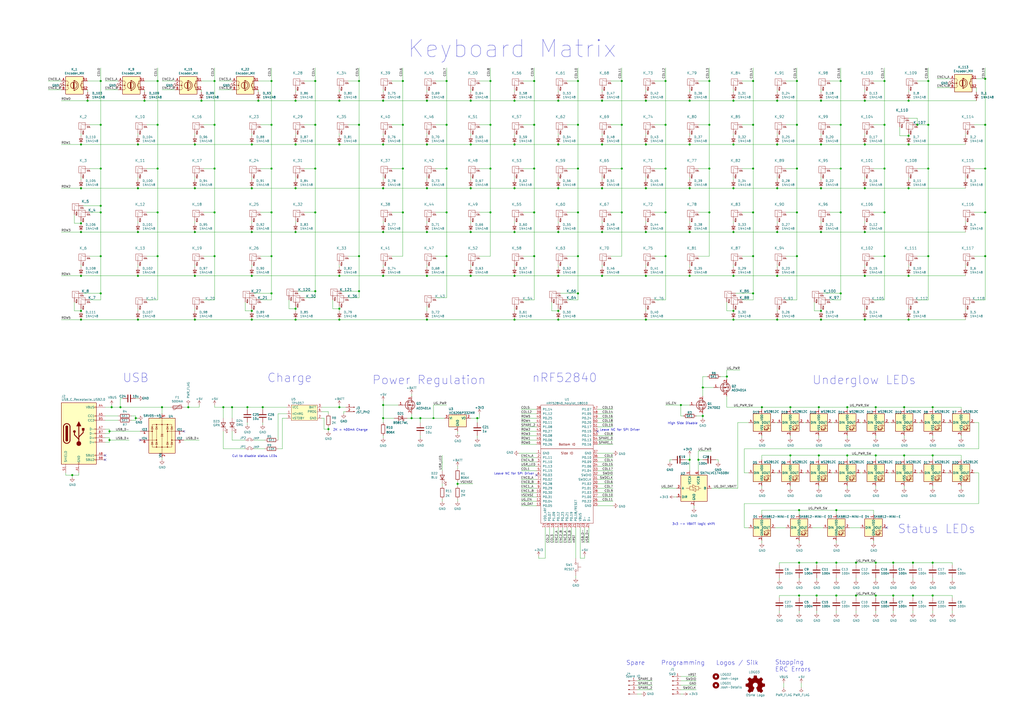
<source format=kicad_sch>
(kicad_sch (version 20211123) (generator eeschema)
  (paper "A2")
  (title_block (title "Entropy") (date "2021-07-25") (rev "0.4w") (company "Josh Johnson"))
  (junction (at 196.85 185.42) (diameter 1.016))
  (junction (at 124.46 97.79) (diameter 1.016))
  (junction (at 538.48 46.99) (diameter 1.016))
  (junction (at 501.65 109.22) (diameter 1.016))
  (junction (at 323.85 83.82) (diameter 1.016))
  (junction (at 196.85 83.82) (diameter 1.016))
  (junction (at 360.68 72.39) (diameter 1.016))
  (junction (at 335.28 97.79) (diameter 1.016))
  (junction (at 80.01 160.02) (diameter 1.016))
  (junction (at 527.05 58.42) (diameter 1.016))
  (junction (at 233.68 123.19) (diameter 1.016))
  (junction (at 450.85 185.42) (diameter 1.016))
  (junction (at 501.65 134.62) (diameter 1.016))
  (junction (at 208.28 168.91) (diameter 1.016))
  (junction (at 474.98 264.16) (diameter 1.016))
  (junction (at 463.55 295.91) (diameter 1.016))
  (junction (at 238.76 242.57) (diameter 1.016))
  (junction (at 222.25 234.95) (diameter 1.016))
  (junction (at 496.57 345.44) (diameter 1.016))
  (junction (at 571.5 97.79) (diameter 1.016))
  (junction (at 473.71 345.44) (diameter 1.016))
  (junction (at 474.98 236.22) (diameter 1.016))
  (junction (at 146.05 180.34) (diameter 1.016))
  (junction (at 309.88 148.59) (diameter 1.016))
  (junction (at 284.48 72.39) (diameter 1.016))
  (junction (at 491.49 236.22) (diameter 1.016))
  (junction (at 196.85 160.02) (diameter 1.016))
  (junction (at 425.45 109.22) (diameter 1.016))
  (junction (at 335.28 72.39) (diameter 1.016))
  (junction (at 58.42 123.19) (diameter 1.016))
  (junction (at 157.48 72.39) (diameter 1.016))
  (junction (at 476.25 185.42) (diameter 1.016))
  (junction (at 113.03 185.42) (diameter 1.016))
  (junction (at 323.85 180.34) (diameter 1.016))
  (junction (at 462.28 97.79) (diameter 1.016))
  (junction (at 400.05 58.42) (diameter 1.016))
  (junction (at 411.48 46.99) (diameter 1.016))
  (junction (at 208.28 148.59) (diameter 1.016))
  (junction (at 400.05 134.62) (diameter 1.016))
  (junction (at 190.5 248.92) (diameter 1.016))
  (junction (at 80.01 83.82) (diameter 1.016))
  (junction (at 349.25 160.02) (diameter 1.016))
  (junction (at 247.65 109.22) (diameter 1.016))
  (junction (at 374.65 185.42) (diameter 1.016))
  (junction (at 113.03 134.62) (diameter 1.016))
  (junction (at 425.45 58.42) (diameter 1.016))
  (junction (at 152.4 236.22) (diameter 1.016))
  (junction (at 485.14 295.91) (diameter 1.016))
  (junction (at 46.99 180.34) (diameter 1.016))
  (junction (at 91.44 123.19) (diameter 1.016))
  (junction (at 487.68 72.39) (diameter 1.016))
  (junction (at 425.45 160.02) (diameter 1.016))
  (junction (at 233.68 46.99) (diameter 1.016))
  (junction (at 80.01 134.62) (diameter 1.016))
  (junction (at 407.67 241.3) (diameter 1.016))
  (junction (at 450.85 160.02) (diameter 1.016))
  (junction (at 487.68 46.99) (diameter 1.016))
  (junction (at 171.45 109.22) (diameter 1.016))
  (junction (at 473.71 326.39) (diameter 1.016))
  (junction (at 476.25 58.42) (diameter 1.016))
  (junction (at 222.25 134.62) (diameter 1.016))
  (junction (at 46.99 160.02) (diameter 1.016))
  (junction (at 113.03 83.82) (diameter 1.016))
  (junction (at 109.22 236.22) (diameter 1.016))
  (junction (at 323.85 160.02) (diameter 1.016))
  (junction (at 527.05 185.42) (diameter 1.016))
  (junction (at 182.88 168.91) (diameter 1.016))
  (junction (at 400.05 160.02) (diameter 1.016))
  (junction (at 386.08 148.59) (diameter 1.016))
  (junction (at 394.97 234.95) (diameter 1.016))
  (junction (at 386.08 72.39) (diameter 1.016))
  (junction (at 64.77 236.22) (diameter 1.016))
  (junction (at 400.05 266.7) (diameter 1.016))
  (junction (at 146.05 160.02) (diameter 1.016))
  (junction (at 298.45 185.42) (diameter 1.016))
  (junction (at 309.88 97.79) (diameter 1.016))
  (junction (at 513.08 46.99) (diameter 1.016))
  (junction (at 273.05 109.22) (diameter 1.016))
  (junction (at 182.88 46.99) (diameter 1.016))
  (junction (at 91.44 46.99) (diameter 1.016))
  (junction (at 374.65 58.42) (diameter 1.016))
  (junction (at 425.45 83.82) (diameter 1.016))
  (junction (at 407.67 224.79) (diameter 1.016))
  (junction (at 571.5 148.59) (diameter 1.016))
  (junction (at 143.51 236.22) (diameter 1.016))
  (junction (at 571.5 123.19) (diameter 1.016))
  (junction (at 436.88 72.39) (diameter 1.016))
  (junction (at 276.86 242.57) (diameter 1.016))
  (junction (at 91.44 97.79) (diameter 1.016))
  (junction (at 58.42 148.59) (diameter 1.016))
  (junction (at 450.85 58.42) (diameter 1.016))
  (junction (at 196.85 236.22) (diameter 1.016))
  (junction (at 146.05 83.82) (diameter 1.016))
  (junction (at 247.65 58.42) (diameter 1.016))
  (junction (at 259.08 72.39) (diameter 1.016))
  (junction (at 485.14 345.44) (diameter 1.016))
  (junction (at 462.28 72.39) (diameter 1.016))
  (junction (at 284.48 46.99) (diameter 1.016))
  (junction (at 538.48 97.79) (diameter 1.016))
  (junction (at 501.65 160.02) (diameter 1.016))
  (junction (at 182.88 72.39) (diameter 1.016))
  (junction (at 222.25 160.02) (diameter 1.016))
  (junction (at 222.25 58.42) (diameter 1.016))
  (junction (at 171.45 179.07) (diameter 1.016))
  (junction (at 259.08 148.59) (diameter 1.016))
  (junction (at 349.25 109.22) (diameter 1.016))
  (junction (at 298.45 58.42) (diameter 1.016))
  (junction (at 462.28 123.19) (diameter 1.016))
  (junction (at 518.16 345.44) (diameter 1.016))
  (junction (at 436.88 170.18) (diameter 1.016))
  (junction (at 63.5 255.27) (diameter 1.016))
  (junction (at 360.68 123.19) (diameter 1.016))
  (junction (at 501.65 58.42) (diameter 1.016))
  (junction (at 124.46 72.39) (diameter 1.016))
  (junction (at 69.85 236.22) (diameter 1.016))
  (junction (at 463.55 326.39) (diameter 1.016))
  (junction (at 476.25 180.34) (diameter 1.016))
  (junction (at 538.48 72.39) (diameter 1.016))
  (junction (at 400.05 83.82) (diameter 1.016))
  (junction (at 251.46 242.57))
  (junction (at 571.5 72.39) (diameter 1.016))
  (junction (at 208.28 46.99) (diameter 1.016))
  (junction (at 157.48 97.79) (diameter 1.016))
  (junction (at 129.54 236.22) (diameter 1.016))
  (junction (at 309.88 72.39) (diameter 1.016))
  (junction (at 501.65 83.82) (diameter 1.016))
  (junction (at 513.08 123.19) (diameter 1.016))
  (junction (at 518.16 326.39) (diameter 1.016))
  (junction (at 265.43 280.67) (diameter 1.016))
  (junction (at 243.84 242.57) (diameter 1.016))
  (junction (at 124.46 123.19) (diameter 1.016))
  (junction (at 508 264.16) (diameter 1.016))
  (junction (at 149.86 58.42) (diameter 1.016))
  (junction (at 116.84 58.42) (diameter 1.016))
  (junction (at 527.05 83.82) (diameter 1.016))
  (junction (at 529.59 345.44) (diameter 1.016))
  (junction (at 335.28 148.59) (diameter 1.016))
  (junction (at 284.48 123.19) (diameter 1.016))
  (junction (at 386.08 97.79) (diameter 1.016))
  (junction (at 273.05 58.42) (diameter 1.016))
  (junction (at 58.42 97.79) (diameter 1.016))
  (junction (at 436.88 97.79) (diameter 1.016))
  (junction (at 541.02 345.44) (diameter 1.016))
  (junction (at 208.28 72.39) (diameter 1.016))
  (junction (at 571.5 45.72) (diameter 1.016))
  (junction (at 146.05 134.62) (diameter 1.016))
  (junction (at 273.05 83.82) (diameter 1.016))
  (junction (at 508 326.39) (diameter 1.016))
  (junction (at 374.65 160.02) (diameter 1.016))
  (junction (at 323.85 134.62) (diameter 1.016))
  (junction (at 298.45 160.02) (diameter 1.016))
  (junction (at 171.45 134.62) (diameter 1.016))
  (junction (at 273.05 134.62) (diameter 1.016))
  (junction (at 436.88 123.19) (diameter 1.016))
  (junction (at 196.85 58.42) (diameter 1.016))
  (junction (at 157.48 148.59) (diameter 1.016))
  (junction (at 436.88 46.99) (diameter 1.016))
  (junction (at 113.03 109.22) (diameter 1.016))
  (junction (at 496.57 326.39) (diameter 1.016))
  (junction (at 458.47 264.16) (diameter 1.016))
  (junction (at 58.42 170.18) (diameter 1.016))
  (junction (at 421.64 218.44) (diameter 1.016))
  (junction (at 171.45 185.42) (diameter 1.016))
  (junction (at 524.51 236.22) (diameter 1.016))
  (junction (at 273.05 160.02) (diameter 1.016))
  (junction (at 247.65 185.42) (diameter 1.016))
  (junction (at 349.25 58.42) (diameter 1.016))
  (junction (at 374.65 109.22) (diameter 1.016))
  (junction (at 532.13 72.39) (diameter 1.016))
  (junction (at 146.05 185.42) (diameter 1.016))
  (junction (at 487.68 123.19) (diameter 1.016))
  (junction (at 335.28 123.19) (diameter 1.016))
  (junction (at 323.85 185.42) (diameter 1.016))
  (junction (at 233.68 97.79) (diameter 1.016))
  (junction (at 349.25 134.62) (diameter 1.016))
  (junction (at 360.68 97.79) (diameter 1.016))
  (junction (at 284.48 97.79) (diameter 1.016))
  (junction (at 157.48 123.19) (diameter 1.016))
  (junction (at 196.85 179.07) (diameter 1.016))
  (junction (at 441.96 236.22) (diameter 1.016))
  (junction (at 157.48 170.18) (diameter 1.016))
  (junction (at 259.08 123.19) (diameter 1.016))
  (junction (at 323.85 109.22) (diameter 1.016))
  (junction (at 259.08 97.79) (diameter 1.016))
  (junction (at 541.02 264.16) (diameter 1.016))
  (junction (at 233.68 72.39) (diameter 1.016))
  (junction (at 157.48 46.99) (diameter 1.016))
  (junction (at 476.25 83.82) (diameter 1.016))
  (junction (at 462.28 148.59) (diameter 1.016))
  (junction (at 146.05 109.22) (diameter 1.016))
  (junction (at 83.82 58.42) (diameter 1.016))
  (junction (at 405.13 266.7) (diameter 1.016))
  (junction (at 41.91 275.59) (diameter 1.016))
  (junction (at 400.05 109.22) (diameter 1.016))
  (junction (at 182.88 97.79) (diameter 1.016))
  (junction (at 91.44 148.59) (diameter 1.016))
  (junction (at 309.88 46.99) (diameter 1.016))
  (junction (at 63.5 250.19) (diameter 1.016))
  (junction (at 487.68 170.18) (diameter 1.016))
  (junction (at 450.85 109.22) (diameter 1.016))
  (junction (at 247.65 83.82) (diameter 1.016))
  (junction (at 298.45 134.62) (diameter 1.016))
  (junction (at 80.01 185.42) (diameter 1.016))
  (junction (at 80.01 109.22) (diameter 1.016))
  (junction (at 50.8 58.42) (diameter 1.016))
  (junction (at 529.59 326.39) (diameter 1.016))
  (junction (at 259.08 46.99) (diameter 1.016))
  (junction (at 508 236.22) (diameter 1.016))
  (junction (at 171.45 83.82) (diameter 1.016))
  (junction (at 222.25 109.22) (diameter 1.016))
  (junction (at 298.45 109.22) (diameter 1.016))
  (junction (at 541.02 236.22) (diameter 1.016))
  (junction (at 513.08 97.79) (diameter 1.016))
  (junction (at 349.25 83.82) (diameter 1.016))
  (junction (at 171.45 58.42) (diameter 1.016))
  (junction (at 450.85 134.62) (diameter 1.016))
  (junction (at 46.99 129.54) (diameter 1.016))
  (junction (at 411.48 123.19) (diameter 1.016))
  (junction (at 58.42 46.99) (diameter 1.016))
  (junction (at 386.08 46.99) (diameter 1.016))
  (junction (at 436.88 148.59) (diameter 1.016))
  (junction (at 335.28 46.99) (diameter 1.016))
  (junction (at 182.88 123.19) (diameter 1.016))
  (junction (at 374.65 134.62) (diameter 1.016))
  (junction (at 411.48 72.39) (diameter 1.016))
  (junction (at 247.65 160.02) (diameter 1.016))
  (junction (at 491.49 264.16) (diameter 1.016))
  (junction (at 222.25 83.82) (diameter 1.016))
  (junction (at 538.48 148.59) (diameter 1.016))
  (junction (at 450.85 83.82) (diameter 1.016))
  (junction (at 425.45 134.62) (diameter 1.016))
  (junction (at 386.08 123.19) (diameter 1.016))
  (junction (at 508 345.44) (diameter 1.016))
  (junction (at 513.08 72.39) (diameter 1.016))
  (junction (at 309.88 123.19) (diameter 1.016))
  (junction (at 91.44 72.39) (diameter 1.016))
  (junction (at 58.42 119.38) (diameter 1.016))
  (junction (at 524.51 264.16) (diameter 1.016))
  (junction (at 501.65 185.42) (diameter 1.016))
  (junction (at 463.55 345.44) (diameter 1.016))
  (junction (at 458.47 236.22) (diameter 1.016))
  (junction (at 46.99 83.82) (diameter 1.016))
  (junction (at 46.99 134.62) (diameter 1.016))
  (junction (at 527.05 160.02) (diameter 1.016))
  (junction (at 78.74 242.57) (diameter 1.016))
  (junction (at 335.28 170.18) (diameter 1.016))
  (junction (at 134.62 236.22) (diameter 1.016))
  (junction (at 124.46 46.99) (diameter 1.016))
  (junction (at 425.45 185.42) (diameter 1.016))
  (junction (at 247.65 134.62) (diameter 1.016))
  (junction (at 374.65 83.82) (diameter 1.016))
  (junction (at 124.46 148.59) (diameter 1.016))
  (junction (at 527.05 109.22) (diameter 1.016))
  (junction (at 360.68 46.99) (diameter 1.016))
  (junction (at 527.05 78.74) (diameter 1.016))
  (junction (at 222.25 242.57) (diameter 1.016))
  (junction (at 485.14 326.39) (diameter 1.016))
  (junction (at 476.25 134.62) (diameter 1.016))
  (junction (at 513.08 148.59) (diameter 1.016))
  (junction (at 541.02 326.39) (diameter 1.016))
  (junction (at 93.98 236.22) (diameter 1.016))
  (junction (at 476.25 109.22) (diameter 1.016))
  (junction (at 46.99 109.22) (diameter 1.016))
  (junction (at 113.03 160.02) (diameter 1.016))
  (junction (at 46.99 185.42) (diameter 1.016))
  (junction (at 411.48 97.79) (diameter 1.016))
  (junction (at 323.85 58.42) (diameter 1.016))
  (junction (at 58.42 72.39) (diameter 1.016))
  (junction (at 462.28 46.99) (diameter 1.016))
  (junction (at 487.68 97.79) (diameter 1.016))
  (junction (at 425.45 180.34) (diameter 1.016))
  (junction (at 298.45 83.82) (diameter 1.016))
  (no_connect (at 81.28 255.27))
  (no_connect (at 346.71 250.19))
  (no_connect (at 60.96 264.16))
  (no_connect (at 514.35 306.07))
  (no_connect (at 106.68 250.19))
  (no_connect (at 60.96 266.7))
  (no_connect (at 311.15 275.59))
  (wire (pts (xy 565.15 245.11) (xy 567.69 245.11)))
  (wire (pts (xy 532.13 97.79) (xy 538.48 97.79)))
  (wire (pts (xy 265.43 280.67) (xy 274.32 280.67)))
  (wire (pts (xy 182.88 46.99) (xy 182.88 72.39)))
  (wire (pts (xy 403.86 241.3) (xy 407.67 241.3)))
  (wire (pts (xy 80.01 179.07) (xy 80.01 180.34)))
  (wire (pts (xy 171.45 134.62) (xy 222.25 134.62)))
  (wire (pts (xy 46.99 160.02) (xy 35.56 160.02)))
  (wire (pts (xy 318.77 306.07) (xy 318.77 314.96)))
  (wire (pts (xy 349.25 58.42) (xy 374.65 58.42)))
  (wire (pts (xy 196.85 234.95) (xy 196.85 236.22)))
  (wire (pts (xy 485.14 295.91) (xy 485.14 298.45)))
  (wire (pts (xy 171.45 128.27) (xy 171.45 129.54)))
  (wire (pts (xy 208.28 46.99) (xy 208.28 72.39)))
  (wire (pts (xy 52.07 148.59) (xy 58.42 148.59)))
  (wire (pts (xy 171.45 58.42) (xy 196.85 58.42)))
  (wire (pts (xy 496.57 345.44) (xy 508 345.44)))
  (wire (pts (xy 273.05 83.82) (xy 298.45 83.82)))
  (wire (pts (xy 52.07 123.19) (xy 58.42 123.19)))
  (wire (pts (xy 421.64 180.34) (xy 425.45 180.34)))
  (wire (pts (xy 298.45 153.67) (xy 298.45 154.94)))
  (wire (pts (xy 346.71 283.21) (xy 355.6 283.21)))
  (wire (pts (xy 222.25 102.87) (xy 222.25 104.14)))
  (wire (pts (xy 346.71 240.03) (xy 355.6 240.03)))
  (wire (pts (xy 501.65 128.27) (xy 501.65 129.54)))
  (wire (pts (xy 449.58 245.11) (xy 450.85 245.11)))
  (wire (pts (xy 149.86 46.99) (xy 157.48 46.99)))
  (wire (pts (xy 455.93 97.79) (xy 462.28 97.79)))
  (wire (pts (xy 163.83 242.57) (xy 163.83 260.35)))
  (wire (pts (xy 166.37 242.57) (xy 163.83 242.57)))
  (wire (pts (xy 386.08 123.19) (xy 386.08 97.79)))
  (wire (pts (xy 524.51 236.22) (xy 508 236.22)))
  (wire (pts (xy 80.01 153.67) (xy 80.01 154.94)))
  (wire (pts (xy 312.42 322.58) (xy 312.42 323.85)))
  (wire (pts (xy 312.42 323.85) (xy 316.23 323.85)))
  (wire (pts (xy 560.07 102.87) (xy 560.07 104.14)))
  (wire (pts (xy 441.96 313.69) (xy 441.96 314.96)))
  (wire (pts (xy 485.14 313.69) (xy 485.14 314.96)))
  (wire (pts (xy 400.05 160.02) (xy 425.45 160.02)))
  (wire (pts (xy 196.85 177.8) (xy 196.85 179.07)))
  (wire (pts (xy 196.85 179.07) (xy 196.85 180.34)))
  (wire (pts (xy 134.62 236.22) (xy 143.51 236.22)))
  (wire (pts (xy 78.74 231.14) (xy 80.01 231.14)))
  (wire (pts (xy 76.2 241.3) (xy 78.74 241.3)))
  (wire (pts (xy 430.53 123.19) (xy 436.88 123.19)))
  (wire (pts (xy 405.13 72.39) (xy 411.48 72.39)))
  (wire (pts (xy 302.26 283.21) (xy 311.15 283.21)))
  (wire (pts (xy 113.03 185.42) (xy 146.05 185.42)))
  (wire (pts (xy 450.85 153.67) (xy 450.85 154.94)))
  (wire (pts (xy 46.99 102.87) (xy 46.99 104.14)))
  (wire (pts (xy 186.69 236.22) (xy 196.85 236.22)))
  (wire (pts (xy 196.85 236.22) (xy 200.66 236.22)))
  (wire (pts (xy 196.85 153.67) (xy 196.85 154.94)))
  (wire (pts (xy 233.68 97.79) (xy 233.68 72.39)))
  (wire (pts (xy 532.13 173.99) (xy 538.48 173.99)))
  (wire (pts (xy 208.28 148.59) (xy 208.28 72.39)))
  (wire (pts (xy 222.25 83.82) (xy 247.65 83.82)))
  (wire (pts (xy 247.65 185.42) (xy 298.45 185.42)))
  (wire (pts (xy 58.42 148.59) (xy 58.42 170.18)))
  (wire (pts (xy 311.15 257.81) (xy 302.26 257.81)))
  (wire (pts (xy 374.65 185.42) (xy 425.45 185.42)))
  (wire (pts (xy 541.02 236.22) (xy 541.02 237.49)))
  (wire (pts (xy 527.05 109.22) (xy 560.07 109.22)))
  (wire (pts (xy 524.51 264.16) (xy 508 264.16)))
  (wire (pts (xy 567.69 274.32) (xy 567.69 292.1)))
  (wire (pts (xy 567.69 292.1) (xy 431.8 292.1)))
  (wire (pts (xy 52.07 97.79) (xy 58.42 97.79)))
  (wire (pts (xy 552.45 336.55) (xy 552.45 335.28)))
  (wire (pts (xy 60.96 248.92) (xy 63.5 248.92)))
  (wire (pts (xy 394.97 392.43) (xy 403.86 392.43)))
  (wire (pts (xy 157.48 123.19) (xy 157.48 97.79)))
  (wire (pts (xy 334.01 334.01) (xy 334.01 335.28)))
  (wire (pts (xy 259.08 148.59) (xy 259.08 172.72)))
  (wire (pts (xy 405.13 148.59) (xy 411.48 148.59)))
  (wire (pts (xy 506.73 97.79) (xy 513.08 97.79)))
  (wire (pts (xy 415.29 266.7) (xy 416.56 266.7)))
  (wire (pts (xy 487.68 46.99) (xy 487.68 72.39)))
  (wire (pts (xy 69.85 236.22) (xy 93.98 236.22)))
  (wire (pts (xy 68.58 241.3) (xy 60.96 241.3)))
  (wire (pts (xy 124.46 123.19) (xy 124.46 97.79)))
  (wire (pts (xy 538.48 173.99) (xy 538.48 148.59)))
  (wire (pts (xy 113.03 77.47) (xy 113.03 78.74)))
  (wire (pts (xy 346.71 247.65) (xy 355.6 247.65)))
  (wire (pts (xy 501.65 185.42) (xy 527.05 185.42)))
  (wire (pts (xy 278.13 148.59) (xy 284.48 148.59)))
  (wire (pts (xy 146.05 185.42) (xy 171.45 185.42)))
  (wire (pts (xy 411.48 97.79) (xy 411.48 72.39)))
  (wire (pts (xy 482.6 245.11) (xy 483.87 245.11)))
  (wire (pts (xy 265.43 289.56) (xy 265.43 290.83)))
  (wire (pts (xy 176.53 97.79) (xy 182.88 97.79)))
  (wire (pts (xy 566.42 45.72) (xy 571.5 45.72)))
  (wire (pts (xy 411.48 39.37) (xy 411.48 46.99)))
  (wire (pts (xy 259.08 123.19) (xy 259.08 97.79)))
  (wire (pts (xy 360.68 123.19) (xy 360.68 97.79)))
  (wire (pts (xy 118.11 148.59) (xy 124.46 148.59)))
  (wire (pts (xy 58.42 123.19) (xy 58.42 119.38)))
  (wire (pts (xy 458.47 264.16) (xy 441.96 264.16)))
  (wire (pts (xy 309.88 39.37) (xy 309.88 46.99)))
  (wire (pts (xy 311.15 242.57) (xy 302.26 242.57)))
  (wire (pts (xy 116.84 52.07) (xy 116.84 53.34)))
  (wire (pts (xy 247.65 109.22) (xy 273.05 109.22)))
  (wire (pts (xy 487.68 39.37) (xy 487.68 46.99)))
  (wire (pts (xy 276.86 245.11) (xy 276.86 242.57)))
  (wire (pts (xy 83.82 52.07) (xy 83.82 53.34)))
  (wire (pts (xy 560.07 128.27) (xy 560.07 129.54)))
  (wire (pts (xy 524.51 281.94) (xy 524.51 283.21)))
  (wire (pts (xy 243.84 242.57) (xy 243.84 245.11)))
  (wire (pts (xy 146.05 83.82) (xy 171.45 83.82)))
  (wire (pts (xy 48.26 119.38) (xy 58.42 119.38)))
  (wire (pts (xy 45.72 275.59) (xy 41.91 275.59)))
  (wire (pts (xy 323.85 58.42) (xy 349.25 58.42)))
  (wire (pts (xy 379.73 173.99) (xy 386.08 173.99)))
  (wire (pts (xy 532.13 274.32) (xy 533.4 274.32)))
  (wire (pts (xy 222.25 52.07) (xy 222.25 53.34)))
  (wire (pts (xy 146.05 109.22) (xy 171.45 109.22)))
  (wire (pts (xy 52.07 173.99) (xy 58.42 173.99)))
  (wire (pts (xy 491.49 281.94) (xy 491.49 283.21)))
  (wire (pts (xy 473.71 336.55) (xy 473.71 335.28)))
  (wire (pts (xy 63.5 250.19) (xy 81.28 250.19)))
  (wire (pts (xy 450.85 134.62) (xy 476.25 134.62)))
  (wire (pts (xy 346.71 262.89) (xy 355.6 262.89)))
  (wire (pts (xy 466.09 274.32) (xy 467.36 274.32)))
  (wire (pts (xy 201.93 172.72) (xy 208.28 172.72)))
  (wire (pts (xy 565.15 274.32) (xy 567.69 274.32)))
  (wire (pts (xy 425.45 128.27) (xy 425.45 129.54)))
  (wire (pts (xy 411.48 123.19) (xy 411.48 97.79)))
  (wire (pts (xy 151.13 72.39) (xy 157.48 72.39)))
  (wire (pts (xy 113.03 83.82) (xy 146.05 83.82)))
  (wire (pts (xy 458.47 252.73) (xy 458.47 254)))
  (wire (pts (xy 284.48 46.99) (xy 284.48 72.39)))
  (wire (pts (xy 69.85 49.53) (xy 68.58 49.53)))
  (wire (pts (xy 481.33 97.79) (xy 487.68 97.79)))
  (wire (pts (xy 412.75 283.21) (xy 427.99 283.21)))
  (wire (pts (xy 427.99 245.11) (xy 434.34 245.11)))
  (wire (pts (xy 427.99 283.21) (xy 427.99 245.11)))
  (wire (pts (xy 455.93 46.99) (xy 462.28 46.99)))
  (wire (pts (xy 182.88 123.19) (xy 182.88 97.79)))
  (wire (pts (xy 487.68 170.18) (xy 487.68 123.19)))
  (wire (pts (xy 379.73 46.99) (xy 386.08 46.99)))
  (wire (pts (xy 473.71 346.71) (xy 473.71 345.44)))
  (wire (pts (xy 252.73 123.19) (xy 259.08 123.19)))
  (wire (pts (xy 46.99 160.02) (xy 80.01 160.02)))
  (wire (pts (xy 243.84 254) (xy 243.84 252.73)))
  (wire (pts (xy 298.45 109.22) (xy 323.85 109.22)))
  (wire (pts (xy 91.44 46.99) (xy 91.44 72.39)))
  (wire (pts (xy 346.71 288.29) (xy 355.6 288.29)))
  (wire (pts (xy 421.64 236.22) (xy 441.96 236.22)))
  (wire (pts (xy 441.96 295.91) (xy 463.55 295.91)))
  (wire (pts (xy 463.55 295.91) (xy 485.14 295.91)))
  (wire (pts (xy 485.14 295.91) (xy 506.73 295.91)))
  (wire (pts (xy 506.73 295.91) (xy 506.73 298.45)))
  (wire (pts (xy 311.15 267.97) (xy 302.26 267.97)))
  (wire (pts (xy 552.45 355.6) (xy 552.45 354.33)))
  (wire (pts (xy 529.59 355.6) (xy 529.59 354.33)))
  (wire (pts (xy 571.5 173.99) (xy 571.5 148.59)))
  (wire (pts (xy 374.65 102.87) (xy 374.65 104.14)))
  (wire (pts (xy 346.71 285.75) (xy 355.6 285.75)))
  (wire (pts (xy 222.25 234.95) (xy 222.25 242.57)))
  (wire (pts (xy 571.5 72.39) (xy 571.5 45.72)))
  (wire (pts (xy 222.25 242.57) (xy 228.6 242.57)))
  (wire (pts (xy 462.28 123.19) (xy 462.28 97.79)))
  (wire (pts (xy 64.77 234.95) (xy 64.77 236.22)))
  (wire (pts (xy 124.46 39.37) (xy 124.46 46.99)))
  (wire (pts (xy 171.45 177.8) (xy 171.45 179.07)))
  (wire (pts (xy 171.45 179.07) (xy 171.45 180.34)))
  (wire (pts (xy 354.33 72.39) (xy 360.68 72.39)))
  (wire (pts (xy 349.25 128.27) (xy 349.25 129.54)))
  (wire (pts (xy 325.12 170.18) (xy 335.28 170.18)))
  (wire (pts (xy 302.26 278.13) (xy 311.15 278.13)))
  (wire (pts (xy 331.47 306.07) (xy 331.47 314.96)))
  (wire (pts (xy 374.65 128.27) (xy 374.65 129.54)))
  (wire (pts (xy 46.99 153.67) (xy 46.99 154.94)))
  (wire (pts (xy 450.85 58.42) (xy 476.25 58.42)))
  (wire (pts (xy 496.57 355.6) (xy 496.57 354.33)))
  (wire (pts (xy 171.45 52.07) (xy 171.45 53.34)))
  (wire (pts (xy 566.42 50.8) (xy 566.42 53.34)))
  (wire (pts (xy 407.67 218.44) (xy 407.67 224.79)))
  (wire (pts (xy 407.67 218.44) (xy 410.21 218.44)))
  (wire (pts (xy 472.44 180.34) (xy 476.25 180.34)))
  (wire (pts (xy 541.02 264.16) (xy 524.51 264.16)))
  (wire (pts (xy 379.73 72.39) (xy 386.08 72.39)))
  (wire (pts (xy 400.05 52.07) (xy 400.05 53.34)))
  (wire (pts (xy 182.88 39.37) (xy 182.88 46.99)))
  (wire (pts (xy 529.59 326.39) (xy 541.02 326.39)))
  (wire (pts (xy 252.73 72.39) (xy 259.08 72.39)))
  (wire (pts (xy 311.15 288.29) (xy 302.26 288.29)))
  (wire (pts (xy 346.71 237.49) (xy 355.6 237.49)))
  (wire (pts (xy 441.96 295.91) (xy 441.96 298.45)))
  (wire (pts (xy 273.05 102.87) (xy 273.05 104.14)))
  (wire (pts (xy 101.6 52.07) (xy 93.98 52.07)))
  (wire (pts (xy 91.44 97.79) (xy 91.44 72.39)))
  (wire (pts (xy 118.11 123.19) (xy 124.46 123.19)))
  (wire (pts (xy 222.25 58.42) (xy 247.65 58.42)))
  (wire (pts (xy 462.28 173.99) (xy 462.28 148.59)))
  (wire (pts (xy 335.28 39.37) (xy 335.28 46.99)))
  (wire (pts (xy 425.45 160.02) (xy 450.85 160.02)))
  (wire (pts (xy 80.01 83.82) (xy 113.03 83.82)))
  (wire (pts (xy 198.12 168.91) (xy 208.28 168.91)))
  (wire (pts (xy 474.98 236.22) (xy 458.47 236.22)))
  (wire (pts (xy 311.15 255.27) (xy 302.26 255.27)))
  (wire (pts (xy 124.46 148.59) (xy 124.46 123.19)))
  (wire (pts (xy 436.88 46.99) (xy 436.88 72.39)))
  (wire (pts (xy 146.05 160.02) (xy 196.85 160.02)))
  (wire (pts (xy 172.72 168.91) (xy 182.88 168.91)))
  (wire (pts (xy 93.98 265.43) (xy 93.98 266.7)))
  (wire (pts (xy 565.15 123.19) (xy 571.5 123.19)))
  (wire (pts (xy 476.25 185.42) (xy 501.65 185.42)))
  (wire (pts (xy 118.11 97.79) (xy 124.46 97.79)))
  (wire (pts (xy 379.73 123.19) (xy 386.08 123.19)))
  (wire (pts (xy 129.54 236.22) (xy 134.62 236.22)))
  (wire (pts (xy 91.44 39.37) (xy 91.44 46.99)))
  (wire (pts (xy 508 264.16) (xy 491.49 264.16)))
  (wire (pts (xy 476.25 52.07) (xy 476.25 53.34)))
  (wire (pts (xy 298.45 77.47) (xy 298.45 78.74)))
  (wire (pts (xy 349.25 153.67) (xy 349.25 154.94)))
  (wire (pts (xy 501.65 134.62) (xy 560.07 134.62)))
  (wire (pts (xy 452.12 336.55) (xy 452.12 335.28)))
  (wire (pts (xy 182.88 97.79) (xy 182.88 72.39)))
  (wire (pts (xy 541.02 336.55) (xy 541.02 335.28)))
  (wire (pts (xy 430.53 148.59) (xy 436.88 148.59)))
  (wire (pts (xy 527.05 52.07) (xy 527.05 53.34)))
  (wire (pts (xy 473.71 327.66) (xy 473.71 326.39)))
  (wire (pts (xy 323.85 52.07) (xy 323.85 53.34)))
  (wire (pts (xy 278.13 72.39) (xy 284.48 72.39)))
  (wire (pts (xy 425.45 77.47) (xy 425.45 78.74)))
  (wire (pts (xy 143.51 245.11) (xy 143.51 246.38)))
  (wire (pts (xy 450.85 102.87) (xy 450.85 104.14)))
  (wire (pts (xy 284.48 97.79) (xy 284.48 72.39)))
  (wire (pts (xy 80.01 77.47) (xy 80.01 78.74)))
  (wire (pts (xy 527.05 83.82) (xy 560.07 83.82)))
  (wire (pts (xy 515.62 274.32) (xy 516.89 274.32)))
  (wire (pts (xy 323.85 83.82) (xy 349.25 83.82)))
  (wire (pts (xy 222.25 77.47) (xy 222.25 78.74)))
  (wire (pts (xy 374.65 77.47) (xy 374.65 78.74)))
  (wire (pts (xy 71.12 231.14) (xy 69.85 231.14)))
  (wire (pts (xy 346.71 270.51) (xy 355.6 270.51)))
  (wire (pts (xy 252.73 46.99) (xy 259.08 46.99)))
  (wire (pts (xy 116.84 58.42) (xy 149.86 58.42)))
  (wire (pts (xy 538.48 46.99) (xy 538.48 72.39)))
  (wire (pts (xy 85.09 123.19) (xy 91.44 123.19)))
  (wire (pts (xy 400.05 102.87) (xy 400.05 104.14)))
  (wire (pts (xy 474.98 264.16) (xy 474.98 266.7)))
  (wire (pts (xy 311.15 240.03) (xy 302.26 240.03)))
  (wire (pts (xy 476.25 109.22) (xy 501.65 109.22)))
  (wire (pts (xy 394.97 241.3) (xy 396.24 241.3)))
  (wire (pts (xy 425.45 83.82) (xy 450.85 83.82)))
  (wire (pts (xy 391.16 288.29) (xy 392.43 288.29)))
  (wire (pts (xy 441.96 252.73) (xy 441.96 254)))
  (wire (pts (xy 369.57 397.51) (xy 378.46 397.51)))
  (wire (pts (xy 560.07 179.07) (xy 560.07 180.34)))
  (wire (pts (xy 508 252.73) (xy 508 254)))
  (wire (pts (xy 35.56 109.22) (xy 46.99 109.22)))
  (wire (pts (xy 311.15 252.73) (xy 302.26 252.73)))
  (wire (pts (xy 83.82 58.42) (xy 116.84 58.42)))
  (wire (pts (xy 429.26 214.63) (xy 421.64 214.63)))
  (wire (pts (xy 147.32 255.27) (xy 153.67 255.27)))
  (wire (pts (xy 64.77 236.22) (xy 69.85 236.22)))
  (wire (pts (xy 425.45 109.22) (xy 450.85 109.22)))
  (wire (pts (xy 302.26 247.65) (xy 311.15 247.65)))
  (wire (pts (xy 374.65 153.67) (xy 374.65 154.94)))
  (wire (pts (xy 513.08 46.99) (xy 513.08 72.39)))
  (wire (pts (xy 513.08 72.39) (xy 513.08 97.79)))
  (wire (pts (xy 386.08 173.99) (xy 386.08 148.59)))
  (wire (pts (xy 171.45 77.47) (xy 171.45 78.74)))
  (wire (pts (xy 425.45 185.42) (xy 450.85 185.42)))
  (wire (pts (xy 462.28 46.99) (xy 462.28 72.39)))
  (wire (pts (xy 273.05 134.62) (xy 298.45 134.62)))
  (wire (pts (xy 491.49 264.16) (xy 474.98 264.16)))
  (wire (pts (xy 46.99 128.27) (xy 46.99 129.54)))
  (wire (pts (xy 176.53 123.19) (xy 182.88 123.19)))
  (wire (pts (xy 151.13 97.79) (xy 157.48 97.79)))
  (wire (pts (xy 425.45 58.42) (xy 450.85 58.42)))
  (wire (pts (xy 157.48 46.99) (xy 157.48 72.39)))
  (wire (pts (xy 378.46 400.05) (xy 369.57 400.05)))
  (wire (pts (xy 85.09 173.99) (xy 91.44 173.99)))
  (wire (pts (xy 473.71 355.6) (xy 473.71 354.33)))
  (wire (pts (xy 571.5 45.72) (xy 571.5 39.37)))
  (wire (pts (xy 360.68 46.99) (xy 360.68 72.39)))
  (wire (pts (xy 394.97 234.95) (xy 400.05 234.95)))
  (wire (pts (xy 394.97 241.3) (xy 394.97 234.95)))
  (wire (pts (xy 349.25 102.87) (xy 349.25 104.14)))
  (wire (pts (xy 298.45 58.42) (xy 323.85 58.42)))
  (wire (pts (xy 402.59 293.37) (xy 402.59 294.64)))
  (wire (pts (xy 335.28 123.19) (xy 335.28 97.79)))
  (wire (pts (xy 35.56 185.42) (xy 46.99 185.42)))
  (wire (pts (xy 222.25 134.62) (xy 247.65 134.62)))
  (wire (pts (xy 134.62 52.07) (xy 127 52.07)))
  (wire (pts (xy 386.08 39.37) (xy 386.08 46.99)))
  (wire (pts (xy 106.68 236.22) (xy 109.22 236.22)))
  (wire (pts (xy 109.22 236.22) (xy 115.57 236.22)))
  (wire (pts (xy 115.57 234.95) (xy 115.57 236.22)))
  (wire (pts (xy 508 345.44) (xy 518.16 345.44)))
  (wire (pts (xy 532.13 46.99) (xy 538.48 46.99)))
  (wire (pts (xy 63.5 256.54) (xy 60.96 256.54)))
  (wire (pts (xy 383.54 283.21) (xy 392.43 283.21)))
  (wire (pts (xy 485.14 355.6) (xy 485.14 354.33)))
  (wire (pts (xy 506.73 46.99) (xy 513.08 46.99)))
  (wire (pts (xy 485.14 326.39) (xy 496.57 326.39)))
  (wire (pts (xy 298.45 83.82) (xy 323.85 83.82)))
  (wire (pts (xy 481.33 173.99) (xy 487.68 173.99)))
  (wire (pts (xy 58.42 170.18) (xy 58.42 173.99)))
  (wire (pts (xy 278.13 123.19) (xy 284.48 123.19)))
  (wire (pts (xy 386.08 234.95) (xy 394.97 234.95)))
  (wire (pts (xy 405.13 123.19) (xy 411.48 123.19)))
  (wire (pts (xy 190.5 248.92) (xy 190.5 250.19)))
  (wire (pts (xy 524.51 236.22) (xy 524.51 237.49)))
  (wire (pts (xy 407.67 240.03) (xy 407.67 241.3)))
  (wire (pts (xy 407.67 241.3) (xy 407.67 242.57)))
  (wire (pts (xy 560.07 77.47) (xy 560.07 78.74)))
  (wire (pts (xy 50.8 46.99) (xy 58.42 46.99)))
  (wire (pts (xy 58.42 119.38) (xy 58.42 97.79)))
  (wire (pts (xy 541.02 346.71) (xy 541.02 345.44)))
  (wire (pts (xy 527.05 102.87) (xy 527.05 104.14)))
  (wire (pts (xy 405.13 97.79) (xy 411.48 97.79)))
  (wire (pts (xy 85.09 72.39) (xy 91.44 72.39)))
  (wire (pts (xy 538.48 97.79) (xy 538.48 72.39)))
  (wire (pts (xy 455.93 72.39) (xy 462.28 72.39)))
  (wire (pts (xy 303.53 123.19) (xy 309.88 123.19)))
  (wire (pts (xy 532.13 245.11) (xy 533.4 245.11)))
  (wire (pts (xy 247.65 134.62) (xy 273.05 134.62)))
  (wire (pts (xy 146.05 153.67) (xy 146.05 154.94)))
  (wire (pts (xy 557.53 264.16) (xy 541.02 264.16)))
  (wire (pts (xy 208.28 168.91) (xy 208.28 148.59)))
  (wire (pts (xy 208.28 172.72) (xy 208.28 168.91)))
  (wire (pts (xy 222.25 234.95) (xy 231.14 234.95)))
  (wire (pts (xy 450.85 52.07) (xy 450.85 53.34)))
  (wire (pts (xy 78.74 242.57) (xy 78.74 243.84)))
  (wire (pts (xy 354.33 46.99) (xy 360.68 46.99)))
  (wire (pts (xy 346.71 255.27) (xy 355.6 255.27)))
  (wire (pts (xy 311.15 273.05) (xy 302.26 273.05)))
  (wire (pts (xy 146.05 128.27) (xy 146.05 129.54)))
  (wire (pts (xy 527.05 77.47) (xy 527.05 78.74)))
  (wire (pts (xy 147.32 260.35) (xy 153.67 260.35)))
  (wire (pts (xy 328.93 123.19) (xy 335.28 123.19)))
  (wire (pts (xy 46.99 83.82) (xy 80.01 83.82)))
  (wire (pts (xy 323.85 185.42) (xy 374.65 185.42)))
  (wire (pts (xy 416.56 266.7) (xy 416.56 267.97)))
  (wire (pts (xy 501.65 52.07) (xy 501.65 53.34)))
  (wire (pts (xy 476.25 102.87) (xy 476.25 104.14)))
  (wire (pts (xy 386.08 148.59) (xy 386.08 123.19)))
  (wire (pts (xy 247.65 128.27) (xy 247.65 129.54)))
  (wire (pts (xy 124.46 236.22) (xy 129.54 236.22)))
  (wire (pts (xy 35.56 46.99) (xy 27.94 46.99)))
  (wire (pts (xy 491.49 252.73) (xy 491.49 254)))
  (wire (pts (xy 196.85 185.42) (xy 247.65 185.42)))
  (wire (pts (xy 190.5 247.65) (xy 190.5 248.92)))
  (wire (pts (xy 208.28 39.37) (xy 208.28 46.99)))
  (wire (pts (xy 303.53 173.99) (xy 309.88 173.99)))
  (wire (pts (xy 551.18 50.8) (xy 543.56 50.8)))
  (wire (pts (xy 321.31 306.07) (xy 321.31 314.96)))
  (wire (pts (xy 571.5 148.59) (xy 571.5 123.19)))
  (wire (pts (xy 515.62 245.11) (xy 516.89 245.11)))
  (wire (pts (xy 222.25 160.02) (xy 247.65 160.02)))
  (wire (pts (xy 349.25 52.07) (xy 349.25 53.34)))
  (wire (pts (xy 425.45 153.67) (xy 425.45 154.94)))
  (wire (pts (xy 436.88 173.99) (xy 436.88 170.18)))
  (wire (pts (xy 508 281.94) (xy 508 283.21)))
  (wire (pts (xy 302.26 280.67) (xy 311.15 280.67)))
  (wire (pts (xy 161.29 240.03) (xy 166.37 240.03)))
  (wire (pts (xy 161.29 255.27) (xy 161.29 240.03)))
  (wire (pts (xy 238.76 242.57) (xy 243.84 242.57)))
  (wire (pts (xy 243.84 242.57) (xy 251.46 242.57)))
  (wire (pts (xy 298.45 102.87) (xy 298.45 104.14)))
  (wire (pts (xy 425.45 102.87) (xy 425.45 104.14)))
  (wire (pts (xy 309.88 148.59) (xy 309.88 123.19)))
  (wire (pts (xy 80.01 160.02) (xy 113.03 160.02)))
  (wire (pts (xy 474.98 252.73) (xy 474.98 254)))
  (wire (pts (xy 68.58 243.84) (xy 60.96 243.84)))
  (wire (pts (xy 69.85 231.14) (xy 69.85 236.22)))
  (wire (pts (xy 386.08 46.99) (xy 386.08 72.39)))
  (wire (pts (xy 548.64 245.11) (xy 549.91 245.11)))
  (wire (pts (xy 247.65 160.02) (xy 273.05 160.02)))
  (wire (pts (xy 462.28 148.59) (xy 462.28 123.19)))
  (wire (pts (xy 400.05 134.62) (xy 425.45 134.62)))
  (wire (pts (xy 93.98 236.22) (xy 93.98 240.03)))
  (wire (pts (xy 233.68 46.99) (xy 233.68 72.39)))
  (wire (pts (xy 425.45 179.07) (xy 425.45 180.34)))
  (wire (pts (xy 328.93 306.07) (xy 328.93 314.96)))
  (wire (pts (xy 143.51 236.22) (xy 152.4 236.22)))
  (wire (pts (xy 143.51 237.49) (xy 143.51 236.22)))
  (wire (pts (xy 85.09 97.79) (xy 91.44 97.79)))
  (wire (pts (xy 565.15 72.39) (xy 571.5 72.39)))
  (wire (pts (xy 501.65 179.07) (xy 501.65 180.34)))
  (wire (pts (xy 508 336.55) (xy 508 335.28)))
  (wire (pts (xy 323.85 134.62) (xy 349.25 134.62)))
  (wire (pts (xy 247.65 83.82) (xy 273.05 83.82)))
  (wire (pts (xy 436.88 170.18) (xy 436.88 148.59)))
  (wire (pts (xy 529.59 327.66) (xy 529.59 326.39)))
  (wire (pts (xy 450.85 179.07) (xy 450.85 180.34)))
  (wire (pts (xy 60.96 254) (xy 63.5 254)))
  (wire (pts (xy 452.12 355.6) (xy 452.12 354.33)))
  (wire (pts (xy 58.42 148.59) (xy 58.42 123.19)))
  (wire (pts (xy 309.88 173.99) (xy 309.88 148.59)))
  (wire (pts (xy 430.53 173.99) (xy 436.88 173.99)))
  (wire (pts (xy 571.5 123.19) (xy 571.5 97.79)))
  (wire (pts (xy 496.57 336.55) (xy 496.57 335.28)))
  (wire (pts (xy 113.03 153.67) (xy 113.03 154.94)))
  (wire (pts (xy 259.08 148.59) (xy 259.08 123.19)))
  (wire (pts (xy 501.65 160.02) (xy 527.05 160.02)))
  (wire (pts (xy 551.18 45.72) (xy 543.56 45.72)))
  (wire (pts (xy 60.96 236.22) (xy 64.77 236.22)))
  (wire (pts (xy 481.33 46.99) (xy 487.68 46.99)))
  (wire (pts (xy 259.08 39.37) (xy 259.08 46.99)))
  (wire (pts (xy 328.93 72.39) (xy 335.28 72.39)))
  (wire (pts (xy 374.65 83.82) (xy 400.05 83.82)))
  (wire (pts (xy 298.45 160.02) (xy 323.85 160.02)))
  (wire (pts (xy 35.56 58.42) (xy 50.8 58.42)))
  (wire (pts (xy 513.08 173.99) (xy 513.08 148.59)))
  (wire (pts (xy 328.93 148.59) (xy 335.28 148.59)))
  (wire (pts (xy 134.62 46.99) (xy 127 46.99)))
  (wire (pts (xy 565.15 173.99) (xy 571.5 173.99)))
  (wire (pts (xy 501.65 102.87) (xy 501.65 104.14)))
  (wire (pts (xy 222.25 242.57) (xy 222.25 245.11)))
  (wire (pts (xy 458.47 236.22) (xy 458.47 237.49)))
  (wire (pts (xy 374.65 160.02) (xy 400.05 160.02)))
  (wire (pts (xy 311.15 237.49) (xy 302.26 237.49)))
  (wire (pts (xy 458.47 264.16) (xy 458.47 266.7)))
  (wire (pts (xy 508 326.39) (xy 518.16 326.39)))
  (wire (pts (xy 354.33 123.19) (xy 360.68 123.19)))
  (wire (pts (xy 400.05 128.27) (xy 400.05 129.54)))
  (wire (pts (xy 149.86 52.07) (xy 149.86 53.34)))
  (wire (pts (xy 524.51 264.16) (xy 524.51 266.7)))
  (wire (pts (xy 452.12 327.66) (xy 452.12 326.39)))
  (wire (pts (xy 113.03 160.02) (xy 146.05 160.02)))
  (wire (pts (xy 552.45 327.66) (xy 552.45 326.39)))
  (wire (pts (xy 349.25 160.02) (xy 374.65 160.02)))
  (wire (pts (xy 85.09 148.59) (xy 91.44 148.59)))
  (wire (pts (xy 265.43 270.51) (xy 265.43 271.78)))
  (wire (pts (xy 476.25 134.62) (xy 501.65 134.62)))
  (wire (pts (xy 124.46 97.79) (xy 124.46 72.39)))
  (wire (pts (xy 463.55 313.69) (xy 463.55 314.96)))
  (wire (pts (xy 518.16 346.71) (xy 518.16 345.44)))
  (wire (pts (xy 273.05 160.02) (xy 298.45 160.02)))
  (wire (pts (xy 196.85 160.02) (xy 222.25 160.02)))
  (wire (pts (xy 462.28 97.79) (xy 462.28 72.39)))
  (wire (pts (xy 430.53 46.99) (xy 436.88 46.99)))
  (wire (pts (xy 474.98 264.16) (xy 458.47 264.16)))
  (wire (pts (xy 532.13 72.39) (xy 538.48 72.39)))
  (wire (pts (xy 346.71 290.83) (xy 355.6 290.83)))
  (wire (pts (xy 346.71 257.81) (xy 355.6 257.81)))
  (wire (pts (xy 462.28 39.37) (xy 462.28 46.99)))
  (wire (pts (xy 80.01 134.62) (xy 113.03 134.62)))
  (wire (pts (xy 247.65 52.07) (xy 247.65 53.34)))
  (wire (pts (xy 436.88 148.59) (xy 436.88 123.19)))
  (wire (pts (xy 496.57 327.66) (xy 496.57 326.39)))
  (wire (pts (xy 349.25 77.47) (xy 349.25 78.74)))
  (wire (pts (xy 571.5 97.79) (xy 571.5 72.39)))
  (wire (pts (xy 171.45 83.82) (xy 196.85 83.82)))
  (wire (pts (xy 311.15 293.37) (xy 302.26 293.37)))
  (wire (pts (xy 346.71 280.67) (xy 355.6 280.67)))
  (wire (pts (xy 441.96 236.22) (xy 441.96 237.49)))
  (wire (pts (xy 458.47 236.22) (xy 441.96 236.22)))
  (wire (pts (xy 463.55 327.66) (xy 463.55 326.39)))
  (wire (pts (xy 557.53 252.73) (xy 557.53 254)))
  (wire (pts (xy 476.25 77.47) (xy 476.25 78.74)))
  (wire (pts (xy 476.25 179.07) (xy 476.25 180.34)))
  (wire (pts (xy 58.42 97.79) (xy 58.42 72.39)))
  (wire (pts (xy 482.6 274.32) (xy 483.87 274.32)))
  (wire (pts (xy 436.88 97.79) (xy 436.88 72.39)))
  (wire (pts (xy 426.72 170.18) (xy 436.88 170.18)))
  (wire (pts (xy 252.73 97.79) (xy 259.08 97.79)))
  (wire (pts (xy 557.53 236.22) (xy 557.53 237.49)))
  (wire (pts (xy 146.05 134.62) (xy 171.45 134.62)))
  (wire (pts (xy 252.73 172.72) (xy 259.08 172.72)))
  (wire (pts (xy 518.16 327.66) (xy 518.16 326.39)))
  (wire (pts (xy 222.25 153.67) (xy 222.25 154.94)))
  (wire (pts (xy 247.65 153.67) (xy 247.65 154.94)))
  (wire (pts (xy 78.74 241.3) (xy 78.74 242.57)))
  (wire (pts (xy 167.64 173.99) (xy 167.64 179.07)))
  (wire (pts (xy 167.64 179.07) (xy 171.45 179.07)))
  (wire (pts (xy 477.52 170.18) (xy 487.68 170.18)))
  (wire (pts (xy 529.59 336.55) (xy 529.59 335.28)))
  (wire (pts (xy 518.16 336.55) (xy 518.16 335.28)))
  (wire (pts (xy 135.89 49.53) (xy 134.62 49.53)))
  (wire (pts (xy 400.05 153.67) (xy 400.05 154.94)))
  (wire (pts (xy 541.02 236.22) (xy 524.51 236.22)))
  (wire (pts (xy 508 236.22) (xy 508 237.49)))
  (wire (pts (xy 405.13 46.99) (xy 411.48 46.99)))
  (wire (pts (xy 411.48 148.59) (xy 411.48 123.19)))
  (wire (pts (xy 425.45 134.62) (xy 450.85 134.62)))
  (wire (pts (xy 527.05 185.42) (xy 560.07 185.42)))
  (wire (pts (xy 46.99 185.42) (xy 80.01 185.42)))
  (wire (pts (xy 400.05 83.82) (xy 425.45 83.82)))
  (wire (pts (xy 481.33 72.39) (xy 487.68 72.39)))
  (wire (pts (xy 311.15 265.43) (xy 302.26 265.43)))
  (wire (pts (xy 527.05 58.42) (xy 566.42 58.42)))
  (wire (pts (xy 450.85 109.22) (xy 476.25 109.22)))
  (wire (pts (xy 102.87 49.53) (xy 101.6 49.53)))
  (wire (pts (xy 360.68 97.79) (xy 360.68 72.39)))
  (wire (pts (xy 501.65 153.67) (xy 501.65 154.94)))
  (wire (pts (xy 527.05 160.02) (xy 560.07 160.02)))
  (wire (pts (xy 405.13 266.7) (xy 405.13 273.05)))
  (wire (pts (xy 407.67 266.7) (xy 405.13 266.7)))
  (wire (pts (xy 36.83 49.53) (xy 35.56 49.53)))
  (wire (pts (xy 436.88 123.19) (xy 436.88 97.79)))
  (wire (pts (xy 328.93 97.79) (xy 335.28 97.79)))
  (wire (pts (xy 196.85 58.42) (xy 222.25 58.42)))
  (wire (pts (xy 506.73 173.99) (xy 513.08 173.99)))
  (wire (pts (xy 278.13 97.79) (xy 284.48 97.79)))
  (wire (pts (xy 227.33 97.79) (xy 233.68 97.79)))
  (wire (pts (xy 101.6 46.99) (xy 93.98 46.99)))
  (wire (pts (xy 116.84 46.99) (xy 124.46 46.99)))
  (wire (pts (xy 557.53 264.16) (xy 557.53 266.7)))
  (wire (pts (xy 455.93 123.19) (xy 462.28 123.19)))
  (wire (pts (xy 251.46 234.95) (xy 251.46 242.57)))
  (wire (pts (xy 541.02 281.94) (xy 541.02 283.21)))
  (wire (pts (xy 303.53 97.79) (xy 309.88 97.79)))
  (wire (pts (xy 157.48 97.79) (xy 157.48 72.39)))
  (wire (pts (xy 397.51 266.7) (xy 400.05 266.7)))
  (wire (pts (xy 334.01 306.07) (xy 334.01 323.85)))
  (wire (pts (xy 273.05 109.22) (xy 298.45 109.22)))
  (wire (pts (xy 99.06 236.22) (xy 93.98 236.22)))
  (wire (pts (xy 52.07 72.39) (xy 58.42 72.39)))
  (wire (pts (xy 259.08 46.99) (xy 259.08 72.39)))
  (wire (pts (xy 309.88 46.99) (xy 309.88 72.39)))
  (wire (pts (xy 464.82 398.78) (xy 464.82 396.24)))
  (wire (pts (xy 227.33 148.59) (xy 233.68 148.59)))
  (wire (pts (xy 152.4 236.22) (xy 166.37 236.22)))
  (wire (pts (xy 152.4 237.49) (xy 152.4 236.22)))
  (wire (pts (xy 463.55 345.44) (xy 473.71 345.44)))
  (wire (pts (xy 311.15 290.83) (xy 302.26 290.83)))
  (wire (pts (xy 508 346.71) (xy 508 345.44)))
  (wire (pts (xy 298.45 179.07) (xy 298.45 180.34)))
  (wire (pts (xy 46.99 179.07) (xy 46.99 180.34)))
  (wire (pts (xy 532.13 148.59) (xy 538.48 148.59)))
  (wire (pts (xy 335.28 173.99) (xy 335.28 170.18)))
  (wire (pts (xy 403.86 394.97) (xy 394.97 394.97)))
  (wire (pts (xy 76.2 243.84) (xy 78.74 243.84)))
  (wire (pts (xy 252.73 148.59) (xy 259.08 148.59)))
  (wire (pts (xy 421.64 175.26) (xy 421.64 180.34)))
  (wire (pts (xy 303.53 148.59) (xy 309.88 148.59)))
  (wire (pts (xy 407.67 224.79) (xy 414.02 224.79)))
  (wire (pts (xy 518.16 355.6) (xy 518.16 354.33)))
  (wire (pts (xy 247.65 58.42) (xy 273.05 58.42)))
  (wire (pts (xy 466.09 245.11) (xy 467.36 245.11)))
  (wire (pts (xy 521.97 73.66) (xy 521.97 78.74)))
  (wire (pts (xy 521.97 78.74) (xy 527.05 78.74)))
  (wire (pts (xy 83.82 46.99) (xy 91.44 46.99)))
  (wire (pts (xy 176.53 46.99) (xy 182.88 46.99)))
  (wire (pts (xy 199.39 238.76) (xy 199.39 240.03)))
  (wire (pts (xy 200.66 238.76) (xy 199.39 238.76)))
  (wire (pts (xy 538.48 39.37) (xy 538.48 46.99)))
  (wire (pts (xy 113.03 102.87) (xy 113.03 104.14)))
  (wire (pts (xy 341.63 306.07) (xy 341.63 314.96)))
  (wire (pts (xy 454.66 398.78) (xy 454.66 396.24)))
  (wire (pts (xy 436.88 39.37) (xy 436.88 46.99)))
  (wire (pts (xy 222.25 232.41) (xy 222.25 234.95)))
  (wire (pts (xy 541.02 326.39) (xy 552.45 326.39)))
  (wire (pts (xy 91.44 173.99) (xy 91.44 148.59)))
  (wire (pts (xy 430.53 72.39) (xy 436.88 72.39)))
  (wire (pts (xy 298.45 185.42) (xy 323.85 185.42)))
  (wire (pts (xy 506.73 148.59) (xy 513.08 148.59)))
  (wire (pts (xy 506.73 313.69) (xy 506.73 314.96)))
  (wire (pts (xy 187.96 242.57) (xy 186.69 242.57)))
  (wire (pts (xy 187.96 248.92) (xy 187.96 242.57)))
  (wire (pts (xy 190.5 248.92) (xy 187.96 248.92)))
  (wire (pts (xy 83.82 58.42) (xy 50.8 58.42)))
  (wire (pts (xy 176.53 72.39) (xy 182.88 72.39)))
  (wire (pts (xy 421.64 229.87) (xy 421.64 236.22)))
  (wire (pts (xy 394.97 397.51) (xy 403.86 397.51)))
  (wire (pts (xy 58.42 39.37) (xy 58.42 46.99)))
  (wire (pts (xy 151.13 148.59) (xy 157.48 148.59)))
  (wire (pts (xy 284.48 148.59) (xy 284.48 123.19)))
  (wire (pts (xy 452.12 345.44) (xy 463.55 345.44)))
  (wire (pts (xy 369.57 402.59) (xy 372.11 402.59)))
  (wire (pts (xy 491.49 236.22) (xy 491.49 237.49)))
  (wire (pts (xy 328.93 46.99) (xy 335.28 46.99)))
  (wire (pts (xy 455.93 173.99) (xy 462.28 173.99)))
  (wire (pts (xy 63.5 251.46) (xy 60.96 251.46)))
  (wire (pts (xy 182.88 168.91) (xy 182.88 123.19)))
  (wire (pts (xy 182.88 172.72) (xy 182.88 168.91)))
  (wire (pts (xy 552.45 346.71) (xy 552.45 345.44)))
  (wire (pts (xy 43.18 124.46) (xy 43.18 129.54)))
  (wire (pts (xy 360.68 148.59) (xy 360.68 123.19)))
  (wire (pts (xy 45.72 274.32) (xy 45.72 275.59)))
  (wire (pts (xy 354.33 97.79) (xy 360.68 97.79)))
  (wire (pts (xy 518.16 345.44) (xy 529.59 345.44)))
  (wire (pts (xy 541.02 252.73) (xy 541.02 254)))
  (wire (pts (xy 346.71 293.37) (xy 355.6 293.37)))
  (wire (pts (xy 346.71 245.11) (xy 355.6 245.11)))
  (wire (pts (xy 349.25 109.22) (xy 374.65 109.22)))
  (wire (pts (xy 374.65 109.22) (xy 400.05 109.22)))
  (wire (pts (xy 346.71 267.97) (xy 355.6 267.97)))
  (wire (pts (xy 171.45 109.22) (xy 222.25 109.22)))
  (wire (pts (xy 513.08 39.37) (xy 513.08 46.99)))
  (wire (pts (xy 147.32 170.18) (xy 157.48 170.18)))
  (wire (pts (xy 265.43 250.19) (xy 265.43 251.46)))
  (wire (pts (xy 506.73 72.39) (xy 513.08 72.39)))
  (wire (pts (xy 476.25 58.42) (xy 501.65 58.42)))
  (wire (pts (xy 323.85 128.27) (xy 323.85 129.54)))
  (wire (pts (xy 41.91 275.59) (xy 41.91 276.86)))
  (wire (pts (xy 222.25 109.22) (xy 247.65 109.22)))
  (wire (pts (xy 251.46 242.57) (xy 257.81 242.57)))
  (wire (pts (xy 487.68 97.79) (xy 487.68 72.39)))
  (wire (pts (xy 320.04 180.34) (xy 323.85 180.34)))
  (wire (pts (xy 501.65 77.47) (xy 501.65 78.74)))
  (wire (pts (xy 63.5 254) (xy 63.5 255.27)))
  (wire (pts (xy 63.5 255.27) (xy 63.5 256.54)))
  (wire (pts (xy 565.15 97.79) (xy 571.5 97.79)))
  (wire (pts (xy 485.14 346.71) (xy 485.14 345.44)))
  (wire (pts (xy 491.49 264.16) (xy 491.49 266.7)))
  (wire (pts (xy 233.68 148.59) (xy 233.68 123.19)))
  (wire (pts (xy 157.48 148.59) (xy 157.48 123.19)))
  (wire (pts (xy 508 355.6) (xy 508 354.33)))
  (wire (pts (xy 496.57 326.39) (xy 508 326.39)))
  (wire (pts (xy 142.24 180.34) (xy 146.05 180.34)))
  (wire (pts (xy 247.65 77.47) (xy 247.65 78.74)))
  (wire (pts (xy 298.45 128.27) (xy 298.45 129.54)))
  (wire (pts (xy 80.01 109.22) (xy 113.03 109.22)))
  (wire (pts (xy 379.73 148.59) (xy 386.08 148.59)))
  (wire (pts (xy 463.55 346.71) (xy 463.55 345.44)))
  (wire (pts (xy 355.6 278.13) (xy 346.71 278.13)))
  (wire (pts (xy 560.07 153.67) (xy 560.07 154.94)))
  (wire (pts (xy 463.55 336.55) (xy 463.55 335.28)))
  (wire (pts (xy 38.1 275.59) (xy 38.1 274.32)))
  (wire (pts (xy 316.23 306.07) (xy 316.23 323.85)))
  (wire (pts (xy 491.49 236.22) (xy 474.98 236.22)))
  (wire (pts (xy 303.53 46.99) (xy 309.88 46.99)))
  (wire (pts (xy 109.22 234.95) (xy 109.22 236.22)))
  (wire (pts (xy 256.54 264.16) (xy 256.54 273.05)))
  (wire (pts (xy 302.26 270.51) (xy 311.15 270.51)))
  (wire (pts (xy 417.83 218.44) (xy 421.64 218.44)))
  (wire (pts (xy 421.64 218.44) (xy 421.64 219.71)))
  (wire (pts (xy 227.33 123.19) (xy 233.68 123.19)))
  (wire (pts (xy 193.04 173.99) (xy 193.04 179.07)))
  (wire (pts (xy 193.04 179.07) (xy 196.85 179.07)))
  (wire (pts (xy 256.54 280.67) (xy 256.54 281.94)))
  (wire (pts (xy 485.14 345.44) (xy 496.57 345.44)))
  (wire (pts (xy 557.53 236.22) (xy 541.02 236.22)))
  (wire (pts (xy 273.05 77.47) (xy 273.05 78.74)))
  (wire (pts (xy 129.54 250.19) (xy 129.54 260.35)))
  (wire (pts (xy 309.88 123.19) (xy 309.88 97.79)))
  (wire (pts (xy 499.11 245.11) (xy 500.38 245.11)))
  (wire (pts (xy 455.93 148.59) (xy 462.28 148.59)))
  (wire (pts (xy 527.05 68.58) (xy 532.13 68.58)))
  (wire (pts (xy 532.13 68.58) (xy 532.13 72.39)))
  (wire (pts (xy 151.13 123.19) (xy 157.48 123.19)))
  (wire (pts (xy 46.99 109.22) (xy 80.01 109.22)))
  (wire (pts (xy 129.54 260.35) (xy 142.24 260.35)))
  (wire (pts (xy 374.65 134.62) (xy 400.05 134.62)))
  (wire (pts (xy 400.05 77.47) (xy 400.05 78.74)))
  (wire (pts (xy 323.85 179.07) (xy 323.85 180.34)))
  (wire (pts (xy 485.14 327.66) (xy 485.14 326.39)))
  (wire (pts (xy 124.46 234.95) (xy 124.46 236.22)))
  (wire (pts (xy 360.68 39.37) (xy 360.68 46.99)))
  (wire (pts (xy 450.85 185.42) (xy 476.25 185.42)))
  (wire (pts (xy 48.26 170.18) (xy 58.42 170.18)))
  (wire (pts (xy 222.25 128.27) (xy 222.25 129.54)))
  (wire (pts (xy 273.05 128.27) (xy 273.05 129.54)))
  (wire (pts (xy 259.08 234.95) (xy 251.46 234.95)))
  (wire (pts (xy 411.48 46.99) (xy 411.48 72.39)))
  (wire (pts (xy 386.08 97.79) (xy 386.08 72.39)))
  (wire (pts (xy 35.56 83.82) (xy 46.99 83.82)))
  (wire (pts (xy 431.8 260.35) (xy 431.8 274.32)))
  (wire (pts (xy 431.8 274.32) (xy 434.34 274.32)))
  (wire (pts (xy 567.69 245.11) (xy 567.69 260.35)))
  (wire (pts (xy 567.69 260.35) (xy 431.8 260.35)))
  (wire (pts (xy 58.42 46.99) (xy 58.42 72.39)))
  (wire (pts (xy 41.91 275.59) (xy 38.1 275.59)))
  (wire (pts (xy 496.57 346.71) (xy 496.57 345.44)))
  (wire (pts (xy 273.05 52.07) (xy 273.05 53.34)))
  (wire (pts (xy 201.93 46.99) (xy 208.28 46.99)))
  (wire (pts (xy 430.53 97.79) (xy 436.88 97.79)))
  (wire (pts (xy 541.02 355.6) (xy 541.02 354.33)))
  (wire (pts (xy 134.62 255.27) (xy 142.24 255.27)))
  (wire (pts (xy 403.86 400.05) (xy 394.97 400.05)))
  (wire (pts (xy 481.33 123.19) (xy 487.68 123.19)))
  (wire (pts (xy 339.09 322.58) (xy 339.09 323.85)))
  (wire (pts (xy 339.09 323.85) (xy 336.55 323.85)))
  (wire (pts (xy 339.09 306.07) (xy 339.09 314.96)))
  (wire (pts (xy 256.54 289.56) (xy 256.54 290.83)))
  (wire (pts (xy 146.05 102.87) (xy 146.05 104.14)))
  (wire (pts (xy 129.54 236.22) (xy 129.54 242.57)))
  (wire (pts (xy 425.45 52.07) (xy 425.45 53.34)))
  (wire (pts (xy 441.96 264.16) (xy 441.96 266.7)))
  (wire (pts (xy 463.55 295.91) (xy 463.55 298.45)))
  (wire (pts (xy 412.75 261.62) (xy 405.13 261.62)))
  (wire (pts (xy 529.59 346.71) (xy 529.59 345.44)))
  (wire (pts (xy 499.11 274.32) (xy 500.38 274.32)))
  (wire (pts (xy 91.44 123.19) (xy 91.44 97.79)))
  (wire (pts (xy 68.58 46.99) (xy 60.96 46.99)))
  (wire (pts (xy 273.05 58.42) (xy 298.45 58.42)))
  (wire (pts (xy 328.93 173.99) (xy 335.28 173.99)))
  (wire (pts (xy 171.45 185.42) (xy 196.85 185.42)))
  (wire (pts (xy 91.44 148.59) (xy 91.44 123.19)))
  (wire (pts (xy 541.02 264.16) (xy 541.02 266.7)))
  (wire (pts (xy 335.28 148.59) (xy 335.28 170.18)))
  (wire (pts (xy 326.39 306.07) (xy 326.39 314.96)))
  (wire (pts (xy 501.65 109.22) (xy 527.05 109.22)))
  (wire (pts (xy 196.85 77.47) (xy 196.85 78.74)))
  (wire (pts (xy 388.62 266.7) (xy 388.62 267.97)))
  (wire (pts (xy 389.89 266.7) (xy 388.62 266.7)))
  (wire (pts (xy 171.45 102.87) (xy 171.45 104.14)))
  (wire (pts (xy 524.51 252.73) (xy 524.51 254)))
  (wire (pts (xy 113.03 128.27) (xy 113.03 129.54)))
  (wire (pts (xy 508 236.22) (xy 491.49 236.22)))
  (wire (pts (xy 323.85 77.47) (xy 323.85 78.74)))
  (wire (pts (xy 473.71 345.44) (xy 485.14 345.44)))
  (wire (pts (xy 374.65 52.07) (xy 374.65 53.34)))
  (wire (pts (xy 63.5 248.92) (xy 63.5 250.19)))
  (wire (pts (xy 63.5 250.19) (xy 63.5 251.46)))
  (wire (pts (xy 227.33 46.99) (xy 233.68 46.99)))
  (wire (pts (xy 46.99 77.47) (xy 46.99 78.74)))
  (wire (pts (xy 379.73 97.79) (xy 386.08 97.79)))
  (wire (pts (xy 508 327.66) (xy 508 326.39)))
  (wire (pts (xy 346.71 242.57) (xy 355.6 242.57)))
  (wire (pts (xy 247.65 177.8) (xy 247.65 180.34)))
  (wire (pts (xy 151.13 173.99) (xy 157.48 173.99)))
  (wire (pts (xy 472.44 175.26) (xy 472.44 180.34)))
  (wire (pts (xy 176.53 172.72) (xy 182.88 172.72)))
  (wire (pts (xy 499.11 306.07) (xy 492.76 306.07)))
  (wire (pts (xy 284.48 39.37) (xy 284.48 46.99)))
  (wire (pts (xy 354.33 148.59) (xy 360.68 148.59)))
  (wire (pts (xy 452.12 346.71) (xy 452.12 345.44)))
  (wire (pts (xy 43.18 175.26) (xy 43.18 180.34)))
  (wire (pts (xy 113.03 109.22) (xy 146.05 109.22)))
  (wire (pts (xy 552.45 48.26) (xy 551.18 48.26)))
  (wire (pts (xy 238.76 240.03) (xy 238.76 242.57)))
  (wire (pts (xy 63.5 255.27) (xy 74.93 255.27)))
  (wire (pts (xy 152.4 245.11) (xy 152.4 246.38)))
  (wire (pts (xy 186.69 238.76) (xy 190.5 238.76)))
  (wire (pts (xy 190.5 238.76) (xy 190.5 240.03)))
  (wire (pts (xy 394.97 402.59) (xy 396.24 402.59)))
  (wire (pts (xy 149.86 58.42) (xy 171.45 58.42)))
  (wire (pts (xy 323.85 109.22) (xy 349.25 109.22)))
  (wire (pts (xy 222.25 252.73) (xy 222.25 254)))
  (wire (pts (xy 450.85 77.47) (xy 450.85 78.74)))
  (wire (pts (xy 196.85 52.07) (xy 196.85 53.34)))
  (wire (pts (xy 201.93 148.59) (xy 208.28 148.59)))
  (wire (pts (xy 142.24 175.26) (xy 142.24 180.34)))
  (wire (pts (xy 157.48 173.99) (xy 157.48 170.18)))
  (wire (pts (xy 80.01 242.57) (xy 78.74 242.57)))
  (wire (pts (xy 369.57 394.97) (xy 378.46 394.97)))
  (wire (pts (xy 196.85 83.82) (xy 222.25 83.82)))
  (wire (pts (xy 118.11 173.99) (xy 124.46 173.99)))
  (wire (pts (xy 374.65 58.42) (xy 400.05 58.42)))
  (wire (pts (xy 335.28 148.59) (xy 335.28 123.19)))
  (wire (pts (xy 273.05 153.67) (xy 273.05 154.94)))
  (wire (pts (xy 474.98 236.22) (xy 474.98 237.49)))
  (wire (pts (xy 476.25 128.27) (xy 476.25 129.54)))
  (wire (pts (xy 527.05 179.07) (xy 527.05 180.34)))
  (wire (pts (xy 407.67 224.79) (xy 407.67 229.87)))
  (wire (pts (xy 259.08 97.79) (xy 259.08 72.39)))
  (wire (pts (xy 43.18 129.54) (xy 46.99 129.54)))
  (wire (pts (xy 113.03 179.07) (xy 113.03 180.34)))
  (wire (pts (xy 513.08 123.19) (xy 513.08 97.79)))
  (wire (pts (xy 146.05 179.07) (xy 146.05 180.34)))
  (wire (pts (xy 421.64 214.63) (xy 421.64 218.44)))
  (wire (pts (xy 273.05 242.57) (xy 276.86 242.57)))
  (wire (pts (xy 346.71 273.05) (xy 355.6 273.05)))
  (wire (pts (xy 276.86 254) (xy 276.86 252.73)))
  (wire (pts (xy 80.01 185.42) (xy 113.03 185.42)))
  (wire (pts (xy 46.99 134.62) (xy 35.56 134.62)))
  (wire (pts (xy 227.33 72.39) (xy 233.68 72.39)))
  (wire (pts (xy 323.85 306.07) (xy 323.85 314.96)))
  (wire (pts (xy 455.93 306.07) (xy 449.58 306.07)))
  (wire (pts (xy 541.02 327.66) (xy 541.02 326.39)))
  (wire (pts (xy 80.01 128.27) (xy 80.01 129.54)))
  (wire (pts (xy 201.93 72.39) (xy 208.28 72.39)))
  (wire (pts (xy 320.04 175.26) (xy 320.04 180.34)))
  (wire (pts (xy 452.12 326.39) (xy 463.55 326.39)))
  (wire (pts (xy 463.55 326.39) (xy 473.71 326.39)))
  (wire (pts (xy 473.71 326.39) (xy 485.14 326.39)))
  (wire (pts (xy 458.47 281.94) (xy 458.47 283.21)))
  (wire (pts (xy 548.64 274.32) (xy 549.91 274.32)))
  (wire (pts (xy 311.15 250.19) (xy 302.26 250.19)))
  (wire (pts (xy 298.45 52.07) (xy 298.45 53.34)))
  (wire (pts (xy 309.88 97.79) (xy 309.88 72.39)))
  (wire (pts (xy 441.96 281.94) (xy 441.96 283.21)))
  (wire (pts (xy 335.28 97.79) (xy 335.28 72.39)))
  (wire (pts (xy 276.86 242.57) (xy 278.13 242.57)))
  (wire (pts (xy 374.65 179.07) (xy 374.65 180.34)))
  (wire (pts (xy 113.03 134.62) (xy 146.05 134.62)))
  (wire (pts (xy 35.56 52.07) (xy 27.94 52.07)))
  (wire (pts (xy 450.85 160.02) (xy 501.65 160.02)))
  (wire (pts (xy 487.68 123.19) (xy 487.68 97.79)))
  (wire (pts (xy 538.48 148.59) (xy 538.48 97.79)))
  (wire (pts (xy 134.62 236.22) (xy 134.62 242.57)))
  (wire (pts (xy 46.99 134.62) (xy 80.01 134.62)))
  (wire (pts (xy 323.85 153.67) (xy 323.85 154.94)))
  (wire (pts (xy 405.13 261.62) (xy 405.13 266.7)))
  (wire (pts (xy 238.76 228.6) (xy 238.76 229.87)))
  (wire (pts (xy 346.71 265.43) (xy 355.6 265.43)))
  (wire (pts (xy 118.11 72.39) (xy 124.46 72.39)))
  (wire (pts (xy 284.48 123.19) (xy 284.48 97.79)))
  (wire (pts (xy 501.65 58.42) (xy 527.05 58.42)))
  (wire (pts (xy 349.25 134.62) (xy 374.65 134.62)))
  (wire (pts (xy 476.25 83.82) (xy 501.65 83.82)))
  (wire (pts (xy 501.65 83.82) (xy 527.05 83.82)))
  (wire (pts (xy 278.13 46.99) (xy 284.48 46.99)))
  (wire (pts (xy 124.46 46.99) (xy 124.46 72.39)))
  (wire (pts (xy 346.71 252.73) (xy 355.6 252.73)))
  (wire (pts (xy 565.15 148.59) (xy 571.5 148.59)))
  (wire (pts (xy 400.05 58.42) (xy 425.45 58.42)))
  (wire (pts (xy 311.15 285.75) (xy 302.26 285.75)))
  (wire (pts (xy 449.58 274.32) (xy 450.85 274.32)))
  (wire (pts (xy 485.14 336.55) (xy 485.14 335.28)))
  (wire (pts (xy 477.52 306.07) (xy 471.17 306.07)))
  (wire (pts (xy 463.55 355.6) (xy 463.55 354.33)))
  (wire (pts (xy 298.45 134.62) (xy 323.85 134.62)))
  (wire (pts (xy 431.8 292.1) (xy 431.8 306.07)))
  (wire (pts (xy 434.34 306.07) (xy 431.8 306.07)))
  (wire (pts (xy 146.05 77.47) (xy 146.05 78.74)))
  (wire (pts (xy 541.02 345.44) (xy 552.45 345.44)))
  (wire (pts (xy 236.22 242.57) (xy 238.76 242.57)))
  (wire (pts (xy 450.85 83.82) (xy 476.25 83.82)))
  (wire (pts (xy 557.53 281.94) (xy 557.53 283.21)))
  (wire (pts (xy 106.68 255.27) (xy 115.57 255.27)))
  (wire (pts (xy 50.8 52.07) (xy 50.8 53.34)))
  (wire (pts (xy 506.73 123.19) (xy 513.08 123.19)))
  (wire (pts (xy 157.48 170.18) (xy 157.48 148.59)))
  (wire (pts (xy 355.6 275.59) (xy 346.71 275.59)))
  (wire (pts (xy 349.25 83.82) (xy 374.65 83.82)))
  (wire (pts (xy 335.28 46.99) (xy 335.28 72.39)))
  (wire (pts (xy 311.15 262.89) (xy 300.99 262.89)))
  (wire (pts (xy 161.29 260.35) (xy 163.83 260.35)))
  (wire (pts (xy 336.55 323.85) (xy 336.55 306.07)))
  (wire (pts (xy 124.46 173.99) (xy 124.46 148.59)))
  (wire (pts (xy 278.13 242.57) (xy 278.13 240.03)))
  (wire (pts (xy 233.68 39.37) (xy 233.68 46.99)))
  (wire (pts (xy 474.98 281.94) (xy 474.98 283.21)))
  (wire (pts (xy 323.85 102.87) (xy 323.85 104.14)))
  (wire (pts (xy 233.68 123.19) (xy 233.68 97.79)))
  (wire (pts (xy 134.62 250.19) (xy 134.62 255.27)))
  (wire (pts (xy 529.59 345.44) (xy 541.02 345.44)))
  (wire (pts (xy 68.58 52.07) (xy 60.96 52.07)))
  (wire (pts (xy 518.16 326.39) (xy 529.59 326.39)))
  (wire (pts (xy 508 264.16) (xy 508 266.7)))
  (wire (pts (xy 323.85 160.02) (xy 349.25 160.02)))
  (wire (pts (xy 247.65 102.87) (xy 247.65 104.14)))
  (wire (pts (xy 400.05 109.22) (xy 425.45 109.22)))
  (wire (pts (xy 400.05 264.16) (xy 400.05 266.7)))
  (wire (pts (xy 400.05 266.7) (xy 400.05 273.05)))
  (wire (pts (xy 265.43 279.4) (xy 265.43 280.67)))
  (wire (pts (xy 265.43 280.67) (xy 265.43 281.94)))
  (wire (pts (xy 80.01 102.87) (xy 80.01 104.14)))
  (wire (pts (xy 303.53 72.39) (xy 309.88 72.39)))
  (wire (pts (xy 487.68 173.99) (xy 487.68 170.18)))
  (wire (pts (xy 513.08 148.59) (xy 513.08 123.19)))
  (wire (pts (xy 311.15 245.11) (xy 302.26 245.11)))
  (wire (pts (xy 157.48 39.37) (xy 157.48 46.99)))
  (wire (pts (xy 450.85 128.27) (xy 450.85 129.54)))
  (wire (pts (xy 527.05 153.67) (xy 527.05 154.94)))
  (wire (pts (xy 43.18 180.34) (xy 46.99 180.34)))
  (text "Programming" (at 383.54 386.08 0) (effects (font (size 2.54 2.54)) (justify left bottom)))
  (text "Keyboard Matrix" (at 236.22 34.29 0) (effects (font (size 10.0076 10.0076)) (justify left bottom)))
  (text "High Side Disable" (at 387.35 246.38 0) (effects (font (size 1.27 1.27)) (justify left bottom)))
  (text "Charge" (at 154.94 222.25 0) (effects (font (size 5.0038 5.0038)) (justify left bottom)))
  (text "Leave NC for SPI Driver" (at 309.88 275.59 180) (effects (font (size 1.27 1.27)) (justify right bottom)))
  (text "Cut to disable status LEDs" (at 134.62 265.43 0) (effects (font (size 1.27 1.27)) (justify left bottom)))
  (text "2K = 400mA Charge" (at 213.36 250.19 180) (effects (font (size 1.27 1.27)) (justify right bottom)))
  (text "Power Regulation" (at 215.9 223.52 0) (effects (font (size 5.0038 5.0038)) (justify left bottom)))
  (text "3v3 -> VBATT logic shift" (at 389.89 304.8 0) (effects (font (size 1.27 1.27)) (justify left bottom)))
  (text "Status LEDs" (at 520.7 309.88 0) (effects (font (size 5.0038 5.0038)) (justify left bottom)))
  (text "nRF52840" (at 308.61 222.25 0) (effects (font (size 5.0038 5.0038)) (justify left bottom)))
  (text "Logos / Silk" (at 415.29 386.08 0) (effects (font (size 2.54 2.54)) (justify left bottom)))
  (text "Stopping \nERC Errors" (at 449.58 389.89 0) (effects (font (size 2.54 2.54)) (justify left bottom)))
  (text "Spare" (at 363.22 386.08 0) (effects (font (size 2.54 2.54)) (justify left bottom)))
  (text "USB" (at 71.12 222.25 0) (effects (font (size 5.0038 5.0038)) (justify left bottom)))
  (text "Leave NC for SPI Driver" (at 347.98 250.19 0) (effects (font (size 1.27 1.27)) (justify left bottom)))
  (text "Underglow LEDs" (at 471.17 223.52 0) (effects (font (size 5.0038 5.0038)) (justify left bottom)))
  (label "ROW4" (at 35.56 160.02 0))
  (label "COL17" (at 355.6 273.05 180))
  (label "UG_DAT" (at 302.26 293.37 0))
  (label "ROW4" (at 302.26 245.11 0))
  (label "COL8" (at 355.6 252.73 180))
  (label "ROW5" (at 35.56 185.42 0))
  (label "SWDIO" (at 355.6 275.59 180))
  (label "ROW0" (at 35.56 58.42 0))
  (label "UG_PWR_SW" (at 508 326.39 180))
  (label "COL9" (at 309.88 39.37 270))
  (label "USB_D-" (at 74.93 250.19 180))
  (label "ROW1" (at 35.56 83.82 0))
  (label "SPARE_0" (at 378.46 394.97 180))
  (label "ENC2_A" (at 93.98 46.99 0))
  (label "UG_EN" (at 386.08 234.95 0))
  (label "COL13" (at 355.6 237.49 180))
  (label "ENC0_A" (at 302.26 278.13 0))
  (label "ENC3_A" (at 328.93 314.96 90))
  (label "ENC3_A" (at 127 46.99 0))
  (label "ENC1_A" (at 60.96 46.99 0))
  (label "ROW3" (at 302.26 252.73 0))
  (label "COL13" (at 411.48 39.37 270))
  (label "ENC3_B" (at 331.47 314.96 90))
  (label "USB_D+" (at 74.93 255.27 180))
  (label "SPARE_2" (at 378.46 400.05 180))
  (label "COL7" (at 259.08 39.37 270))
  (label "ENC0_A" (at 27.94 46.99 0))
  (label "COL19" (at 355.6 247.65 180))
  (label "COL18" (at 355.6 245.11 180))
  (label "ENC3_B" (at 127 52.07 0))
  (label "UG_PWR_SW" (at 480.06 295.91 180))
  (label "SPARE_1" (at 355.6 257.81 180))
  (label "ENC2_B" (at 326.39 314.96 90))
  (label "ENC4_A" (at 302.26 265.43 0))
  (label "COL1" (at 302.26 273.05 0))
  (label "COL16" (at 487.68 39.37 270))
  (label "UG_PWR_SW" (at 508 345.44 180))
  (label "COL6" (at 233.68 39.37 270))
  (label "COL1" (at 91.44 39.37 270))
  (label "COL9" (at 355.6 285.75 180))
  (label "COL3" (at 321.31 314.96 90))
  (label "COL19" (at 571.5 39.37 270))
  (label "SPARE_1" (at 378.46 397.51 180))
  (label "UG_PWR_SW" (at 505.46 264.16 180))
  (label "COL4" (at 182.88 39.37 270))
  (label "VSENSE" (at 302.26 288.29 0))
  (label "SWDCLK" (at 403.86 400.05 180))
  (label "COL2" (at 318.77 314.96 90))
  (label "ENC2_A" (at 323.85 314.96 90))
  (label "USR_LED" (at 302.26 270.51 0))
  (label "COL10" (at 335.28 39.37 270))
  (label "ROW2" (at 35.56 109.22 0))
  (label "ROW1" (at 302.26 255.27 0))
  (label "UG_PWR" (at 259.08 234.95 180))
  (label "ENC0_B" (at 302.26 280.67 0))
  (label "GND" (at 403.86 397.51 180))
  (label "ENC1_B" (at 60.96 52.07 0))
  (label "ENC4_B" (at 543.56 50.8 0))
  (label "COL11" (at 355.6 290.83 180))
  (label "COL11" (at 360.68 39.37 270))
  (label "nRST" (at 334.01 314.96 90))
  (label "UG_PWR" (at 412.75 261.62 180))
  (label "COL8" (at 284.48 39.37 270))
  (label "COL18" (at 538.48 39.37 270))
  (label "ROW5" (at 302.26 242.57 0))
  (label "ROW0" (at 302.26 257.81 0))
  (label "USB_D+" (at 341.63 314.96 90))
  (label "COL2" (at 124.46 39.37 270))
  (label "COL7" (at 355.6 283.21 180))
  (label "COL5" (at 302.26 237.49 0))
  (label "SWDIO" (at 403.86 394.97 180))
  (label "COL17" (at 513.08 39.37 270))
  (label "UG_DAT" (at 383.54 283.21 0))
  (label "COL0" (at 355.6 265.43 180))
  (label "ENC0_B" (at 27.94 52.07 0))
  (label "ENC4_B" (at 302.26 267.97 0))
  (label "COL14" (at 355.6 240.03 180))
  (label "ENC1_B" (at 302.26 285.75 0))
  (label "SPARE_0" (at 355.6 255.27 180))
  (label "USB_D-" (at 339.09 314.96 90))
  (label "COL5" (at 208.28 39.37 270))
  (label "COL12" (at 302.26 240.03 0))
  (label "ROW2" (at 302.26 250.19 0))
  (label "COL16" (at 355.6 242.57 180))
  (label "UG_DAT_VBATT" (at 414.02 283.21 0))
  (label "SWDCLK" (at 355.6 278.13 180))
  (label "COL10" (at 355.6 288.29 180))
  (label "ENC2_B" (at 93.98 52.07 0))
  (label "COL15" (at 355.6 270.51 180))
  (label "UG_PWR_SW" (at 436.88 236.22 180))
  (label "USR_LED" (at 256.54 264.16 270))
  (label "UG_EN" (at 302.26 290.83 0))
  (label "COL6" (at 355.6 280.67 180))
  (label "COL3" (at 157.48 39.37 270))
  (label "COL15" (at 462.28 39.37 270))
  (label "UG_PWR_SW" (at 504.19 236.22 180))
  (label "nRST" (at 403.86 392.43 180))
  (label "COL0" (at 58.42 39.37 270))
  (label "COL4" (at 355.6 267.97 180))
  (label "COL14" (at 436.88 39.37 270))
  (label "ENC1_A" (at 302.26 283.21 0))
  (label "USB_D+" (at 115.57 255.27 180))
  (label "ENC4_A" (at 543.56 45.72 0))
  (label "UG_PWR" (at 429.26 214.63 180))
  (label "VSENSE" (at 274.32 280.67 180))
  (label "COL12" (at 386.08 39.37 270))
  (label "ROW3" (at 35.56 134.62 0))
  (label "SPARE_2" (at 302.26 247.65 0))
  (symbol (lib_id "Device:D_Small") (at 171.45 55.88 90) (unit 1)
    (property "Reference" "D_86" (at 173.99 54.102 90) (effects (justify right)))
    (property "Value" "1N4148" (at 173.99 56.388 90) (effects (justify right)))
    (property "Footprint" "Diode_SMD:D_SOD-123" (effects hide))
    (property "JLCSMT" "C81598" (effects hide))
    (property "LCSC" "C81598" (effects hide))
    (property "MPN" "1N4148W" (effects hide))
    (property "Manufacturer" "Semtech" (effects hide))
  )
  (symbol (lib_id "josh-keyboard:MX-NoLED") (at 172.72 48.26 0) (unit 1)
    (property "Reference" "K_28" (at 172.72 42.3418 0) (effects (font (size 1.524 1.524))))
    (property "Value" "KEYSW" (effects hide))
    (property "Footprint" "josh-keyboard:MXOnly-1U-NoLED" (effects hide))
    (property "DNP" "DNP" (effects hide))
  )
  (symbol (lib_id "Device:D_Small") (at 196.85 55.88 90) (unit 1)
    (property "Reference" "D_80" (at 199.39 54.102 90) (effects (justify right)))
    (property "Value" "1N4148" (at 199.39 56.388 90) (effects (justify right)))
    (property "Footprint" "Diode_SMD:D_SOD-123" (effects hide))
    (property "JLCSMT" "C81598" (effects hide))
    (property "LCSC" "C81598" (effects hide))
    (property "MPN" "1N4148W" (effects hide))
    (property "Manufacturer" "Semtech" (effects hide))
  )
  (symbol (lib_id "josh-keyboard:MX-NoLED") (at 198.12 48.26 0) (unit 1)
    (property "Reference" "K_34" (at 198.12 42.3418 0) (effects (font (size 1.524 1.524))))
    (property "Value" "KEYSW" (effects hide))
    (property "Footprint" "josh-keyboard:MXOnly-1U-NoLED" (effects hide))
    (property "DNP" "DNP" (effects hide))
  )
  (symbol (lib_id "Device:D_Small") (at 222.25 55.88 90) (unit 1)
    (property "Reference" "D_75" (at 224.79 54.102 90) (effects (justify right)))
    (property "Value" "1N4148" (at 224.79 56.388 90) (effects (justify right)))
    (property "Footprint" "Diode_SMD:D_SOD-123" (effects hide))
    (property "JLCSMT" "C81598" (effects hide))
    (property "LCSC" "C81598" (effects hide))
    (property "MPN" "1N4148W" (effects hide))
    (property "Manufacturer" "Semtech" (effects hide))
  )
  (symbol (lib_id "josh-keyboard:MX-NoLED") (at 223.52 48.26 0) (unit 1)
    (property "Reference" "K_39" (at 223.52 42.3418 0) (effects (font (size 1.524 1.524))))
    (property "Value" "KEYSW" (effects hide))
    (property "Footprint" "josh-keyboard:MXOnly-1U-NoLED" (effects hide))
    (property "DNP" "DNP" (effects hide))
  )
  (symbol (lib_id "Device:D_Small") (at 247.65 55.88 90) (unit 1)
    (property "Reference" "D_69" (at 250.19 54.102 90) (effects (justify right)))
    (property "Value" "1N4148" (at 250.19 56.388 90) (effects (justify right)))
    (property "Footprint" "Diode_SMD:D_SOD-123" (effects hide))
    (property "JLCSMT" "C81598" (effects hide))
    (property "LCSC" "C81598" (effects hide))
    (property "MPN" "1N4148W" (effects hide))
    (property "Manufacturer" "Semtech" (effects hide))
  )
  (symbol (lib_id "josh-keyboard:MX-NoLED") (at 248.92 48.26 0) (unit 1)
    (property "Reference" "K_45" (at 248.92 42.3418 0) (effects (font (size 1.524 1.524))))
    (property "Value" "KEYSW" (effects hide))
    (property "Footprint" "josh-keyboard:MXOnly-1U-NoLED" (effects hide))
    (property "DNP" "DNP" (effects hide))
  )
  (symbol (lib_id "Device:D_Small") (at 273.05 55.88 90) (unit 1)
    (property "Reference" "D_64" (at 275.59 54.102 90) (effects (justify right)))
    (property "Value" "1N4148" (at 275.59 56.388 90) (effects (justify right)))
    (property "Footprint" "Diode_SMD:D_SOD-123" (effects hide))
    (property "JLCSMT" "C81598" (effects hide))
    (property "LCSC" "C81598" (effects hide))
    (property "MPN" "1N4148W" (effects hide))
    (property "Manufacturer" "Semtech" (effects hide))
  )
  (symbol (lib_id "josh-keyboard:MX-NoLED") (at 274.32 48.26 0) (unit 1)
    (property "Reference" "K_50" (at 274.32 42.3418 0) (effects (font (size 1.524 1.524))))
    (property "Value" "KEYSW" (effects hide))
    (property "Footprint" "josh-keyboard:MXOnly-1U-NoLED" (effects hide))
    (property "DNP" "DNP" (effects hide))
  )
  (symbol (lib_id "Device:D_Small") (at 298.45 55.88 90) (unit 1)
    (property "Reference" "D_58" (at 300.99 54.102 90) (effects (justify right)))
    (property "Value" "1N4148" (at 300.99 56.388 90) (effects (justify right)))
    (property "Footprint" "Diode_SMD:D_SOD-123" (effects hide))
    (property "JLCSMT" "C81598" (effects hide))
    (property "LCSC" "C81598" (effects hide))
    (property "MPN" "1N4148W" (effects hide))
    (property "Manufacturer" "Semtech" (effects hide))
  )
  (symbol (lib_id "josh-keyboard:MX-NoLED") (at 299.72 48.26 0) (unit 1)
    (property "Reference" "K_56" (at 299.72 42.3418 0) (effects (font (size 1.524 1.524))))
    (property "Value" "KEYSW" (effects hide))
    (property "Footprint" "josh-keyboard:MXOnly-1U-NoLED" (effects hide))
    (property "DNP" "DNP" (effects hide))
  )
  (symbol (lib_id "Device:D_Small") (at 323.85 55.88 90) (unit 1)
    (property "Reference" "D_53" (at 326.39 54.102 90) (effects (justify right)))
    (property "Value" "1N4148" (at 326.39 56.388 90) (effects (justify right)))
    (property "Footprint" "Diode_SMD:D_SOD-123" (effects hide))
    (property "JLCSMT" "C81598" (effects hide))
    (property "LCSC" "C81598" (effects hide))
    (property "MPN" "1N4148W" (effects hide))
    (property "Manufacturer" "Semtech" (effects hide))
  )
  (symbol (lib_id "josh-keyboard:MX-NoLED") (at 325.12 48.26 0) (unit 1)
    (property "Reference" "K_61" (at 325.12 42.3418 0) (effects (font (size 1.524 1.524))))
    (property "Value" "KEYSW" (effects hide))
    (property "Footprint" "josh-keyboard:MXOnly-1U-NoLED" (effects hide))
    (property "DNP" "DNP" (effects hide))
  )
  (symbol (lib_id "Device:D_Small") (at 349.25 55.88 90) (unit 1)
    (property "Reference" "D_47" (at 351.79 54.102 90) (effects (justify right)))
    (property "Value" "1N4148" (at 351.79 56.388 90) (effects (justify right)))
    (property "Footprint" "Diode_SMD:D_SOD-123" (effects hide))
    (property "JLCSMT" "C81598" (effects hide))
    (property "LCSC" "C81598" (effects hide))
    (property "MPN" "1N4148W" (effects hide))
    (property "Manufacturer" "Semtech" (effects hide))
  )
  (symbol (lib_id "josh-keyboard:MX-NoLED") (at 350.52 48.26 0) (unit 1)
    (property "Reference" "K_68" (at 350.52 42.3418 0) (effects (font (size 1.524 1.524))))
    (property "Value" "KEYSW" (effects hide))
    (property "Footprint" "josh-keyboard:MXOnly-1U-NoLED" (effects hide))
    (property "DNP" "DNP" (effects hide))
  )
  (symbol (lib_id "Device:D_Small") (at 374.65 55.88 90) (unit 1)
    (property "Reference" "D_42" (at 377.19 54.102 90) (effects (justify right)))
    (property "Value" "1N4148" (at 377.19 56.388 90) (effects (justify right)))
    (property "Footprint" "Diode_SMD:D_SOD-123" (effects hide))
    (property "JLCSMT" "C81598" (effects hide))
    (property "LCSC" "C81598" (effects hide))
    (property "MPN" "1N4148W" (effects hide))
    (property "Manufacturer" "Semtech" (effects hide))
  )
  (symbol (lib_id "josh-keyboard:MX-NoLED") (at 375.92 48.26 0) (unit 1)
    (property "Reference" "K_73" (at 375.92 42.3418 0) (effects (font (size 1.524 1.524))))
    (property "Value" "KEYSW" (effects hide))
    (property "Footprint" "josh-keyboard:MXOnly-1U-NoLED" (effects hide))
    (property "DNP" "DNP" (effects hide))
  )
  (symbol (lib_id "Device:D_Small") (at 400.05 55.88 90) (unit 1)
    (property "Reference" "D_36" (at 402.59 54.102 90) (effects (justify right)))
    (property "Value" "1N4148" (at 402.59 56.388 90) (effects (justify right)))
    (property "Footprint" "Diode_SMD:D_SOD-123" (effects hide))
    (property "JLCSMT" "C81598" (effects hide))
    (property "LCSC" "C81598" (effects hide))
    (property "MPN" "1N4148W" (effects hide))
    (property "Manufacturer" "Semtech" (effects hide))
  )
  (symbol (lib_id "josh-keyboard:MX-NoLED") (at 401.32 48.26 0) (unit 1)
    (property "Reference" "K_79" (at 401.32 42.3418 0) (effects (font (size 1.524 1.524))))
    (property "Value" "KEYSW" (effects hide))
    (property "Footprint" "josh-keyboard:MXOnly-1U-NoLED" (effects hide))
    (property "DNP" "DNP" (effects hide))
  )
  (symbol (lib_id "Device:D_Small") (at 425.45 55.88 90) (unit 1)
    (property "Reference" "D_31" (at 427.99 54.102 90) (effects (justify right)))
    (property "Value" "1N4148" (at 427.99 56.388 90) (effects (justify right)))
    (property "Footprint" "Diode_SMD:D_SOD-123" (effects hide))
    (property "JLCSMT" "C81598" (effects hide))
    (property "LCSC" "C81598" (effects hide))
    (property "MPN" "1N4148W" (effects hide))
    (property "Manufacturer" "Semtech" (effects hide))
  )
  (symbol (lib_id "josh-keyboard:MX-NoLED") (at 426.72 48.26 0) (unit 1)
    (property "Reference" "K_84" (at 426.72 42.3418 0) (effects (font (size 1.524 1.524))))
    (property "Value" "KEYSW" (effects hide))
    (property "Footprint" "josh-keyboard:MXOnly-1U-NoLED" (effects hide))
    (property "DNP" "DNP" (effects hide))
  )
  (symbol (lib_id "Device:D_Small") (at 450.85 55.88 90) (unit 1)
    (property "Reference" "D_24" (at 453.39 54.102 90) (effects (justify right)))
    (property "Value" "1N4148" (at 453.39 56.388 90) (effects (justify right)))
    (property "Footprint" "Diode_SMD:D_SOD-123" (effects hide))
    (property "JLCSMT" "C81598" (effects hide))
    (property "LCSC" "C81598" (effects hide))
    (property "MPN" "1N4148W" (effects hide))
    (property "Manufacturer" "Semtech" (effects hide))
  )
  (symbol (lib_id "josh-keyboard:MX-NoLED") (at 452.12 48.26 0) (unit 1)
    (property "Reference" "K_91" (at 452.12 42.3418 0) (effects (font (size 1.524 1.524))))
    (property "Value" "KEYSW" (effects hide))
    (property "Footprint" "josh-keyboard:MXOnly-1U-NoLED" (effects hide))
    (property "DNP" "DNP" (effects hide))
  )
  (symbol (lib_id "Device:D_Small") (at 476.25 55.88 90) (unit 1)
    (property "Reference" "D_18" (at 478.79 54.102 90) (effects (justify right)))
    (property "Value" "1N4148" (at 478.79 56.388 90) (effects (justify right)))
    (property "Footprint" "Diode_SMD:D_SOD-123" (effects hide))
    (property "JLCSMT" "C81598" (effects hide))
    (property "LCSC" "C81598" (effects hide))
    (property "MPN" "1N4148W" (effects hide))
    (property "Manufacturer" "Semtech" (effects hide))
  )
  (symbol (lib_id "josh-keyboard:MX-NoLED") (at 477.52 48.26 0) (unit 1)
    (property "Reference" "K_98" (at 477.52 42.3418 0) (effects (font (size 1.524 1.524))))
    (property "Value" "KEYSW" (effects hide))
    (property "Footprint" "josh-keyboard:MXOnly-1U-NoLED" (effects hide))
    (property "DNP" "DNP" (effects hide))
  )
  (symbol (lib_id "Device:D_Small") (at 501.65 55.88 90) (unit 1)
    (property "Reference" "D_13" (at 504.19 54.102 90) (effects (justify right)))
    (property "Value" "1N4148" (at 504.19 56.388 90) (effects (justify right)))
    (property "Footprint" "Diode_SMD:D_SOD-123" (effects hide))
    (property "JLCSMT" "C81598" (effects hide))
    (property "LCSC" "C81598" (effects hide))
    (property "MPN" "1N4148W" (effects hide))
    (property "Manufacturer" "Semtech" (effects hide))
  )
  (symbol (lib_id "josh-keyboard:MX-NoLED") (at 502.92 48.26 0) (unit 1)
    (property "Reference" "K_103" (at 502.92 42.3418 0) (effects (font (size 1.524 1.524))))
    (property "Value" "KEYSW" (effects hide))
    (property "Footprint" "josh-keyboard:MXOnly-1U-NoLED" (effects hide))
    (property "DNP" "DNP" (effects hide))
  )
  (symbol (lib_id "Device:D_Small") (at 527.05 55.88 90) (unit 1)
    (property "Reference" "D_8" (at 529.59 54.102 90) (effects (justify right)))
    (property "Value" "1N4148" (at 529.59 56.388 90) (effects (justify right)))
    (property "Footprint" "Diode_SMD:D_SOD-123" (effects hide))
    (property "JLCSMT" "C81598" (effects hide))
    (property "LCSC" "C81598" (effects hide))
    (property "MPN" "1N4148W" (effects hide))
    (property "Manufacturer" "Semtech" (effects hide))
  )
  (symbol (lib_id "josh-keyboard:MX-NoLED") (at 528.32 48.26 0) (unit 1)
    (property "Reference" "K_109" (at 528.32 42.3418 0) (effects (font (size 1.524 1.524))))
    (property "Value" "KEYSW" (effects hide))
    (property "Footprint" "josh-keyboard:MXOnly-1U-NoLED" (effects hide))
    (property "DNP" "DNP" (effects hide))
  )
  (symbol (lib_id "Device:D_Small") (at 566.42 55.88 90) (unit 1)
    (property "Reference" "D_1" (at 568.96 54.102 90) (effects (justify right)))
    (property "Value" "1N4148" (at 568.96 56.388 90) (effects (justify right)))
    (property "Footprint" "Diode_SMD:D_SOD-123" (effects hide))
    (property "JLCSMT" "C81598" (effects hide))
    (property "LCSC" "C81598" (effects hide))
    (property "MPN" "1N4148W" (effects hide))
    (property "Manufacturer" "Semtech" (effects hide))
  )
  (symbol (lib_id "Device:D_Small") (at 46.99 81.28 90) (unit 1)
    (property "Reference" "D_110" (at 49.53 79.502 90) (effects (justify right)))
    (property "Value" "1N4148" (at 49.53 81.788 90) (effects (justify right)))
    (property "Footprint" "Diode_SMD:D_SOD-123" (effects hide))
    (property "JLCSMT" "C81598" (effects hide))
    (property "LCSC" "C81598" (effects hide))
    (property "MPN" "1N4148W" (effects hide))
    (property "Manufacturer" "Semtech" (effects hide))
  )
  (symbol (lib_id "josh-keyboard:MX-NoLED") (at 48.26 73.66 0) (unit 1)
    (property "Reference" "K_2" (at 48.26 67.7418 0) (effects (font (size 1.524 1.524))))
    (property "Value" "KEYSW" (effects hide))
    (property "Footprint" "josh-keyboard:MXOnly-1U-NoLED" (effects hide))
    (property "DNP" "DNP" (effects hide))
  )
  (symbol (lib_id "Device:D_Small") (at 80.01 81.28 90) (unit 1)
    (property "Reference" "D_104" (at 82.55 79.502 90) (effects (justify right)))
    (property "Value" "1N4148" (at 82.55 81.788 90) (effects (justify right)))
    (property "Footprint" "Diode_SMD:D_SOD-123" (effects hide))
    (property "JLCSMT" "C81598" (effects hide))
    (property "LCSC" "C81598" (effects hide))
    (property "MPN" "1N4148W" (effects hide))
    (property "Manufacturer" "Semtech" (effects hide))
  )
  (symbol (lib_id "josh-keyboard:MX-NoLED") (at 81.28 73.66 0) (unit 1)
    (property "Reference" "K_10" (at 81.28 67.7418 0) (effects (font (size 1.524 1.524))))
    (property "Value" "KEYSW" (effects hide))
    (property "Footprint" "josh-keyboard:MXOnly-1U-NoLED" (effects hide))
    (property "DNP" "DNP" (effects hide))
  )
  (symbol (lib_id "Device:D_Small") (at 113.03 81.28 90) (unit 1)
    (property "Reference" "D_96" (at 115.57 79.502 90) (effects (justify right)))
    (property "Value" "1N4148" (at 115.57 81.788 90) (effects (justify right)))
    (property "Footprint" "Diode_SMD:D_SOD-123" (effects hide))
    (property "JLCSMT" "C81598" (effects hide))
    (property "LCSC" "C81598" (effects hide))
    (property "MPN" "1N4148W" (effects hide))
    (property "Manufacturer" "Semtech" (effects hide))
  )
  (symbol (lib_id "josh-keyboard:MX-NoLED") (at 114.3 73.66 0) (unit 1)
    (property "Reference" "K_16" (at 114.3 67.7418 0) (effects (font (size 1.524 1.524))))
    (property "Value" "KEYSW" (effects hide))
    (property "Footprint" "josh-keyboard:MXOnly-1U-NoLED" (effects hide))
    (property "DNP" "DNP" (effects hide))
  )
  (symbol (lib_id "Device:D_Small") (at 146.05 81.28 90) (unit 1)
    (property "Reference" "D_88" (at 148.59 79.502 90) (effects (justify right)))
    (property "Value" "1N4148" (at 148.59 81.788 90) (effects (justify right)))
    (property "Footprint" "Diode_SMD:D_SOD-123" (effects hide))
    (property "JLCSMT" "C81598" (effects hide))
    (property "LCSC" "C81598" (effects hide))
    (property "MPN" "1N4148W" (effects hide))
    (property "Manufacturer" "Semtech" (effects hide))
  )
  (symbol (lib_id "josh-keyboard:MX-NoLED") (at 147.32 73.66 0) (unit 1)
    (property "Reference" "K_23" (at 147.32 67.7418 0) (effects (font (size 1.524 1.524))))
    (property "Value" "KEYSW" (effects hide))
    (property "Footprint" "josh-keyboard:MXOnly-1U-NoLED" (effects hide))
    (property "DNP" "DNP" (effects hide))
  )
  (symbol (lib_id "Device:D_Small") (at 171.45 81.28 90) (unit 1)
    (property "Reference" "D_87" (at 173.99 79.502 90) (effects (justify right)))
    (property "Value" "1N4148" (at 173.99 81.788 90) (effects (justify right)))
    (property "Footprint" "Diode_SMD:D_SOD-123" (effects hide))
    (property "JLCSMT" "C81598" (effects hide))
    (property "LCSC" "C81598" (effects hide))
    (property "MPN" "1N4148W" (effects hide))
    (property "Manufacturer" "Semtech" (effects hide))
  )
  (symbol (lib_id "josh-keyboard:MX-NoLED") (at 172.72 73.66 0) (unit 1)
    (property "Reference" "K_29" (at 172.72 67.7418 0) (effects (font (size 1.524 1.524))))
    (property "Value" "KEYSW" (effects hide))
    (property "Footprint" "josh-keyboard:MXOnly-1U-NoLED" (effects hide))
    (property "DNP" "DNP" (effects hide))
  )
  (symbol (lib_id "Device:D_Small") (at 196.85 81.28 90) (unit 1)
    (property "Reference" "D_81" (at 199.39 79.502 90) (effects (justify right)))
    (property "Value" "1N4148" (at 199.39 81.788 90) (effects (justify right)))
    (property "Footprint" "Diode_SMD:D_SOD-123" (effects hide))
    (property "JLCSMT" "C81598" (effects hide))
    (property "LCSC" "C81598" (effects hide))
    (property "MPN" "1N4148W" (effects hide))
    (property "Manufacturer" "Semtech" (effects hide))
  )
  (symbol (lib_id "josh-keyboard:MX-NoLED") (at 198.12 73.66 0) (unit 1)
    (property "Reference" "K_35" (at 198.12 67.7418 0) (effects (font (size 1.524 1.524))))
    (property "Value" "KEYSW" (effects hide))
    (property "Footprint" "josh-keyboard:MXOnly-1U-NoLED" (effects hide))
    (property "DNP" "DNP" (effects hide))
  )
  (symbol (lib_id "Device:D_Small") (at 222.25 81.28 90) (unit 1)
    (property "Reference" "D_76" (at 224.79 79.502 90) (effects (justify right)))
    (property "Value" "1N4148" (at 224.79 81.788 90) (effects (justify right)))
    (property "Footprint" "Diode_SMD:D_SOD-123" (effects hide))
    (property "JLCSMT" "C81598" (effects hide))
    (property "LCSC" "C81598" (effects hide))
    (property "MPN" "1N4148W" (effects hide))
    (property "Manufacturer" "Semtech" (effects hide))
  )
  (symbol (lib_id "josh-keyboard:MX-NoLED") (at 223.52 73.66 0) (unit 1)
    (property "Reference" "K_40" (at 223.52 67.7418 0) (effects (font (size 1.524 1.524))))
    (property "Value" "KEYSW" (effects hide))
    (property "Footprint" "josh-keyboard:MXOnly-1U-NoLED" (effects hide))
    (property "DNP" "DNP" (effects hide))
  )
  (symbol (lib_id "Device:D_Small") (at 247.65 81.28 90) (unit 1)
    (property "Reference" "D_70" (at 250.19 79.502 90) (effects (justify right)))
    (property "Value" "1N4148" (at 250.19 81.788 90) (effects (justify right)))
    (property "Footprint" "Diode_SMD:D_SOD-123" (effects hide))
    (property "JLCSMT" "C81598" (effects hide))
    (property "LCSC" "C81598" (effects hide))
    (property "MPN" "1N4148W" (effects hide))
    (property "Manufacturer" "Semtech" (effects hide))
  )
  (symbol (lib_id "josh-keyboard:MX-NoLED") (at 248.92 73.66 0) (unit 1)
    (property "Reference" "K_46" (at 248.92 67.7418 0) (effects (font (size 1.524 1.524))))
    (property "Value" "KEYSW" (effects hide))
    (property "Footprint" "josh-keyboard:MXOnly-1U-NoLED" (effects hide))
    (property "DNP" "DNP" (effects hide))
  )
  (symbol (lib_id "Device:D_Small") (at 273.05 81.28 90) (unit 1)
    (property "Reference" "D_65" (at 275.59 79.502 90) (effects (justify right)))
    (property "Value" "1N4148" (at 275.59 81.788 90) (effects (justify right)))
    (property "Footprint" "Diode_SMD:D_SOD-123" (effects hide))
    (property "JLCSMT" "C81598" (effects hide))
    (property "LCSC" "C81598" (effects hide))
    (property "MPN" "1N4148W" (effects hide))
    (property "Manufacturer" "Semtech" (effects hide))
  )
  (symbol (lib_id "josh-keyboard:MX-NoLED") (at 274.32 73.66 0) (unit 1)
    (property "Reference" "K_51" (at 274.32 67.7418 0) (effects (font (size 1.524 1.524))))
    (property "Value" "KEYSW" (effects hide))
    (property "Footprint" "josh-keyboard:MXOnly-1U-NoLED" (effects hide))
    (property "DNP" "DNP" (effects hide))
  )
  (symbol (lib_id "Device:D_Small") (at 298.45 81.28 90) (unit 1)
    (property "Reference" "D_59" (at 300.99 79.502 90) (effects (justify right)))
    (property "Value" "1N4148" (at 300.99 81.788 90) (effects (justify right)))
    (property "Footprint" "Diode_SMD:D_SOD-123" (effects hide))
    (property "JLCSMT" "C81598" (effects hide))
    (property "LCSC" "C81598" (effects hide))
    (property "MPN" "1N4148W" (effects hide))
    (property "Manufacturer" "Semtech" (effects hide))
  )
  (symbol (lib_id "josh-keyboard:MX-NoLED") (at 299.72 73.66 0) (unit 1)
    (property "Reference" "K_57" (at 299.72 67.7418 0) (effects (font (size 1.524 1.524))))
    (property "Value" "KEYSW" (effects hide))
    (property "Footprint" "josh-keyboard:MXOnly-1U-NoLED" (effects hide))
    (property "DNP" "DNP" (effects hide))
  )
  (symbol (lib_id "Device:D_Small") (at 323.85 81.28 90) (unit 1)
    (property "Reference" "D_54" (at 326.39 79.502 90) (effects (justify right)))
    (property "Value" "1N4148" (at 326.39 81.788 90) (effects (justify right)))
    (property "Footprint" "Diode_SMD:D_SOD-123" (effects hide))
    (property "JLCSMT" "C81598" (effects hide))
    (property "LCSC" "C81598" (effects hide))
    (property "MPN" "1N4148W" (effects hide))
    (property "Manufacturer" "Semtech" (effects hide))
  )
  (symbol (lib_id "josh-keyboard:MX-NoLED") (at 325.12 73.66 0) (unit 1)
    (property "Reference" "K_62" (at 325.12 67.7418 0) (effects (font (size 1.524 1.524))))
    (property "Value" "KEYSW" (effects hide))
    (property "Footprint" "josh-keyboard:MXOnly-1U-NoLED" (effects hide))
    (property "DNP" "DNP" (effects hide))
  )
  (symbol (lib_id "Device:D_Small") (at 349.25 81.28 90) (unit 1)
    (property "Reference" "D_48" (at 351.79 79.502 90) (effects (justify right)))
    (property "Value" "1N4148" (at 351.79 81.788 90) (effects (justify right)))
    (property "Footprint" "Diode_SMD:D_SOD-123" (effects hide))
    (property "JLCSMT" "C81598" (effects hide))
    (property "LCSC" "C81598" (effects hide))
    (property "MPN" "1N4148W" (effects hide))
    (property "Manufacturer" "Semtech" (effects hide))
  )
  (symbol (lib_id "josh-keyboard:MX-NoLED") (at 350.52 73.66 0) (unit 1)
    (property "Reference" "K_69" (at 350.52 67.7418 0) (effects (font (size 1.524 1.524))))
    (property "Value" "KEYSW" (effects hide))
    (property "Footprint" "josh-keyboard:MXOnly-1U-NoLED" (effects hide))
    (property "DNP" "DNP" (effects hide))
  )
  (symbol (lib_id "Device:D_Small") (at 374.65 81.28 90) (unit 1)
    (property "Reference" "D_43" (at 377.19 79.502 90) (effects (justify right)))
    (property "Value" "1N4148" (at 377.19 81.788 90) (effects (justify right)))
    (property "Footprint" "Diode_SMD:D_SOD-123" (effects hide))
    (property "JLCSMT" "C81598" (effects hide))
    (property "LCSC" "C81598" (effects hide))
    (property "MPN" "1N4148W" (effects hide))
    (property "Manufacturer" "Semtech" (effects hide))
  )
  (symbol (lib_id "josh-keyboard:MX-NoLED") (at 375.92 73.66 0) (unit 1)
    (property "Reference" "K_74" (at 375.92 67.7418 0) (effects (font (size 1.524 1.524))))
    (property "Value" "KEYSW" (effects hide))
    (property "Footprint" "josh-keyboard:MXOnly-1U-NoLED" (effects hide))
    (property "DNP" "DNP" (effects hide))
  )
  (symbol (lib_id "Device:D_Small") (at 400.05 81.28 90) (unit 1)
    (property "Reference" "D_37" (at 402.59 79.502 90) (effects (justify right)))
    (property "Value" "1N4148" (at 402.59 81.788 90) (effects (justify right)))
    (property "Footprint" "Diode_SMD:D_SOD-123" (effects hide))
    (property "JLCSMT" "C81598" (effects hide))
    (property "LCSC" "C81598" (effects hide))
    (property "MPN" "1N4148W" (effects hide))
    (property "Manufacturer" "Semtech" (effects hide))
  )
  (symbol (lib_id "josh-keyboard:MX-NoLED") (at 401.32 73.66 0) (unit 1)
    (property "Reference" "K_80" (at 401.32 67.7418 0) (effects (font (size 1.524 1.524))))
    (property "Value" "KEYSW" (effects hide))
    (property "Footprint" "josh-keyboard:MXOnly-1U-NoLED" (effects hide))
    (property "DNP" "DNP" (effects hide))
  )
  (symbol (lib_id "Device:D_Small") (at 425.45 81.28 90) (unit 1)
    (property "Reference" "D_32" (at 427.99 79.502 90) (effects (justify right)))
    (property "Value" "1N4148" (at 427.99 81.788 90) (effects (justify right)))
    (property "Footprint" "Diode_SMD:D_SOD-123" (effects hide))
    (property "JLCSMT" "C81598" (effects hide))
    (property "LCSC" "C81598" (effects hide))
    (property "MPN" "1N4148W" (effects hide))
    (property "Manufacturer" "Semtech" (effects hide))
  )
  (symbol (lib_id "josh-keyboard:MX-NoLED") (at 426.72 73.66 0) (unit 1)
    (property "Reference" "K_85" (at 426.72 67.7418 0) (effects (font (size 1.524 1.524))))
    (property "Value" "KEYSW" (effects hide))
    (property "Footprint" "josh-keyboard:MXOnly-1U-NoLED" (effects hide))
    (property "DNP" "DNP" (effects hide))
  )
  (symbol (lib_id "Device:D_Small") (at 450.85 81.28 90) (unit 1)
    (property "Reference" "D_25" (at 453.39 79.502 90) (effects (justify right)))
    (property "Value" "1N4148" (at 453.39 81.788 90) (effects (justify right)))
    (property "Footprint" "Diode_SMD:D_SOD-123" (effects hide))
    (property "JLCSMT" "C81598" (effects hide))
    (property "LCSC" "C81598" (effects hide))
    (property "MPN" "1N4148W" (effects hide))
    (property "Manufacturer" "Semtech" (effects hide))
  )
  (symbol (lib_id "josh-keyboard:MX-NoLED") (at 452.12 73.66 0) (unit 1)
    (property "Reference" "K_92" (at 452.12 67.7418 0) (effects (font (size 1.524 1.524))))
    (property "Value" "KEYSW" (effects hide))
    (property "Footprint" "josh-keyboard:MXOnly-1U-NoLED" (effects hide))
    (property "DNP" "DNP" (effects hide))
  )
  (symbol (lib_id "Device:D_Small") (at 476.25 81.28 90) (unit 1)
    (property "Reference" "D_20" (at 478.79 79.502 90) (effects (justify right)))
    (property "Value" "1N4148" (at 478.79 81.788 90) (effects (justify right)))
    (property "Footprint" "Diode_SMD:D_SOD-123" (effects hide))
    (property "JLCSMT" "C81598" (effects hide))
    (property "LCSC" "C81598" (effects hide))
    (property "MPN" "1N4148W" (effects hide))
    (property "Manufacturer" "Semtech" (effects hide))
  )
  (symbol (lib_id "josh-keyboard:MX-NoLED") (at 477.52 73.66 0) (unit 1)
    (property "Reference" "K_99" (at 477.52 67.7418 0) (effects (font (size 1.524 1.524))))
    (property "Value" "KEYSW" (effects hide))
    (property "Footprint" "josh-keyboard:MXOnly-1U-NoLED" (effects hide))
    (property "DNP" "DNP" (effects hide))
  )
  (symbol (lib_id "Device:D_Small") (at 527.05 81.28 90) (unit 1)
    (property "Reference" "D_7" (at 529.59 79.502 90) (effects (justify right)))
    (property "Value" "1N4148" (at 529.59 81.788 90) (effects (justify right)))
    (property "Footprint" "Diode_SMD:D_SOD-123" (effects hide))
    (property "JLCSMT" "C81598" (effects hide))
    (property "LCSC" "C81598" (effects hide))
    (property "MPN" "1N4148W" (effects hide))
    (property "Manufacturer" "Semtech" (effects hide))
  )
  (symbol (lib_id "josh-keyboard:MX-NoLED") (at 528.32 73.66 0) (unit 1)
    (property "Reference" "K_107" (at 533.4 71.12 0) (effects (font (size 1.524 1.524))))
    (property "Value" "KEYSW" (effects hide))
    (property "Footprint" "josh-keyboard:MXOnly-2U-NoLED" (effects hide))
    (property "DNP" "DNP" (effects hide))
  )
  (symbol (lib_id "Device:D_Small") (at 560.07 81.28 90) (unit 1)
    (property "Reference" "D_2" (at 562.61 79.502 90) (effects (justify right)))
    (property "Value" "1N4148" (at 562.61 81.788 90) (effects (justify right)))
    (property "Footprint" "Diode_SMD:D_SOD-123" (effects hide))
    (property "JLCSMT" "C81598" (effects hide))
    (property "LCSC" "C81598" (effects hide))
    (property "MPN" "1N4148W" (effects hide))
    (property "Manufacturer" "Semtech" (effects hide))
  )
  (symbol (lib_id "josh-keyboard:MX-NoLED") (at 561.34 73.66 0) (unit 1)
    (property "Reference" "K_114" (at 561.34 67.7418 0) (effects (font (size 1.524 1.524))))
    (property "Value" "KEYSW" (effects hide))
    (property "Footprint" "josh-keyboard:MXOnly-1U-NoLED" (effects hide))
    (property "DNP" "DNP" (effects hide))
  )
  (symbol (lib_id "Device:D_Small") (at 46.99 106.68 90) (unit 1)
    (property "Reference" "D_105" (at 49.53 104.902 90) (effects (justify right)))
    (property "Value" "1N4148" (at 49.53 107.188 90) (effects (justify right)))
    (property "Footprint" "Diode_SMD:D_SOD-123" (effects hide))
    (property "JLCSMT" "C81598" (effects hide))
    (property "LCSC" "C81598" (effects hide))
    (property "MPN" "1N4148W" (effects hide))
    (property "Manufacturer" "Semtech" (effects hide))
  )
  (symbol (lib_id "josh-keyboard:MX-NoLED") (at 48.26 99.06 0) (unit 1)
    (property "Reference" "K_3" (at 48.26 93.1418 0) (effects (font (size 1.524 1.524))))
    (property "Value" "KEYSW" (effects hide))
    (property "Footprint" "josh-keyboard:MXOnly-1U-NoLED" (effects hide))
    (property "DNP" "DNP" (effects hide))
  )
  (symbol (lib_id "Device:D_Small") (at 46.99 132.08 90) (unit 1)
    (property "Reference" "D_106" (at 49.53 130.302 90) (effects (justify right)))
    (property "Value" "1N4148" (at 49.53 132.588 90) (effects (justify right)))
    (property "Footprint" "Diode_SMD:D_SOD-123" (effects hide))
    (property "JLCSMT" "C81598" (effects hide))
    (property "LCSC" "C81598" (effects hide))
    (property "MPN" "1N4148W" (effects hide))
    (property "Manufacturer" "Semtech" (effects hide))
  )
  (symbol (lib_id "josh-keyboard:MX-NoLED") (at 48.26 124.46 0) (unit 1)
    (property "Reference" "K_4" (at 53.34 121.92 0) (effects (font (size 1.524 1.524))))
    (property "Value" "KEYSW" (effects hide))
    (property "Footprint" "josh-keyboard:MXOnly-2U-NoLED" (effects hide))
    (property "DNP" "DNP" (effects hide))
  )
  (symbol (lib_id "Device:D_Small") (at 80.01 106.68 90) (unit 1)
    (property "Reference" "D_100" (at 82.55 104.902 90) (effects (justify right)))
    (property "Value" "1N4148" (at 82.55 107.188 90) (effects (justify right)))
    (property "Footprint" "Diode_SMD:D_SOD-123" (effects hide))
    (property "JLCSMT" "C81598" (effects hide))
    (property "LCSC" "C81598" (effects hide))
    (property "MPN" "1N4148W" (effects hide))
    (property "Manufacturer" "Semtech" (effects hide))
  )
  (symbol (lib_id "josh-keyboard:MX-NoLED") (at 81.28 99.06 0) (unit 1)
    (property "Reference" "K_11" (at 81.28 93.1418 0) (effects (font (size 1.524 1.524))))
    (property "Value" "KEYSW" (effects hide))
    (property "Footprint" "josh-keyboard:MXOnly-1U-NoLED" (effects hide))
    (property "DNP" "DNP" (effects hide))
  )
  (symbol (lib_id "Device:D_Small") (at 113.03 106.68 90) (unit 1)
    (property "Reference" "D_94" (at 115.57 104.902 90) (effects (justify right)))
    (property "Value" "1N4148" (at 115.57 107.188 90) (effects (justify right)))
    (property "Footprint" "Diode_SMD:D_SOD-123" (effects hide))
    (property "JLCSMT" "C81598" (effects hide))
    (property "LCSC" "C81598" (effects hide))
    (property "MPN" "1N4148W" (effects hide))
    (property "Manufacturer" "Semtech" (effects hide))
  )
  (symbol (lib_id "josh-keyboard:MX-NoLED") (at 114.3 99.06 0) (unit 1)
    (property "Reference" "K_17" (at 114.3 93.1418 0) (effects (font (size 1.524 1.524))))
    (property "Value" "KEYSW" (effects hide))
    (property "Footprint" "josh-keyboard:MXOnly-1U-NoLED" (effects hide))
    (property "DNP" "DNP" (effects hide))
  )
  (symbol (lib_id "Device:D_Small") (at 146.05 106.68 90) (unit 1)
    (property "Reference" "D_91" (at 148.59 104.902 90) (effects (justify right)))
    (property "Value" "1N4148" (at 148.59 107.188 90) (effects (justify right)))
    (property "Footprint" "Diode_SMD:D_SOD-123" (effects hide))
    (property "JLCSMT" "C81598" (effects hide))
    (property "LCSC" "C81598" (effects hide))
    (property "MPN" "1N4148W" (effects hide))
    (property "Manufacturer" "Semtech" (effects hide))
  )
  (symbol (lib_id "josh-keyboard:MX-NoLED") (at 147.32 99.06 0) (unit 1)
    (property "Reference" "K_24" (at 147.32 93.1418 0) (effects (font (size 1.524 1.524))))
    (property "Value" "KEYSW" (effects hide))
    (property "Footprint" "josh-keyboard:MXOnly-1U-NoLED-3PIN" (effects hide))
    (property "DNP" "DNP" (effects hide))
  )
  (symbol (lib_id "Device:D_Small") (at 171.45 106.68 90) (unit 1)
    (property "Reference" "D_84" (at 173.99 104.902 90) (effects (justify right)))
    (property "Value" "1N4148" (at 173.99 107.188 90) (effects (justify right)))
    (property "Footprint" "Diode_SMD:D_SOD-123" (effects hide))
    (property "JLCSMT" "C81598" (effects hide))
    (property "LCSC" "C81598" (effects hide))
    (property "MPN" "1N4148W" (effects hide))
    (property "Manufacturer" "Semtech" (effects hide))
  )
  (symbol (lib_id "josh-keyboard:MX-NoLED") (at 172.72 99.06 0) (unit 1)
    (property "Reference" "K_31" (at 172.72 93.1418 0) (effects (font (size 1.524 1.524))))
    (property "Value" "KEYSW" (effects hide))
    (property "Footprint" "josh-keyboard:MXOnly-1.5U-NoLED-3PIN" (effects hide))
    (property "DNP" "DNP" (effects hide))
  )
  (symbol (lib_id "Device:D_Small") (at 222.25 106.68 90) (unit 1)
    (property "Reference" "D_78" (at 224.79 104.902 90) (effects (justify right)))
    (property "Value" "1N4148" (at 224.79 107.188 90) (effects (justify right)))
    (property "Footprint" "Diode_SMD:D_SOD-123" (effects hide))
    (property "JLCSMT" "C81598" (effects hide))
    (property "LCSC" "C81598" (effects hide))
    (property "MPN" "1N4148W" (effects hide))
    (property "Manufacturer" "Semtech" (effects hide))
  )
  (symbol (lib_id "josh-keyboard:MX-NoLED") (at 223.52 99.06 0) (unit 1)
    (property "Reference" "K_37" (at 223.52 93.1418 0) (effects (font (size 1.524 1.524))))
    (property "Value" "KEYSW" (effects hide))
    (property "Footprint" "josh-keyboard:MXOnly-1U-NoLED" (effects hide))
    (property "DNP" "DNP" (effects hide))
  )
  (symbol (lib_id "Device:D_Small") (at 247.65 106.68 90) (unit 1)
    (property "Reference" "D_73" (at 250.19 104.902 90) (effects (justify right)))
    (property "Value" "1N4148" (at 250.19 107.188 90) (effects (justify right)))
    (property "Footprint" "Diode_SMD:D_SOD-123" (effects hide))
    (property "JLCSMT" "C81598" (effects hide))
    (property "LCSC" "C81598" (effects hide))
    (property "MPN" "1N4148W" (effects hide))
    (property "Manufacturer" "Semtech" (effects hide))
  )
  (symbol (lib_id "josh-keyboard:MX-NoLED") (at 248.92 99.06 0) (unit 1)
    (property "Reference" "K_42" (at 248.92 93.1418 0) (effects (font (size 1.524 1.524))))
    (property "Value" "KEYSW" (effects hide))
    (property "Footprint" "josh-keyboard:MXOnly-1U-NoLED" (effects hide))
    (property "DNP" "DNP" (effects hide))
  )
  (symbol (lib_id "Device:D_Small") (at 273.05 106.68 90) (unit 1)
    (property "Reference" "D_67" (at 275.59 104.902 90) (effects (justify right)))
    (property "Value" "1N4148" (at 275.59 107.188 90) (effects (justify right)))
    (property "Footprint" "Diode_SMD:D_SOD-123" (effects hide))
    (property "JLCSMT" "C81598" (effects hide))
    (property "LCSC" "C81598" (effects hide))
    (property "MPN" "1N4148W" (effects hide))
    (property "Manufacturer" "Semtech" (effects hide))
  )
  (symbol (lib_id "josh-keyboard:MX-NoLED") (at 274.32 99.06 0) (unit 1)
    (property "Reference" "K_48" (at 274.32 93.1418 0) (effects (font (size 1.524 1.524))))
    (property "Value" "KEYSW" (effects hide))
    (property "Footprint" "josh-keyboard:MXOnly-1U-NoLED" (effects hide))
    (property "DNP" "DNP" (effects hide))
  )
  (symbol (lib_id "Device:D_Small") (at 298.45 106.68 90) (unit 1)
    (property "Reference" "D_62" (at 300.99 104.902 90) (effects (justify right)))
    (property "Value" "1N4148" (at 300.99 107.188 90) (effects (justify right)))
    (property "Footprint" "Diode_SMD:D_SOD-123" (effects hide))
    (property "JLCSMT" "C81598" (effects hide))
    (property "LCSC" "C81598" (effects hide))
    (property "MPN" "1N4148W" (effects hide))
    (property "Manufacturer" "Semtech" (effects hide))
  )
  (symbol (lib_id "josh-keyboard:MX-NoLED") (at 299.72 99.06 0) (unit 1)
    (property "Reference" "K_53" (at 299.72 93.1418 0) (effects (font (size 1.524 1.524))))
    (property "Value" "KEYSW" (effects hide))
    (property "Footprint" "josh-keyboard:MXOnly-1U-NoLED" (effects hide))
    (property "DNP" "DNP" (effects hide))
  )
  (symbol (lib_id "Device:D_Small") (at 323.85 106.68 90) (unit 1)
    (property "Reference" "D_56" (at 326.39 104.902 90) (effects (justify right)))
    (property "Value" "1N4148" (at 326.39 107.188 90) (effects (justify right)))
    (property "Footprint" "Diode_SMD:D_SOD-123" (effects hide))
    (property "JLCSMT" "C81598" (effects hide))
    (property "LCSC" "C81598" (effects hide))
    (property "MPN" "1N4148W" (effects hide))
    (property "Manufacturer" "Semtech" (effects hide))
  )
  (symbol (lib_id "josh-keyboard:MX-NoLED") (at 325.12 99.06 0) (unit 1)
    (property "Reference" "K_59" (at 325.12 93.1418 0) (effects (font (size 1.524 1.524))))
    (property "Value" "KEYSW" (effects hide))
    (property "Footprint" "josh-keyboard:MXOnly-1U-NoLED" (effects hide))
    (property "DNP" "DNP" (effects hide))
  )
  (symbol (lib_id "Device:D_Small") (at 349.25 106.68 90) (unit 1)
    (property "Reference" "D_51" (at 351.79 104.902 90) (effects (justify right)))
    (property "Value" "1N4148" (at 351.79 107.188 90) (effects (justify right)))
    (property "Footprint" "Diode_SMD:D_SOD-123" (effects hide))
    (property "JLCSMT" "C81598" (effects hide))
    (property "LCSC" "C81598" (effects hide))
    (property "MPN" "1N4148W" (effects hide))
    (property "Manufacturer" "Semtech" (effects hide))
  )
  (symbol (lib_id "josh-keyboard:MX-NoLED") (at 350.52 99.06 0) (unit 1)
    (property "Reference" "K_65" (at 350.52 93.1418 0) (effects (font (size 1.524 1.524))))
    (property "Value" "KEYSW" (effects hide))
    (property "Footprint" "josh-keyboard:MXOnly-1U-NoLED" (effects hide))
    (property "DNP" "DNP" (effects hide))
  )
  (symbol (lib_id "Device:D_Small") (at 374.65 106.68 90) (unit 1)
    (property "Reference" "D_45" (at 377.19 104.902 90) (effects (justify right)))
    (property "Value" "1N4148" (at 377.19 107.188 90) (effects (justify right)))
    (property "Footprint" "Diode_SMD:D_SOD-123" (effects hide))
    (property "JLCSMT" "C81598" (effects hide))
    (property "LCSC" "C81598" (effects hide))
    (property "MPN" "1N4148W" (effects hide))
    (property "Manufacturer" "Semtech" (effects hide))
  )
  (symbol (lib_id "josh-keyboard:MX-NoLED") (at 375.92 99.06 0) (unit 1)
    (property "Reference" "K_71" (at 375.92 93.1418 0) (effects (font (size 1.524 1.524))))
    (property "Value" "KEYSW" (effects hide))
    (property "Footprint" "josh-keyboard:MXOnly-1U-NoLED" (effects hide))
    (property "DNP" "DNP" (effects hide))
  )
  (symbol (lib_id "Device:D_Small") (at 400.05 106.68 90) (unit 1)
    (property "Reference" "D_39" (at 402.59 104.902 90) (effects (justify right)))
    (property "Value" "1N4148" (at 402.59 107.188 90) (effects (justify right)))
    (property "Footprint" "Diode_SMD:D_SOD-123" (effects hide))
    (property "JLCSMT" "C81598" (effects hide))
    (property "LCSC" "C81598" (effects hide))
    (property "MPN" "1N4148W" (effects hide))
    (property "Manufacturer" "Semtech" (effects hide))
  )
  (symbol (lib_id "josh-keyboard:MX-NoLED") (at 401.32 99.06 0) (unit 1)
    (property "Reference" "K_77" (at 401.32 93.1418 0) (effects (font (size 1.524 1.524))))
    (property "Value" "KEYSW" (effects hide))
    (property "Footprint" "josh-keyboard:MXOnly-1U-NoLED" (effects hide))
    (property "DNP" "DNP" (effects hide))
  )
  (symbol (lib_id "Device:D_Small") (at 425.45 106.68 90) (unit 1)
    (property "Reference" "D_34" (at 427.99 104.902 90) (effects (justify right)))
    (property "Value" "1N4148" (at 427.99 107.188 90) (effects (justify right)))
    (property "Footprint" "Diode_SMD:D_SOD-123" (effects hide))
    (property "JLCSMT" "C81598" (effects hide))
    (property "LCSC" "C81598" (effects hide))
    (property "MPN" "1N4148W" (effects hide))
    (property "Manufacturer" "Semtech" (effects hide))
  )
  (symbol (lib_id "josh-keyboard:MX-NoLED") (at 426.72 99.06 0) (unit 1)
    (property "Reference" "K_82" (at 426.72 93.1418 0) (effects (font (size 1.524 1.524))))
    (property "Value" "KEYSW" (effects hide))
    (property "Footprint" "josh-keyboard:MXOnly-1U-NoLED" (effects hide))
    (property "DNP" "DNP" (effects hide))
  )
  (symbol (lib_id "Device:D_Small") (at 450.85 106.68 90) (unit 1)
    (property "Reference" "D_28" (at 453.39 104.902 90) (effects (justify right)))
    (property "Value" "1N4148" (at 453.39 107.188 90) (effects (justify right)))
    (property "Footprint" "Diode_SMD:D_SOD-123" (effects hide))
    (property "JLCSMT" "C81598" (effects hide))
    (property "LCSC" "C81598" (effects hide))
    (property "MPN" "1N4148W" (effects hide))
    (property "Manufacturer" "Semtech" (effects hide))
  )
  (symbol (lib_id "josh-keyboard:MX-NoLED") (at 452.12 99.06 0) (unit 1)
    (property "Reference" "K_89" (at 452.12 93.1418 0) (effects (font (size 1.524 1.524))))
    (property "Value" "KEYSW" (effects hide))
    (property "Footprint" "josh-keyboard:MXOnly-1U-NoLED" (effects hide))
    (property "DNP" "DNP" (effects hide))
  )
  (symbol (lib_id "Device:D_Small") (at 476.25 106.68 90) (unit 1)
    (property "Reference" "D_22" (at 478.79 104.902 90) (effects (justify right)))
    (property "Value" "1N4148" (at 478.79 107.188 90) (effects (justify right)))
    (property "Footprint" "Diode_SMD:D_SOD-123" (effects hide))
    (property "JLCSMT" "C81598" (effects hide))
    (property "LCSC" "C81598" (effects hide))
    (property "MPN" "1N4148W" (effects hide))
    (property "Manufacturer" "Semtech" (effects hide))
  )
  (symbol (lib_id "josh-keyboard:MX-NoLED") (at 477.52 99.06 0) (unit 1)
    (property "Reference" "K_95" (at 477.52 93.1418 0) (effects (font (size 1.524 1.524))))
    (property "Value" "KEYSW" (effects hide))
    (property "Footprint" "josh-keyboard:MXOnly-1U-NoLED" (effects hide))
    (property "DNP" "DNP" (effects hide))
  )
  (symbol (lib_id "Device:D_Small") (at 501.65 106.68 90) (unit 1)
    (property "Reference" "D_16" (at 504.19 104.902 90) (effects (justify right)))
    (property "Value" "1N4148" (at 504.19 107.188 90) (effects (justify right)))
    (property "Footprint" "Diode_SMD:D_SOD-123" (effects hide))
    (property "JLCSMT" "C81598" (effects hide))
    (property "LCSC" "C81598" (effects hide))
    (property "MPN" "1N4148W" (effects hide))
    (property "Manufacturer" "Semtech" (effects hide))
  )
  (symbol (lib_id "josh-keyboard:MX-NoLED") (at 502.92 99.06 0) (unit 1)
    (property "Reference" "K_101" (at 502.92 93.1418 0) (effects (font (size 1.524 1.524))))
    (property "Value" "KEYSW" (effects hide))
    (property "Footprint" "josh-keyboard:MXOnly-1U-NoLED" (effects hide))
    (property "DNP" "DNP" (effects hide))
  )
  (symbol (lib_id "Device:D_Small") (at 527.05 106.68 90) (unit 1)
    (property "Reference" "D_11" (at 529.59 104.902 90) (effects (justify right)))
    (property "Value" "1N4148" (at 529.59 107.188 90) (effects (justify right)))
    (property "Footprint" "Diode_SMD:D_SOD-123" (effects hide))
    (property "JLCSMT" "C81598" (effects hide))
    (property "LCSC" "C81598" (effects hide))
    (property "MPN" "1N4148W" (effects hide))
    (property "Manufacturer" "Semtech" (effects hide))
  )
  (symbol (lib_id "josh-keyboard:MX-NoLED") (at 528.32 99.06 0) (unit 1)
    (property "Reference" "K_108" (at 528.32 93.1418 0) (effects (font (size 1.524 1.524))))
    (property "Value" "KEYSW" (effects hide))
    (property "Footprint" "josh-keyboard:MXOnly-1.5U-NoLED" (effects hide))
    (property "DNP" "DNP" (effects hide))
  )
  (symbol (lib_id "Device:D_Small") (at 560.07 106.68 90) (unit 1)
    (property "Reference" "D_3" (at 562.61 104.902 90) (effects (justify right)))
    (property "Value" "1N4148" (at 562.61 107.188 90) (effects (justify right)))
    (property "Footprint" "Diode_SMD:D_SOD-123" (effects hide))
    (property "JLCSMT" "C81598" (effects hide))
    (property "LCSC" "C81598" (effects hide))
    (property "MPN" "1N4148W" (effects hide))
    (property "Manufacturer" "Semtech" (effects hide))
  )
  (symbol (lib_id "josh-keyboard:MX-NoLED") (at 561.34 99.06 0) (unit 1)
    (property "Reference" "K_115" (at 561.34 93.1418 0) (effects (font (size 1.524 1.524))))
    (property "Value" "KEYSW" (effects hide))
    (property "Footprint" "josh-keyboard:MXOnly-1U-NoLED" (effects hide))
    (property "DNP" "DNP" (effects hide))
  )
  (symbol (lib_id "josh-keyboard:MX-NoLED") (at 44.45 120.65 0) (unit 1)
    (property "Reference" "K_5" (at 49.53 116.84 0) (effects (font (size 1.524 1.524))))
    (property "Value" "KEYSW" (effects hide))
    (property "Footprint" "josh-keyboard:MXOnly-1U-NoLED" (effects hide))
    (property "DNP" "DNP" (effects hide))
  )
  (symbol (lib_id "Device:D_Small") (at 80.01 132.08 90) (unit 1)
    (property "Reference" "D_101" (at 82.55 130.302 90) (effects (justify right)))
    (property "Value" "1N4148" (at 82.55 132.588 90) (effects (justify right)))
    (property "Footprint" "Diode_SMD:D_SOD-123" (effects hide))
    (property "JLCSMT" "C81598" (effects hide))
    (property "LCSC" "C81598" (effects hide))
    (property "MPN" "1N4148W" (effects hide))
    (property "Manufacturer" "Semtech" (effects hide))
  )
  (symbol (lib_id "josh-keyboard:MX-NoLED") (at 81.28 124.46 0) (unit 1)
    (property "Reference" "K_12" (at 81.28 118.5418 0) (effects (font (size 1.524 1.524))))
    (property "Value" "KEYSW" (effects hide))
    (property "Footprint" "josh-keyboard:MXOnly-1U-NoLED" (effects hide))
    (property "DNP" "DNP" (effects hide))
  )
  (symbol (lib_id "Device:D_Small") (at 113.03 132.08 90) (unit 1)
    (property "Reference" "D_95" (at 115.57 130.302 90) (effects (justify right)))
    (property "Value" "1N4148" (at 115.57 132.588 90) (effects (justify right)))
    (property "Footprint" "Diode_SMD:D_SOD-123" (effects hide))
    (property "JLCSMT" "C81598" (effects hide))
    (property "LCSC" "C81598" (effects hide))
    (property "MPN" "1N4148W" (effects hide))
    (property "Manufacturer" "Semtech" (effects hide))
  )
  (symbol (lib_id "josh-keyboard:MX-NoLED") (at 114.3 124.46 0) (unit 1)
    (property "Reference" "K_18" (at 114.3 118.5418 0) (effects (font (size 1.524 1.524))))
    (property "Value" "KEYSW" (effects hide))
    (property "Footprint" "josh-keyboard:MXOnly-1U-NoLED" (effects hide))
    (property "DNP" "DNP" (effects hide))
  )
  (symbol (lib_id "Device:D_Small") (at 146.05 132.08 90) (unit 1)
    (property "Reference" "D_92" (at 148.59 130.302 90) (effects (justify right)))
    (property "Value" "1N4148" (at 148.59 132.588 90) (effects (justify right)))
    (property "Footprint" "Diode_SMD:D_SOD-123" (effects hide))
    (property "JLCSMT" "C81598" (effects hide))
    (property "LCSC" "C81598" (effects hide))
    (property "MPN" "1N4148W" (effects hide))
    (property "Manufacturer" "Semtech" (effects hide))
  )
  (symbol (lib_id "josh-keyboard:MX-NoLED") (at 147.32 124.46 0) (unit 1)
    (property "Reference" "K_25" (at 147.32 118.5418 0) (effects (font (size 1.524 1.524))))
    (property "Value" "KEYSW" (effects hide))
    (property "Footprint" "josh-keyboard:MXOnly-1U-NoLED-3PIN" (effects hide))
    (property "DNP" "DNP" (effects hide))
  )
  (symbol (lib_id "Device:D_Small") (at 171.45 132.08 90) (unit 1)
    (property "Reference" "D_83" (at 173.99 130.302 90) (effects (justify right)))
    (property "Value" "1N4148" (at 173.99 132.588 90) (effects (justify right)))
    (property "Footprint" "Diode_SMD:D_SOD-123" (effects hide))
    (property "JLCSMT" "C81598" (effects hide))
    (property "LCSC" "C81598" (effects hide))
    (property "MPN" "1N4148W" (effects hide))
    (property "Manufacturer" "Semtech" (effects hide))
  )
  (symbol (lib_id "josh-keyboard:MX-NoLED") (at 172.72 124.46 0) (unit 1)
    (property "Reference" "K_32" (at 172.72 118.5418 0) (effects (font (size 1.524 1.524))))
    (property "Value" "KEYSW" (effects hide))
    (property "Footprint" "josh-keyboard:MXOnly-1.75U-NoLED-3PIN" (effects hide))
    (property "DNP" "DNP" (effects hide))
  )
  (symbol (lib_id "Device:D_Small") (at 222.25 132.08 90) (unit 1)
    (property "Reference" "D_77" (at 224.79 130.302 90) (effects (justify right)))
    (property "Value" "1N4148" (at 224.79 132.588 90) (effects (justify right)))
    (property "Footprint" "Diode_SMD:D_SOD-123" (effects hide))
    (property "JLCSMT" "C81598" (effects hide))
    (property "LCSC" "C81598" (effects hide))
    (property "MPN" "1N4148W" (effects hide))
    (property "Manufacturer" "Semtech" (effects hide))
  )
  (symbol (lib_id "josh-keyboard:MX-NoLED") (at 223.52 124.46 0) (unit 1)
    (property "Reference" "K_38" (at 223.52 118.5418 0) (effects (font (size 1.524 1.524))))
    (property "Value" "KEYSW" (effects hide))
    (property "Footprint" "josh-keyboard:MXOnly-1U-NoLED" (effects hide))
    (property "DNP" "DNP" (effects hide))
  )
  (symbol (lib_id "Device:D_Small") (at 247.65 132.08 90) (unit 1)
    (property "Reference" "D_71" (at 250.19 130.302 90) (effects (justify right)))
    (property "Value" "1N4148" (at 250.19 132.588 90) (effects (justify right)))
    (property "Footprint" "Diode_SMD:D_SOD-123" (effects hide))
    (property "JLCSMT" "C81598" (effects hide))
    (property "LCSC" "C81598" (effects hide))
    (property "MPN" "1N4148W" (effects hide))
    (property "Manufacturer" "Semtech" (effects hide))
  )
  (symbol (lib_id "josh-keyboard:MX-NoLED") (at 248.92 124.46 0) (unit 1)
    (property "Reference" "K_44" (at 248.92 118.5418 0) (effects (font (size 1.524 1.524))))
    (property "Value" "KEYSW" (effects hide))
    (property "Footprint" "josh-keyboard:MXOnly-1U-NoLED" (effects hide))
    (property "DNP" "DNP" (effects hide))
  )
  (symbol (lib_id "Device:D_Small") (at 273.05 132.08 90) (unit 1)
    (property "Reference" "D_66" (at 275.59 130.302 90) (effects (justify right)))
    (property "Value" "1N4148" (at 275.59 132.588 90) (effects (justify right)))
    (property "Footprint" "Diode_SMD:D_SOD-123" (effects hide))
    (property "JLCSMT" "C81598" (effects hide))
    (property "LCSC" "C81598" (effects hide))
    (property "MPN" "1N4148W" (effects hide))
    (property "Manufacturer" "Semtech" (effects hide))
  )
  (symbol (lib_id "josh-keyboard:MX-NoLED") (at 274.32 124.46 0) (unit 1)
    (property "Reference" "K_49" (at 274.32 118.5418 0) (effects (font (size 1.524 1.524))))
    (property "Value" "KEYSW" (effects hide))
    (property "Footprint" "josh-keyboard:MXOnly-1U-NoLED" (effects hide))
    (property "DNP" "DNP" (effects hide))
  )
  (symbol (lib_id "Device:D_Small") (at 298.45 132.08 90) (unit 1)
    (property "Reference" "D_60" (at 300.99 130.302 90) (effects (justify right)))
    (property "Value" "1N4148" (at 300.99 132.588 90) (effects (justify right)))
    (property "Footprint" "Diode_SMD:D_SOD-123" (effects hide))
    (property "JLCSMT" "C81598" (effects hide))
    (property "LCSC" "C81598" (effects hide))
    (property "MPN" "1N4148W" (effects hide))
    (property "Manufacturer" "Semtech" (effects hide))
  )
  (symbol (lib_id "josh-keyboard:MX-NoLED") (at 299.72 124.46 0) (unit 1)
    (property "Reference" "K_55" (at 299.72 118.5418 0) (effects (font (size 1.524 1.524))))
    (property "Value" "KEYSW" (effects hide))
    (property "Footprint" "josh-keyboard:MXOnly-1U-NoLED" (effects hide))
    (property "DNP" "DNP" (effects hide))
  )
  (symbol (lib_id "Device:D_Small") (at 323.85 132.08 90) (unit 1)
    (property "Reference" "D_55" (at 326.39 130.302 90) (effects (justify right)))
    (property "Value" "1N4148" (at 326.39 132.588 90) (effects (justify right)))
    (property "Footprint" "Diode_SMD:D_SOD-123" (effects hide))
    (property "JLCSMT" "C81598" (effects hide))
    (property "LCSC" "C81598" (effects hide))
    (property "MPN" "1N4148W" (effects hide))
    (property "Manufacturer" "Semtech" (effects hide))
  )
  (symbol (lib_id "josh-keyboard:MX-NoLED") (at 325.12 124.46 0) (unit 1)
    (property "Reference" "K_60" (at 325.12 118.5418 0) (effects (font (size 1.524 1.524))))
    (property "Value" "KEYSW" (effects hide))
    (property "Footprint" "josh-keyboard:MXOnly-1U-NoLED" (effects hide))
    (property "DNP" "DNP" (effects hide))
  )
  (symbol (lib_id "Device:D_Small") (at 349.25 132.08 90) (unit 1)
    (property "Reference" "D_49" (at 351.79 130.302 90) (effects (justify right)))
    (property "Value" "1N4148" (at 351.79 132.588 90) (effects (justify right)))
    (property "Footprint" "Diode_SMD:D_SOD-123" (effects hide))
    (property "JLCSMT" "C81598" (effects hide))
    (property "LCSC" "C81598" (effects hide))
    (property "MPN" "1N4148W" (effects hide))
    (property "Manufacturer" "Semtech" (effects hide))
  )
  (symbol (lib_id "josh-keyboard:MX-NoLED") (at 350.52 124.46 0) (unit 1)
    (property "Reference" "K_67" (at 350.52 118.5418 0) (effects (font (size 1.524 1.524))))
    (property "Value" "KEYSW" (effects hide))
    (property "Footprint" "josh-keyboard:MXOnly-1U-NoLED" (effects hide))
    (property "DNP" "DNP" (effects hide))
  )
  (symbol (lib_id "Device:D_Small") (at 374.65 132.08 90) (unit 1)
    (property "Reference" "D_44" (at 377.19 130.302 90) (effects (justify right)))
    (property "Value" "1N4148" (at 377.19 132.588 90) (effects (justify right)))
    (property "Footprint" "Diode_SMD:D_SOD-123" (effects hide))
    (property "JLCSMT" "C81598" (effects hide))
    (property "LCSC" "C81598" (effects hide))
    (property "MPN" "1N4148W" (effects hide))
    (property "Manufacturer" "Semtech" (effects hide))
  )
  (symbol (lib_id "josh-keyboard:MX-NoLED") (at 375.92 124.46 0) (unit 1)
    (property "Reference" "K_72" (at 375.92 118.5418 0) (effects (font (size 1.524 1.524))))
    (property "Value" "KEYSW" (effects hide))
    (property "Footprint" "josh-keyboard:MXOnly-1U-NoLED" (effects hide))
    (property "DNP" "DNP" (effects hide))
  )
  (symbol (lib_id "Device:D_Small") (at 400.05 132.08 90) (unit 1)
    (property "Reference" "D_38" (at 402.59 130.302 90) (effects (justify right)))
    (property "Value" "1N4148" (at 402.59 132.588 90) (effects (justify right)))
    (property "Footprint" "Diode_SMD:D_SOD-123" (effects hide))
    (property "JLCSMT" "C81598" (effects hide))
    (property "LCSC" "C81598" (effects hide))
    (property "MPN" "1N4148W" (effects hide))
    (property "Manufacturer" "Semtech" (effects hide))
  )
  (symbol (lib_id "josh-keyboard:MX-NoLED") (at 401.32 124.46 0) (unit 1)
    (property "Reference" "K_78" (at 401.32 118.5418 0) (effects (font (size 1.524 1.524))))
    (property "Value" "KEYSW" (effects hide))
    (property "Footprint" "josh-keyboard:MXOnly-1U-NoLED" (effects hide))
    (property "DNP" "DNP" (effects hide))
  )
  (symbol (lib_id "Device:D_Small") (at 425.45 132.08 90) (unit 1)
    (property "Reference" "D_33" (at 427.99 130.302 90) (effects (justify right)))
    (property "Value" "1N4148" (at 427.99 132.588 90) (effects (justify right)))
    (property "Footprint" "Diode_SMD:D_SOD-123" (effects hide))
    (property "JLCSMT" "C81598" (effects hide))
    (property "LCSC" "C81598" (effects hide))
    (property "MPN" "1N4148W" (effects hide))
    (property "Manufacturer" "Semtech" (effects hide))
  )
  (symbol (lib_id "josh-keyboard:MX-NoLED") (at 426.72 124.46 0) (unit 1)
    (property "Reference" "K_83" (at 426.72 118.5418 0) (effects (font (size 1.524 1.524))))
    (property "Value" "KEYSW" (effects hide))
    (property "Footprint" "josh-keyboard:MXOnly-1U-NoLED" (effects hide))
    (property "DNP" "DNP" (effects hide))
  )
  (symbol (lib_id "Device:D_Small") (at 450.85 132.08 90) (unit 1)
    (property "Reference" "D_27" (at 453.39 130.302 90) (effects (justify right)))
    (property "Value" "1N4148" (at 453.39 132.588 90) (effects (justify right)))
    (property "Footprint" "Diode_SMD:D_SOD-123" (effects hide))
    (property "JLCSMT" "C81598" (effects hide))
    (property "LCSC" "C81598" (effects hide))
    (property "MPN" "1N4148W" (effects hide))
    (property "Manufacturer" "Semtech" (effects hide))
  )
  (symbol (lib_id "josh-keyboard:MX-NoLED") (at 452.12 124.46 0) (unit 1)
    (property "Reference" "K_90" (at 452.12 118.5418 0) (effects (font (size 1.524 1.524))))
    (property "Value" "KEYSW" (effects hide))
    (property "Footprint" "josh-keyboard:MXOnly-1U-NoLED" (effects hide))
    (property "DNP" "DNP" (effects hide))
  )
  (symbol (lib_id "Device:D_Small") (at 476.25 132.08 90) (unit 1)
    (property "Reference" "D_21" (at 478.79 130.302 90) (effects (justify right)))
    (property "Value" "1N4148" (at 478.79 132.588 90) (effects (justify right)))
    (property "Footprint" "Diode_SMD:D_SOD-123" (effects hide))
    (property "JLCSMT" "C81598" (effects hide))
    (property "LCSC" "C81598" (effects hide))
    (property "MPN" "1N4148W" (effects hide))
    (property "Manufacturer" "Semtech" (effects hide))
  )
  (symbol (lib_id "josh-keyboard:MX-NoLED") (at 477.52 124.46 0) (unit 1)
    (property "Reference" "K_96" (at 477.52 118.5418 0) (effects (font (size 1.524 1.524))))
    (property "Value" "KEYSW" (effects hide))
    (property "Footprint" "josh-keyboard:MXOnly-1U-NoLED" (effects hide))
    (property "DNP" "DNP" (effects hide))
  )
  (symbol (lib_id "Device:D_Small") (at 501.65 132.08 90) (unit 1)
    (property "Reference" "D_12" (at 504.19 130.302 90) (effects (justify right)))
    (property "Value" "1N4148" (at 504.19 132.588 90) (effects (justify right)))
    (property "Footprint" "Diode_SMD:D_SOD-123" (effects hide))
    (property "JLCSMT" "C81598" (effects hide))
    (property "LCSC" "C81598" (effects hide))
    (property "MPN" "1N4148W" (effects hide))
    (property "Manufacturer" "Semtech" (effects hide))
  )
  (symbol (lib_id "josh-keyboard:MX-NoLED") (at 502.92 124.46 0) (unit 1)
    (property "Reference" "K_106" (at 502.92 118.5418 0) (effects (font (size 1.524 1.524))))
    (property "Value" "KEYSW" (effects hide))
    (property "Footprint" "josh-keyboard:MXOnly-2.25U-NoLED" (effects hide))
    (property "DNP" "DNP" (effects hide))
  )
  (symbol (lib_id "Device:D_Small") (at 560.07 132.08 90) (unit 1)
    (property "Reference" "D_4" (at 562.61 130.302 90) (effects (justify right)))
    (property "Value" "1N4148" (at 562.61 132.588 90) (effects (justify right)))
    (property "Footprint" "Diode_SMD:D_SOD-123" (effects hide))
    (property "JLCSMT" "C81598" (effects hide))
    (property "LCSC" "C81598" (effects hide))
    (property "MPN" "1N4148W" (effects hide))
    (property "Manufacturer" "Semtech" (effects hide))
  )
  (symbol (lib_id "josh-keyboard:MX-NoLED") (at 561.34 124.46 0) (unit 1)
    (property "Reference" "K_116" (at 561.34 118.5418 0) (effects (font (size 1.524 1.524))))
    (property "Value" "KEYSW" (effects hide))
    (property "Footprint" "josh-keyboard:MXOnly-1U-NoLED" (effects hide))
    (property "DNP" "DNP" (effects hide))
  )
  (symbol (lib_id "Device:D_Small") (at 46.99 157.48 90) (unit 1)
    (property "Reference" "D_108" (at 49.53 155.702 90) (effects (justify right)))
    (property "Value" "1N4148" (at 49.53 157.988 90) (effects (justify right)))
    (property "Footprint" "Diode_SMD:D_SOD-123" (effects hide))
    (property "JLCSMT" "C81598" (effects hide))
    (property "LCSC" "C81598" (effects hide))
    (property "MPN" "1N4148W" (effects hide))
    (property "Manufacturer" "Semtech" (effects hide))
  )
  (symbol (lib_id "josh-keyboard:MX-NoLED") (at 48.26 149.86 0) (unit 1)
    (property "Reference" "K_6" (at 48.26 143.9418 0) (effects (font (size 1.524 1.524))))
    (property "Value" "KEYSW" (effects hide))
    (property "Footprint" "josh-keyboard:MXOnly-1U-NoLED" (effects hide))
    (property "DNP" "DNP" (effects hide))
  )
  (symbol (lib_id "Device:D_Small") (at 46.99 182.88 90) (unit 1)
    (property "Reference" "D_111" (at 49.53 181.102 90) (effects (justify right)))
    (property "Value" "1N4148" (at 49.53 183.388 90) (effects (justify right)))
    (property "Footprint" "Diode_SMD:D_SOD-123" (effects hide))
    (property "JLCSMT" "C81598" (effects hide))
    (property "LCSC" "C81598" (effects hide))
    (property "MPN" "1N4148W" (effects hide))
    (property "Manufacturer" "Semtech" (effects hide))
  )
  (symbol (lib_id "josh-keyboard:MX-NoLED") (at 48.26 175.26 0) (unit 1)
    (property "Reference" "K_7" (at 53.34 172.72 0) (effects (font (size 1.524 1.524))))
    (property "Value" "KEYSW" (effects hide))
    (property "Footprint" "josh-keyboard:MXOnly-2U-NoLED" (effects hide))
    (property "DNP" "DNP" (effects hide))
  )
  (symbol (lib_id "Device:D_Small") (at 80.01 157.48 90) (unit 1)
    (property "Reference" "D_102" (at 82.55 155.702 90) (effects (justify right)))
    (property "Value" "1N4148" (at 82.55 157.988 90) (effects (justify right)))
    (property "Footprint" "Diode_SMD:D_SOD-123" (effects hide))
    (property "JLCSMT" "C81598" (effects hide))
    (property "LCSC" "C81598" (effects hide))
    (property "MPN" "1N4148W" (effects hide))
    (property "Manufacturer" "Semtech" (effects hide))
  )
  (symbol (lib_id "josh-keyboard:MX-NoLED") (at 81.28 149.86 0) (unit 1)
    (property "Reference" "K_13" (at 81.28 143.9418 0) (effects (font (size 1.524 1.524))))
    (property "Value" "KEYSW" (effects hide))
    (property "Footprint" "josh-keyboard:MXOnly-1U-NoLED" (effects hide))
    (property "DNP" "DNP" (effects hide))
  )
  (symbol (lib_id "Device:D_Small") (at 113.03 157.48 90) (unit 1)
    (property "Reference" "D_97" (at 115.57 155.702 90) (effects (justify right)))
    (property "Value" "1N4148" (at 115.57 157.988 90) (effects (justify right)))
    (property "Footprint" "Diode_SMD:D_SOD-123" (effects hide))
    (property "JLCSMT" "C81598" (effects hide))
    (property "LCSC" "C81598" (effects hide))
    (property "MPN" "1N4148W" (effects hide))
    (property "Manufacturer" "Semtech" (effects hide))
  )
  (symbol (lib_id "josh-keyboard:MX-NoLED") (at 114.3 149.86 0) (unit 1)
    (property "Reference" "K_19" (at 114.3 143.9418 0) (effects (font (size 1.524 1.524))))
    (property "Value" "KEYSW" (effects hide))
    (property "Footprint" "josh-keyboard:MXOnly-1U-NoLED" (effects hide))
    (property "DNP" "DNP" (effects hide))
  )
  (symbol (lib_id "Device:D_Small") (at 146.05 157.48 90) (unit 1)
    (property "Reference" "D_90" (at 148.59 155.702 90) (effects (justify right)))
    (property "Value" "1N4148" (at 148.59 157.988 90) (effects (justify right)))
    (property "Footprint" "Diode_SMD:D_SOD-123" (effects hide))
    (property "JLCSMT" "C81598" (effects hide))
    (property "LCSC" "C81598" (effects hide))
    (property "MPN" "1N4148W" (effects hide))
    (property "Manufacturer" "Semtech" (effects hide))
  )
  (symbol (lib_id "josh-keyboard:MX-NoLED") (at 147.32 149.86 0) (unit 1)
    (property "Reference" "K_26" (at 147.32 143.9418 0) (effects (font (size 1.524 1.524))))
    (property "Value" "KEYSW" (effects hide))
    (property "Footprint" "josh-keyboard:MXOnly-1U-NoLED" (effects hide))
    (property "DNP" "DNP" (effects hide))
  )
  (symbol (lib_id "Device:D_Small") (at 196.85 157.48 90) (unit 1)
    (property "Reference" "D_82" (at 199.39 155.702 90) (effects (justify right)))
    (property "Value" "1N4148" (at 199.39 157.988 90) (effects (justify right)))
    (property "Footprint" "Diode_SMD:D_SOD-123" (effects hide))
    (property "JLCSMT" "C81598" (effects hide))
    (property "LCSC" "C81598" (effects hide))
    (property "MPN" "1N4148W" (effects hide))
    (property "Manufacturer" "Semtech" (effects hide))
  )
  (symbol (lib_id "josh-keyboard:MX-NoLED") (at 198.12 149.86 0) (unit 1)
    (property "Reference" "K_33" (at 198.12 143.9418 0) (effects (font (size 1.524 1.524))))
    (property "Value" "KEYSW" (effects hide))
    (property "Footprint" "josh-keyboard:MXOnly-2.25U-NoLED" (effects hide))
    (property "DNP" "DNP" (effects hide))
  )
  (symbol (lib_id "Device:D_Small") (at 222.25 157.48 90) (unit 1)
    (property "Reference" "D_74" (at 224.79 155.702 90) (effects (justify right)))
    (property "Value" "1N4148" (at 224.79 157.988 90) (effects (justify right)))
    (property "Footprint" "Diode_SMD:D_SOD-123" (effects hide))
    (property "JLCSMT" "C81598" (effects hide))
    (property "LCSC" "C81598" (effects hide))
    (property "MPN" "1N4148W" (effects hide))
    (property "Manufacturer" "Semtech" (effects hide))
  )
  (symbol (lib_id "josh-keyboard:MX-NoLED") (at 223.52 149.86 0) (unit 1)
    (property "Reference" "K_41" (at 223.52 143.9418 0) (effects (font (size 1.524 1.524))))
    (property "Value" "KEYSW" (effects hide))
    (property "Footprint" "josh-keyboard:MXOnly-1U-NoLED" (effects hide))
    (property "DNP" "DNP" (effects hide))
  )
  (symbol (lib_id "Device:D_Small") (at 247.65 157.48 90) (unit 1)
    (property "Reference" "D_68" (at 250.19 155.702 90) (effects (justify right)))
    (property "Value" "1N4148" (at 250.19 157.988 90) (effects (justify right)))
    (property "Footprint" "Diode_SMD:D_SOD-123" (effects hide))
    (property "JLCSMT" "C81598" (effects hide))
    (property "LCSC" "C81598" (effects hide))
    (property "MPN" "1N4148W" (effects hide))
    (property "Manufacturer" "Semtech" (effects hide))
  )
  (symbol (lib_id "josh-keyboard:MX-NoLED") (at 248.92 149.86 0) (unit 1)
    (property "Reference" "K_47" (at 248.92 143.9418 0) (effects (font (size 1.524 1.524))))
    (property "Value" "KEYSW" (effects hide))
    (property "Footprint" "josh-keyboard:MXOnly-1U-NoLED" (effects hide))
    (property "DNP" "DNP" (effects hide))
  )
  (symbol (lib_id "Device:D_Small") (at 273.05 157.48 90) (unit 1)
    (property "Reference" "D_63" (at 275.59 155.702 90) (effects (justify right)))
    (property "Value" "1N4148" (at 275.59 157.988 90) (effects (justify right)))
    (property "Footprint" "Diode_SMD:D_SOD-123" (effects hide))
    (property "JLCSMT" "C81598" (effects hide))
    (property "LCSC" "C81598" (effects hide))
    (property "MPN" "1N4148W" (effects hide))
    (property "Manufacturer" "Semtech" (effects hide))
  )
  (symbol (lib_id "josh-keyboard:MX-NoLED") (at 274.32 149.86 0) (unit 1)
    (property "Reference" "K_52" (at 274.32 143.9418 0) (effects (font (size 1.524 1.524))))
    (property "Value" "KEYSW" (effects hide))
    (property "Footprint" "josh-keyboard:MXOnly-1U-NoLED" (effects hide))
    (property "DNP" "DNP" (effects hide))
  )
  (symbol (lib_id "Device:D_Small") (at 298.45 157.48 90) (unit 1)
    (property "Reference" "D_57" (at 300.99 155.702 90) (effects (justify right)))
    (property "Value" "1N4148" (at 300.99 157.988 90) (effects (justify right)))
    (property "Footprint" "Diode_SMD:D_SOD-123" (effects hide))
    (property "JLCSMT" "C81598" (effects hide))
    (property "LCSC" "C81598" (effects hide))
    (property "MPN" "1N4148W" (effects hide))
    (property "Manufacturer" "Semtech" (effects hide))
  )
  (symbol (lib_id "josh-keyboard:MX-NoLED") (at 299.72 149.86 0) (unit 1)
    (property "Reference" "K_58" (at 299.72 143.9418 0) (effects (font (size 1.524 1.524))))
    (property "Value" "KEYSW" (effects hide))
    (property "Footprint" "josh-keyboard:MXOnly-1U-NoLED" (effects hide))
    (property "DNP" "DNP" (effects hide))
  )
  (symbol (lib_id "Device:D_Small") (at 323.85 157.48 90) (unit 1)
    (property "Reference" "D_52" (at 326.39 155.702 90) (effects (justify right)))
    (property "Value" "1N4148" (at 326.39 157.988 90) (effects (justify right)))
    (property "Footprint" "Diode_SMD:D_SOD-123" (effects hide))
    (property "JLCSMT" "C81598" (effects hide))
    (property "LCSC" "C81598" (effects hide))
    (property "MPN" "1N4148W" (effects hide))
    (property "Manufacturer" "Semtech" (effects hide))
  )
  (symbol (lib_id "josh-keyboard:MX-NoLED") (at 325.12 149.86 0) (unit 1)
    (property "Reference" "K_63" (at 325.12 143.9418 0) (effects (font (size 1.524 1.524))))
    (property "Value" "KEYSW" (effects hide))
    (property "Footprint" "josh-keyboard:MXOnly-1U-NoLED" (effects hide))
    (property "DNP" "DNP" (effects hide))
  )
  (symbol (lib_id "Device:D_Small") (at 349.25 157.48 90) (unit 1)
    (property "Reference" "D_46" (at 351.79 155.702 90) (effects (justify right)))
    (property "Value" "1N4148" (at 351.79 157.988 90) (effects (justify right)))
    (property "Footprint" "Diode_SMD:D_SOD-123" (effects hide))
    (property "JLCSMT" "C81598" (effects hide))
    (property "LCSC" "C81598" (effects hide))
    (property "MPN" "1N4148W" (effects hide))
    (property "Manufacturer" "Semtech" (effects hide))
  )
  (symbol (lib_id "josh-keyboard:MX-NoLED") (at 350.52 149.86 0) (unit 1)
    (property "Reference" "K_70" (at 350.52 143.9418 0) (effects (font (size 1.524 1.524))))
    (property "Value" "KEYSW" (effects hide))
    (property "Footprint" "josh-keyboard:MXOnly-1U-NoLED" (effects hide))
    (property "DNP" "DNP" (effects hide))
  )
  (symbol (lib_id "Device:D_Small") (at 374.65 157.48 90) (unit 1)
    (property "Reference" "D_41" (at 377.19 155.702 90) (effects (justify right)))
    (property "Value" "1N4148" (at 377.19 157.988 90) (effects (justify right)))
    (property "Footprint" "Diode_SMD:D_SOD-123" (effects hide))
    (property "JLCSMT" "C81598" (effects hide))
    (property "LCSC" "C81598" (effects hide))
    (property "MPN" "1N4148W" (effects hide))
    (property "Manufacturer" "Semtech" (effects hide))
  )
  (symbol (lib_id "josh-keyboard:MX-NoLED") (at 375.92 149.86 0) (unit 1)
    (property "Reference" "K_75" (at 375.92 143.9418 0) (effects (font (size 1.524 1.524))))
    (property "Value" "KEYSW" (effects hide))
    (property "Footprint" "josh-keyboard:MXOnly-1U-NoLED" (effects hide))
    (property "DNP" "DNP" (effects hide))
  )
  (symbol (lib_id "Device:D_Small") (at 400.05 157.48 90) (unit 1)
    (property "Reference" "D_35" (at 402.59 155.702 90) (effects (justify right)))
    (property "Value" "1N4148" (at 402.59 157.988 90) (effects (justify right)))
    (property "Footprint" "Diode_SMD:D_SOD-123" (effects hide))
    (property "JLCSMT" "C81598" (effects hide))
    (property "LCSC" "C81598" (effects hide))
    (property "MPN" "1N4148W" (effects hide))
    (property "Manufacturer" "Semtech" (effects hide))
  )
  (symbol (lib_id "josh-keyboard:MX-NoLED") (at 401.32 149.86 0) (unit 1)
    (property "Reference" "K_81" (at 401.32 143.9418 0) (effects (font (size 1.524 1.524))))
    (property "Value" "KEYSW" (effects hide))
    (property "Footprint" "josh-keyboard:MXOnly-1U-NoLED" (effects hide))
    (property "DNP" "DNP" (effects hide))
  )
  (symbol (lib_id "Device:D_Small") (at 425.45 157.48 90) (unit 1)
    (property "Reference" "D_29" (at 427.99 155.702 90) (effects (justify right)))
    (property "Value" "1N4148" (at 427.99 157.988 90) (effects (justify right)))
    (property "Footprint" "Diode_SMD:D_SOD-123" (effects hide))
    (property "JLCSMT" "C81598" (effects hide))
    (property "LCSC" "C81598" (effects hide))
    (property "MPN" "1N4148W" (effects hide))
    (property "Manufacturer" "Semtech" (effects hide))
  )
  (symbol (lib_id "josh-keyboard:MX-NoLED") (at 426.72 149.86 0) (unit 1)
    (property "Reference" "K_87" (at 426.72 143.9418 0) (effects (font (size 1.524 1.524))))
    (property "Value" "KEYSW" (effects hide))
    (property "Footprint" "josh-keyboard:MXOnly-1U-NoLED" (effects hide))
    (property "DNP" "DNP" (effects hide))
  )
  (symbol (lib_id "Device:D_Small") (at 450.85 157.48 90) (unit 1)
    (property "Reference" "D_23" (at 453.39 155.702 90) (effects (justify right)))
    (property "Value" "1N4148" (at 453.39 157.988 90) (effects (justify right)))
    (property "Footprint" "Diode_SMD:D_SOD-123" (effects hide))
    (property "JLCSMT" "C81598" (effects hide))
    (property "LCSC" "C81598" (effects hide))
    (property "MPN" "1N4148W" (effects hide))
    (property "Manufacturer" "Semtech" (effects hide))
  )
  (symbol (lib_id "josh-keyboard:MX-NoLED") (at 452.12 149.86 0) (unit 1)
    (property "Reference" "K_94" (at 452.12 143.9418 0) (effects (font (size 1.524 1.524))))
    (property "Value" "KEYSW" (effects hide))
    (property "Footprint" "josh-keyboard:MXOnly-1U-NoLED" (effects hide))
    (property "DNP" "DNP" (effects hide))
  )
  (symbol (lib_id "Device:D_Small") (at 501.65 157.48 90) (unit 1)
    (property "Reference" "D_15" (at 504.19 155.702 90) (effects (justify right)))
    (property "Value" "1N4148" (at 504.19 157.988 90) (effects (justify right)))
    (property "Footprint" "Diode_SMD:D_SOD-123" (effects hide))
    (property "JLCSMT" "C81598" (effects hide))
    (property "LCSC" "C81598" (effects hide))
    (property "MPN" "1N4148W" (effects hide))
    (property "Manufacturer" "Semtech" (effects hide))
  )
  (symbol (lib_id "josh-keyboard:MX-NoLED") (at 502.92 149.86 0) (unit 1)
    (property "Reference" "K_102" (at 502.92 143.9418 0) (effects (font (size 1.524 1.524))))
    (property "Value" "KEYSW" (effects hide))
    (property "Footprint" "josh-keyboard:MXOnly-1.75U-NoLED" (effects hide))
    (property "DNP" "DNP" (effects hide))
  )
  (symbol (lib_id "Device:D_Small") (at 527.05 157.48 90) (unit 1)
    (property "Reference" "D_10" (at 529.59 155.702 90) (effects (justify right)))
    (property "Value" "1N4148" (at 529.59 157.988 90) (effects (justify right)))
    (property "Footprint" "Diode_SMD:D_SOD-123" (effects hide))
    (property "JLCSMT" "C81598" (effects hide))
    (property "LCSC" "C81598" (effects hide))
    (property "MPN" "1N4148W" (effects hide))
    (property "Manufacturer" "Semtech" (effects hide))
  )
  (symbol (lib_id "josh-keyboard:MX-NoLED") (at 528.32 149.86 0) (unit 1)
    (property "Reference" "K_111" (at 528.32 143.9418 0) (effects (font (size 1.524 1.524))))
    (property "Value" "KEYSW" (effects hide))
    (property "Footprint" "josh-keyboard:MXOnly-1U-NoLED" (effects hide))
    (property "DNP" "DNP" (effects hide))
  )
  (symbol (lib_id "Device:D_Small") (at 560.07 157.48 90) (unit 1)
    (property "Reference" "D_6" (at 562.61 155.702 90) (effects (justify right)))
    (property "Value" "1N4148" (at 562.61 157.988 90) (effects (justify right)))
    (property "Footprint" "Diode_SMD:D_SOD-123" (effects hide))
    (property "JLCSMT" "C81598" (effects hide))
    (property "LCSC" "C81598" (effects hide))
    (property "MPN" "1N4148W" (effects hide))
    (property "Manufacturer" "Semtech" (effects hide))
  )
  (symbol (lib_id "josh-keyboard:MX-NoLED") (at 561.34 149.86 0) (unit 1)
    (property "Reference" "K_117" (at 561.34 143.9418 0) (effects (font (size 1.524 1.524))))
    (property "Value" "KEYSW" (effects hide))
    (property "Footprint" "josh-keyboard:MXOnly-1U-NoLED" (effects hide))
    (property "DNP" "DNP" (effects hide))
  )
  (symbol (lib_id "josh-keyboard:MX-NoLED") (at 44.45 171.45 0) (unit 1)
    (property "Reference" "K_8" (at 49.53 168.91 0) (effects (font (size 1.524 1.524))))
    (property "Value" "KEYSW" (effects hide))
    (property "Footprint" "josh-keyboard:MXOnly-1U-NoLED" (effects hide))
    (property "DNP" "DNP" (effects hide))
  )
  (symbol (lib_id "Device:D_Small") (at 80.01 182.88 90) (unit 1)
    (property "Reference" "D_107" (at 82.55 181.102 90) (effects (justify right)))
    (property "Value" "1N4148" (at 82.55 183.388 90) (effects (justify right)))
    (property "Footprint" "Diode_SMD:D_SOD-123" (effects hide))
    (property "JLCSMT" "C81598" (effects hide))
    (property "LCSC" "C81598" (effects hide))
    (property "MPN" "1N4148W" (effects hide))
    (property "Manufacturer" "Semtech" (effects hide))
  )
  (symbol (lib_id "josh-keyboard:MX-NoLED") (at 81.28 175.26 0) (unit 1)
    (property "Reference" "K_14" (at 87.63 173.1518 0) (effects (font (size 1.524 1.524))))
    (property "Value" "KEYSW" (effects hide))
    (property "Footprint" "josh-keyboard:MXOnly-1U-NoLED" (effects hide))
    (property "DNP" "DNP" (effects hide))
  )
  (symbol (lib_id "Device:D_Small") (at 146.05 182.88 90) (unit 1)
    (property "Reference" "D_89" (at 148.59 181.102 90) (effects (justify right)))
    (property "Value" "1N4148" (at 148.59 183.388 90) (effects (justify right)))
    (property "Footprint" "Diode_SMD:D_SOD-123" (effects hide))
    (property "JLCSMT" "C81598" (effects hide))
    (property "LCSC" "C81598" (effects hide))
    (property "MPN" "1N4148W" (effects hide))
    (property "Manufacturer" "Semtech" (effects hide))
  )
  (symbol (lib_id "josh-keyboard:MX-NoLED") (at 147.32 175.26 0) (unit 1)
    (property "Reference" "K_21" (at 152.4 172.72 0) (effects (font (size 1.524 1.524))))
    (property "Value" "KEYSW" (effects hide))
    (property "Footprint" "josh-keyboard:MXOnly-2U-NoLED" (effects hide))
    (property "DNP" "DNP" (effects hide))
  )
  (symbol (lib_id "Device:D_Small") (at 171.45 182.88 90) (unit 1)
    (property "Reference" "D_85" (at 173.99 181.102 90) (effects (justify right)))
    (property "Value" "1N4148" (at 173.99 183.388 90) (effects (justify right)))
    (property "Footprint" "Diode_SMD:D_SOD-123" (effects hide))
    (property "JLCSMT" "C81598" (effects hide))
    (property "LCSC" "C81598" (effects hide))
    (property "MPN" "1N4148W" (effects hide))
    (property "Manufacturer" "Semtech" (effects hide))
  )
  (symbol (lib_id "josh-keyboard:MX-NoLED") (at 172.72 173.99 0) (unit 1)
    (property "Reference" "K_30" (at 180.34 171.8818 0) (effects (font (size 1.524 1.524))))
    (property "Value" "KEYSW" (effects hide))
    (property "Footprint" "josh-keyboard:MXOnly-1.25U-NoLED" (effects hide))
    (property "DNP" "DNP" (effects hide))
  )
  (symbol (lib_id "Device:D_Small") (at 196.85 182.88 90) (unit 1)
    (property "Reference" "D_79" (at 199.39 181.102 90) (effects (justify right)))
    (property "Value" "1N4148" (at 199.39 183.388 90) (effects (justify right)))
    (property "Footprint" "Diode_SMD:D_SOD-123" (effects hide))
    (property "JLCSMT" "C81598" (effects hide))
    (property "LCSC" "C81598" (effects hide))
    (property "MPN" "1N4148W" (effects hide))
    (property "Manufacturer" "Semtech" (effects hide))
  )
  (symbol (lib_id "josh-keyboard:MX-NoLED") (at 198.12 173.99 0) (unit 1)
    (property "Reference" "K_36" (at 204.47 171.8818 0) (effects (font (size 1.524 1.524))))
    (property "Value" "KEYSW" (effects hide))
    (property "Footprint" "josh-keyboard:MXOnly-1.25U-NoLED" (effects hide))
    (property "DNP" "DNP" (effects hide))
  )
  (symbol (lib_id "Device:D_Small") (at 247.65 182.88 90) (unit 1)
    (property "Reference" "D_72" (at 250.19 181.102 90) (effects (justify right)))
    (property "Value" "1N4148" (at 250.19 183.388 90) (effects (justify right)))
    (property "Footprint" "Diode_SMD:D_SOD-123" (effects hide))
    (property "JLCSMT" "C81598" (effects hide))
    (property "LCSC" "C81598" (effects hide))
    (property "MPN" "1N4148W" (effects hide))
    (property "Manufacturer" "Semtech" (effects hide))
  )
  (symbol (lib_id "josh-keyboard:MX-NoLED") (at 248.92 173.99 0) (unit 1)
    (property "Reference" "K_43" (at 255.27 171.8818 0) (effects (font (size 1.524 1.524))))
    (property "Value" "KEYSW" (effects hide))
    (property "Footprint" "josh-keyboard:MXOnly-1.25U-NoLED" (effects hide))
    (property "DNP" "DNP" (effects hide))
  )
  (symbol (lib_id "Device:D_Small") (at 323.85 182.88 90) (unit 1)
    (property "Reference" "D_50" (at 326.39 181.102 90) (effects (justify right)))
    (property "Value" "1N4148" (at 326.39 183.388 90) (effects (justify right)))
    (property "Footprint" "Diode_SMD:D_SOD-123" (effects hide))
    (property "JLCSMT" "C81598" (effects hide))
    (property "LCSC" "C81598" (effects hide))
    (property "MPN" "1N4148W" (effects hide))
    (property "Manufacturer" "Semtech" (effects hide))
  )
  (symbol (lib_id "josh-keyboard:MX-NoLED") (at 325.12 175.26 0) (unit 1)
    (property "Reference" "K_64" (at 331.47 172.72 0) (effects (font (size 1.524 1.524))))
    (property "Value" "KEYSW" (effects hide))
    (property "Footprint" "josh-keyboard:MXOnly-6.25U-NoLED" (effects hide))
    (property "DNP" "DNP" (effects hide))
  )
  (symbol (lib_id "Device:D_Small") (at 425.45 182.88 90) (unit 1)
    (property "Reference" "D_30" (at 427.99 181.102 90) (effects (justify right)))
    (property "Value" "1N4148" (at 427.99 183.388 90) (effects (justify right)))
    (property "Footprint" "Diode_SMD:D_SOD-123" (effects hide))
    (property "JLCSMT" "C81598" (effects hide))
    (property "LCSC" "C81598" (effects hide))
    (property "MPN" "1N4148W" (effects hide))
    (property "Manufacturer" "Semtech" (effects hide))
  )
  (symbol (lib_id "josh-keyboard:MX-NoLED") (at 426.72 175.26 0) (unit 1)
    (property "Reference" "K_88" (at 431.8 172.72 0) (effects (font (size 1.524 1.524))))
    (property "Value" "KEYSW" (effects hide))
    (property "Footprint" "josh-keyboard:MXOnly-1.5U-NoLED" (effects hide))
    (property "DNP" "DNP" (effects hide))
  )
  (symbol (lib_id "Device:D_Small") (at 476.25 182.88 90) (unit 1)
    (property "Reference" "D_19" (at 478.79 181.102 90) (effects (justify right)))
    (property "Value" "1N4148" (at 478.79 183.388 90) (effects (justify right)))
    (property "Footprint" "Diode_SMD:D_SOD-123" (effects hide))
    (property "JLCSMT" "C81598" (effects hide))
    (property "LCSC" "C81598" (effects hide))
    (property "MPN" "1N4148W" (effects hide))
    (property "Manufacturer" "Semtech" (effects hide))
  )
  (symbol (lib_id "josh-keyboard:MX-NoLED") (at 477.52 175.26 0) (unit 1)
    (property "Reference" "K_97" (at 483.87 172.72 0) (effects (font (size 1.524 1.524))))
    (property "Value" "KEYSW" (effects hide))
    (property "Footprint" "josh-keyboard:MXOnly-1.5U-NoLED" (effects hide))
    (property "DNP" "DNP" (effects hide))
  )
  (symbol (lib_id "Device:D_Small") (at 501.65 182.88 90) (unit 1)
    (property "Reference" "D_14" (at 504.19 181.102 90) (effects (justify right)))
    (property "Value" "1N4148" (at 504.19 183.388 90) (effects (justify right)))
    (property "Footprint" "Diode_SMD:D_SOD-123" (effects hide))
    (property "JLCSMT" "C81598" (effects hide))
    (property "LCSC" "C81598" (effects hide))
    (property "MPN" "1N4148W" (effects hide))
    (property "Manufacturer" "Semtech" (effects hide))
  )
  (symbol (lib_id "josh-keyboard:MX-NoLED") (at 502.92 175.26 0) (unit 1)
    (property "Reference" "K_105" (at 509.27 173.1518 0) (effects (font (size 1.524 1.524))))
    (property "Value" "KEYSW" (effects hide))
    (property "Footprint" "josh-keyboard:MXOnly-1U-NoLED" (effects hide))
    (property "DNP" "DNP" (effects hide))
  )
  (symbol (lib_id "Device:D_Small") (at 527.05 182.88 90) (unit 1)
    (property "Reference" "D_9" (at 529.59 181.102 90) (effects (justify right)))
    (property "Value" "1N4148" (at 529.59 183.388 90) (effects (justify right)))
    (property "Footprint" "Diode_SMD:D_SOD-123" (effects hide))
    (property "JLCSMT" "C81598" (effects hide))
    (property "LCSC" "C81598" (effects hide))
    (property "MPN" "1N4148W" (effects hide))
    (property "Manufacturer" "Semtech" (effects hide))
  )
  (symbol (lib_id "josh-keyboard:MX-NoLED") (at 528.32 175.26 0) (unit 1)
    (property "Reference" "K_112" (at 534.67 173.1518 0) (effects (font (size 1.524 1.524))))
    (property "Value" "KEYSW" (effects hide))
    (property "Footprint" "josh-keyboard:MXOnly-1U-NoLED" (effects hide))
    (property "DNP" "DNP" (effects hide))
  )
  (symbol (lib_id "Device:D_Small") (at 560.07 182.88 90) (unit 1)
    (property "Reference" "D_5" (at 562.61 181.102 90) (effects (justify right)))
    (property "Value" "1N4148" (at 562.61 183.388 90) (effects (justify right)))
    (property "Footprint" "Diode_SMD:D_SOD-123" (effects hide))
    (property "JLCSMT" "C81598" (effects hide))
    (property "LCSC" "C81598" (effects hide))
    (property "MPN" "1N4148W" (effects hide))
    (property "Manufacturer" "Semtech" (effects hide))
  )
  (symbol (lib_id "josh-keyboard:MX-NoLED") (at 561.34 175.26 0) (unit 1)
    (property "Reference" "K_118" (at 567.69 173.1518 0) (effects (font (size 1.524 1.524))))
    (property "Value" "KEYSW" (effects hide))
    (property "Footprint" "josh-keyboard:MXOnly-1U-NoLED" (effects hide))
    (property "DNP" "DNP" (effects hide))
  )
  (symbol (lib_id "Device:D_Small") (at 113.03 182.88 90) (unit 1)
    (property "Reference" "D_98" (at 115.57 181.102 90) (effects (justify right)))
    (property "Value" "1N4148" (at 115.57 183.388 90) (effects (justify right)))
    (property "Footprint" "Diode_SMD:D_SOD-123" (effects hide))
    (property "JLCSMT" "C81598" (effects hide))
    (property "LCSC" "C81598" (effects hide))
    (property "MPN" "1N4148W" (effects hide))
    (property "Manufacturer" "Semtech" (effects hide))
  )
  (symbol (lib_id "josh-keyboard:MX-NoLED") (at 114.3 175.26 0) (unit 1)
    (property "Reference" "K_20" (at 121.92 173.1518 0) (effects (font (size 1.524 1.524))))
    (property "Value" "KEYSW" (effects hide))
    (property "Footprint" "josh-keyboard:MXOnly-1U-NoLED" (effects hide))
    (property "DNP" "DNP" (effects hide))
  )
  (symbol (lib_id "josh-keyboard:MX-NoLED") (at 143.51 171.45 0) (unit 1)
    (property "Reference" "K_27" (at 148.59 168.91 0) (effects (font (size 1.524 1.524))))
    (property "Value" "KEYSW" (effects hide))
    (property "Footprint" "josh-keyboard:MXOnly-1U-NoLED" (effects hide))
    (property "DNP" "DNP" (effects hide))
  )
  (symbol (lib_id "Device:D_Small") (at 298.45 182.88 90) (unit 1)
    (property "Reference" "D_61" (at 300.99 181.102 90) (effects (justify right)))
    (property "Value" "1N4148" (at 300.99 183.388 90) (effects (justify right)))
    (property "Footprint" "Diode_SMD:D_SOD-123" (effects hide))
    (property "JLCSMT" "C81598" (effects hide))
    (property "LCSC" "C81598" (effects hide))
    (property "MPN" "1N4148W" (effects hide))
    (property "Manufacturer" "Semtech" (effects hide))
  )
  (symbol (lib_id "josh-keyboard:MX-NoLED") (at 299.72 175.26 0) (unit 1)
    (property "Reference" "K_54" (at 306.07 173.1518 0) (effects (font (size 1.524 1.524))))
    (property "Value" "KEYSW" (effects hide))
    (property "Footprint" "josh-keyboard:MXOnly-2.75U-NoLED" (effects hide))
    (property "DNP" "DNP" (effects hide))
  )
  (symbol (lib_id "josh-keyboard:MX-NoLED") (at 321.31 171.45 0) (unit 1)
    (property "Reference" "K_66" (at 331.47 168.91 0) (effects (font (size 1.524 1.524))))
    (property "Value" "KEYSW" (effects hide))
    (property "Footprint" "josh-keyboard:MXOnly-1.25U-NoLED" (effects hide))
    (property "DNP" "DNP" (effects hide))
  )
  (symbol (lib_id "Device:D_Small") (at 374.65 182.88 90) (unit 1)
    (property "Reference" "D_40" (at 377.19 181.102 90) (effects (justify right)))
    (property "Value" "1N4148" (at 377.19 183.388 90) (effects (justify right)))
    (property "Footprint" "Diode_SMD:D_SOD-123" (effects hide))
    (property "JLCSMT" "C81598" (effects hide))
    (property "LCSC" "C81598" (effects hide))
    (property "MPN" "1N4148W" (effects hide))
    (property "Manufacturer" "Semtech" (effects hide))
  )
  (symbol (lib_id "josh-keyboard:MX-NoLED") (at 375.92 175.26 0) (unit 1)
    (property "Reference" "K_76" (at 382.27 173.1518 0) (effects (font (size 1.524 1.524))))
    (property "Value" "KEYSW" (effects hide))
    (property "Footprint" "josh-keyboard:MXOnly-2.25U-NoLED" (effects hide))
    (property "DNP" "DNP" (effects hide))
  )
  (symbol (lib_id "josh-keyboard:MX-NoLED") (at 422.91 171.45 0) (unit 1)
    (property "Reference" "K_86" (at 431.8 168.91 0) (effects (font (size 1.524 1.524))))
    (property "Value" "KEYSW" (effects hide))
    (property "Footprint" "josh-keyboard:MXOnly-1U-NoLED" (effects hide))
    (property "DNP" "DNP" (effects hide))
  )
  (symbol (lib_id "Device:D_Small") (at 450.85 182.88 90) (unit 1)
    (property "Reference" "D_26" (at 453.39 181.102 90) (effects (justify right)))
    (property "Value" "1N4148" (at 453.39 183.388 90) (effects (justify right)))
    (property "Footprint" "Diode_SMD:D_SOD-123" (effects hide))
    (property "JLCSMT" "C81598" (effects hide))
    (property "LCSC" "C81598" (effects hide))
    (property "MPN" "1N4148W" (effects hide))
    (property "Manufacturer" "Semtech" (effects hide))
  )
  (symbol (lib_id "josh-keyboard:MX-NoLED") (at 452.12 175.26 0) (unit 1)
    (property "Reference" "K_93" (at 457.2 173.1518 0) (effects (font (size 1.524 1.524))))
    (property "Value" "KEYSW" (effects hide))
    (property "Footprint" "josh-keyboard:MXOnly-1U-NoLED" (effects hide))
    (property "DNP" "DNP" (effects hide))
  )
  (symbol (lib_id "josh-keyboard:MX-NoLED") (at 473.71 171.45 0) (unit 1)
    (property "Reference" "K_100" (at 481.33 168.91 0) (effects (font (size 1.524 1.524))))
    (property "Value" "KEYSW" (effects hide))
    (property "Footprint" "josh-keyboard:MXOnly-1U-NoLED" (effects hide))
    (property "DNP" "DNP" (effects hide))
  )
  (symbol (lib_id "Device:R") (at 157.48 255.27 270) (unit 1)
    (property "Reference" "R5" (at 154.8384 253.238 90) (effects (justify left)))
    (property "Value" "5K1" (at 157.607 254.508 90) (effects (justify top)))
    (property "Footprint" "Resistor_SMD:R_0603_1608Metric" (effects hide))
    (property "JLCSMT" "C23186" (effects hide))
    (property "LCSC" "C23186" (effects hide))
    (property "MPN" "0603WAF5101T5E" (effects hide))
    (property "Manufacturer" "Uniroyal Elec" (effects hide))
  )
  (symbol (lib_id "Device:LED") (at 256.54 276.86 90) (unit 1)
    (property "Reference" "D22" (at 250.0122 274.5994 90) (effects (justify right)))
    (property "Value" "BLU" (at 250.0122 276.9108 90) (effects (justify right)))
    (property "Footprint" "LED_SMD:LED_0603_1608Metric" (effects hide))
    (property "JLCSMT" "C72041" (effects hide))
    (property "LCSC" "C72041" (effects hide))
    (property "MPN" "19-217/BHC-ZL1M2RY/3T " (effects hide))
    (property "Manufacturer" "Everlight Elec" (effects hide))
  )
  (symbol (lib_id "Device:Rotary_Encoder_Switch") (at 558.8 48.26 0) (unit 1)
    (property "Reference" "K_113" (at 558.8 38.9382 0))
    (property "Value" "Encoder_MX" (at 558.8 41.2496 0))
    (property "Footprint" "josh-keyboard:MX_KEYSWITCH_ENCODER" (effects hide))
    (property "DNP" "DNP" (effects hide))
  )
  (symbol (lib_id "power:GND") (at 552.45 48.26 270) (unit 1)
    (property "Reference" "#PWR01" (effects hide))
    (property "Value" "GND" (at 549.91 48.26 90) (effects (justify right)))
  )
  (symbol (lib_id "Device:Rotary_Encoder_Switch") (at 43.18 49.53 0) (unit 1)
    (property "Reference" "K_1" (at 43.18 40.2082 0))
    (property "Value" "Encoder_MX" (at 43.18 42.5196 0))
    (property "Footprint" "josh-keyboard:MX_KEYSWITCH_ENCODER" (effects hide))
    (property "DNP" "DNP" (effects hide))
  )
  (symbol (lib_id "power:GND") (at 36.83 49.53 270) (unit 1)
    (property "Reference" "#PWR02" (effects hide))
    (property "Value" "GND" (at 34.29 49.53 90) (effects (justify right)))
  )
  (symbol (lib_id "Device:D_Small") (at 83.82 55.88 90) (unit 1)
    (property "Reference" "D_109" (at 86.36 54.102 90) (effects (justify right)))
    (property "Value" "1N4148" (at 86.36 56.388 90) (effects (justify right)))
    (property "Footprint" "Diode_SMD:D_SOD-123" (effects hide))
    (property "JLCSMT" "C81598" (effects hide))
    (property "LCSC" "C81598" (effects hide))
    (property "MPN" "1N4148W" (effects hide))
    (property "Manufacturer" "Semtech" (effects hide))
  )
  (symbol (lib_id "Device:Rotary_Encoder_Switch") (at 76.2 49.53 0) (unit 1)
    (property "Reference" "K_9" (at 76.2 40.2082 0))
    (property "Value" "Encoder_MX" (at 76.2 42.5196 0))
    (property "Footprint" "josh-keyboard:MX_KEYSWITCH_ENCODER" (effects hide))
    (property "DNP" "DNP" (effects hide))
  )
  (symbol (lib_id "power:GND") (at 69.85 49.53 270) (unit 1)
    (property "Reference" "#PWR03" (effects hide))
    (property "Value" "GND" (at 67.31 49.53 90) (effects (justify right)))
  )
  (symbol (lib_id "Device:D_Small") (at 116.84 55.88 90) (unit 1)
    (property "Reference" "D_99" (at 119.38 54.102 90) (effects (justify right)))
    (property "Value" "1N4148" (at 119.38 56.388 90) (effects (justify right)))
    (property "Footprint" "Diode_SMD:D_SOD-123" (effects hide))
    (property "JLCSMT" "C81598" (effects hide))
    (property "LCSC" "C81598" (effects hide))
    (property "MPN" "1N4148W" (effects hide))
    (property "Manufacturer" "Semtech" (effects hide))
  )
  (symbol (lib_id "Device:Rotary_Encoder_Switch") (at 109.22 49.53 0) (unit 1)
    (property "Reference" "K_15" (at 109.22 40.2082 0))
    (property "Value" "Encoder_MX" (at 109.22 42.5196 0))
    (property "Footprint" "josh-keyboard:MX_KEYSWITCH_ENCODER" (effects hide))
    (property "DNP" "DNP" (effects hide))
  )
  (symbol (lib_id "power:GND") (at 102.87 49.53 270) (unit 1)
    (property "Reference" "#PWR04" (effects hide))
    (property "Value" "GND" (at 100.33 49.53 90) (effects (justify right)))
  )
  (symbol (lib_id "Device:D_Small") (at 149.86 55.88 90) (unit 1)
    (property "Reference" "D_93" (at 152.4 54.102 90) (effects (justify right)))
    (property "Value" "1N4148" (at 152.4 56.388 90) (effects (justify right)))
    (property "Footprint" "Diode_SMD:D_SOD-123" (effects hide))
    (property "JLCSMT" "C81598" (effects hide))
    (property "LCSC" "C81598" (effects hide))
    (property "MPN" "1N4148W" (effects hide))
    (property "Manufacturer" "Semtech" (effects hide))
  )
  (symbol (lib_id "Device:Rotary_Encoder_Switch") (at 142.24 49.53 0) (unit 1)
    (property "Reference" "K_22" (at 142.24 40.2082 0))
    (property "Value" "Encoder_MX" (at 142.24 42.5196 0))
    (property "Footprint" "josh-keyboard:MX_KEYSWITCH_ENCODER" (effects hide))
    (property "DNP" "DNP" (effects hide))
  )
  (symbol (lib_id "power:GND") (at 135.89 49.53 270) (unit 1)
    (property "Reference" "#PWR05" (effects hide))
    (property "Value" "GND" (at 133.35 49.53 90) (effects (justify right)))
  )
  (symbol (lib_id "power:VBUS") (at 64.77 234.95 0) (unit 1)
    (property "Reference" "#PWR08" (effects hide))
    (property "Value" "VBUS" (at 65.151 230.5558 0))
  )
  (symbol (lib_id "Connector:USB_C_Receptacle_USB2.0") (at 45.72 251.46 0) (unit 1)
    (property "Reference" "J2" (at 36.83 229.87 0))
    (property "Value" "USB_C_Receptacle_USB2.0" (at 48.4378 231.7496 0))
    (property "Footprint" "josh-connectors:USB_C_Receptacle_HRO_TYPE-C-31-M-12" (effects hide))
    (property "Datasheet" "https://www.usb.org/sites/default/files/documents/usb_type-c.zip" (effects hide))
    (property "LCSC" " C165948" (effects hide))
    (property "MPN" "TYPE-C-31-M-12" (effects hide))
    (property "Manufacturer" "Korean Hroparts Elec" (effects hide))
    (property "JLCSMT" "C165948" (effects hide))
  )
  (symbol (lib_id "power:GND") (at 265.43 251.46 0) (unit 1)
    (property "Reference" "#PWR020" (effects hide))
    (property "Value" "GND" (at 265.557 255.8542 0))
  )
  (symbol (lib_id "power:GND") (at 243.84 254 0) (unit 1)
    (property "Reference" "#PWR021" (effects hide))
    (property "Value" "GND" (at 243.967 258.3942 0))
  )
  (symbol (lib_id "power:GND") (at 80.01 242.57 90) (unit 1)
    (property "Reference" "#PWR016" (effects hide))
    (property "Value" "GND" (at 80.5942 244.983 90))
  )
  (symbol (lib_id "power:GND") (at 41.91 276.86 0) (unit 1)
    (property "Reference" "#PWR040" (effects hide))
    (property "Value" "GND" (at 42.037 281.2542 0))
  )
  (symbol (lib_id "power:GND") (at 276.86 254 0) (unit 1)
    (property "Reference" "#PWR022" (effects hide))
    (property "Value" "GND" (at 276.987 258.3942 0))
  )
  (symbol (lib_id "Device:C") (at 276.86 248.92 180) (unit 1)
    (property "Reference" "C21" (at 279.781 247.7516 0) (effects (justify right)))
    (property "Value" "1u" (at 279.781 250.063 0) (effects (justify right)))
    (property "Footprint" "Capacitor_SMD:C_0603_1608Metric" (effects hide))
    (property "LCSC" "C15849" (effects hide))
    (property "MPN" "CL10A105KB8NNNC" (effects hide))
    (property "Manufacturer" "Samsung Electro-Mechanics" (effects hide))
    (property "JLCSMT" "C15849" (effects hide))
  )
  (symbol (lib_id "power:PWR_FLAG") (at 454.66 398.78 180) (unit 1)
    (property "Reference" "#FLG02" (effects hide))
    (property "Value" "PWR_FLAG" (at 454.66 403.1742 0))
  )
  (symbol (lib_id "Graphic:Logo_Open_Hardware_Small") (at 438.15 397.51 0) (unit 1)
    (property "Reference" "LOGO3" (at 434.34 389.89 0) (effects (justify left)))
    (property "Value" "OSHW Logo" (at 438.15 403.225 0))
    (property "Footprint" "josh-logos:OSHW_Logo_3.6x3.6_F.Mask" (effects hide))
    (property "DNP" "DNP" (effects hide))
  )
  (symbol (lib_id "Mechanical:MountingHole") (at 415.29 397.51 0) (unit 1)
    (property "Reference" "LOGO1" (at 417.83 396.3416 0) (effects (justify left)))
    (property "Value" "Josh-Details" (at 417.83 398.653 0) (effects (justify left)))
    (property "Footprint" "josh-logos:josh-details" (effects hide))
    (property "DNP" "DNP" (effects hide))
  )
  (symbol (lib_id "Mechanical:MountingHole") (at 415.29 392.43 0) (unit 1)
    (property "Reference" "LOGO2" (at 417.83 391.2616 0) (effects (justify left)))
    (property "Value" "Josh-Logo" (at 417.83 393.573 0) (effects (justify left)))
    (property "Footprint" "josh-logos:josh-johnson-logo-17x3" (effects hide))
    (property "DNP" "DNP" (effects hide))
  )
  (symbol (lib_id "power:GND") (at 93.98 266.7 0) (unit 1)
    (property "Reference" "#PWR037" (effects hide))
    (property "Value" "GND" (at 94.107 271.0942 0))
  )
  (symbol (lib_id "Device:Polyfuse") (at 102.87 236.22 270) (unit 1)
    (property "Reference" "F1" (at 102.87 230.505 90))
    (property "Value" "500mA" (at 102.87 232.8164 90))
    (property "Footprint" "josh-passives-smt:Fuse_0805_2012Metric" (effects hide))
    (property "JLCSMT" "C66452" (effects hide))
    (property "LCSC" "C66452" (effects hide))
    (property "MPN" "SMD0805-050" (effects hide))
    (property "Manufacturer" "TECHFUSE" (effects hide))
  )
  (symbol (lib_id "power:GND") (at 441.96 314.96 0) (unit 1)
    (property "Reference" "#PWR053" (effects hide))
    (property "Value" "GND" (at 442.087 319.3542 0))
  )
  (symbol (lib_id "Switch:SW_Push") (at 334.01 328.93 270) (unit 1)
    (property "Reference" "SW1" (at 330.2 327.66 90))
    (property "Value" "RESET" (at 330.2 330.2 90))
    (property "Footprint" "josh-buttons-switches:SW_Push_KMR2" (effects hide))
    (property "LCSC" "C99271" (effects hide))
    (property "MPN" "KMR231GLFS" (effects hide))
    (property "Manufacturer" "C&K" (effects hide))
    (property "JLCSMT" "C99271" (effects hide))
  )
  (symbol (lib_id "josh-led:SK6812-MINI-E") (at 441.96 306.07 0) (unit 1)
    (property "Reference" "D1" (at 436.88 299.72 0) (effects (justify left)))
    (property "Value" "SK6812-MINI-E" (at 441.96 299.72 0) (effects (justify left)))
    (property "Footprint" "josh-led:SK8612-MINI-E" (effects hide))
    (property "MPN" "SK6812-MINI-E" (effects hide))
    (property "Manufacturer" "Shenzhen LED Color" (effects hide))
    (property "Notes" "https://www.aliexpress.com/i/4000476037223.html" (effects hide))
  )
  (symbol (lib_id "power:GND") (at 463.55 314.96 0) (unit 1)
    (property "Reference" "#PWR054" (effects hide))
    (property "Value" "GND" (at 463.677 319.3542 0))
  )
  (symbol (lib_id "josh-led:SK6812-MINI-E") (at 463.55 306.07 0) (unit 1)
    (property "Reference" "D2" (at 458.47 299.72 0) (effects (justify left)))
    (property "Value" "SK6812-MINI-E" (at 463.55 299.72 0) (effects (justify left)))
    (property "Footprint" "josh-led:SK8612-MINI-E" (effects hide))
    (property "MPN" "SK6812-MINI-E" (effects hide))
    (property "Manufacturer" "Shenzhen LED Color" (effects hide))
    (property "Notes" "https://www.aliexpress.com/i/4000476037223.html" (effects hide))
  )
  (symbol (lib_id "power:GND") (at 485.14 314.96 0) (unit 1)
    (property "Reference" "#PWR055" (effects hide))
    (property "Value" "GND" (at 485.267 319.3542 0))
  )
  (symbol (lib_id "josh-led:SK6812-MINI-E") (at 485.14 306.07 0) (unit 1)
    (property "Reference" "D3" (at 480.06 299.72 0) (effects (justify left)))
    (property "Value" "SK6812-MINI-E" (at 485.14 299.72 0) (effects (justify left)))
    (property "Footprint" "josh-led:SK8612-MINI-E" (effects hide))
    (property "MPN" "SK6812-MINI-E" (effects hide))
    (property "Manufacturer" "Shenzhen LED Color" (effects hide))
    (property "Notes" "https://www.aliexpress.com/i/4000476037223.html" (effects hide))
  )
  (symbol (lib_id "Device:R") (at 72.39 241.3 270) (unit 1)
    (property "Reference" "R4" (at 72.39 238.76 90))
    (property "Value" "5K1" (at 72.39 241.3 90))
    (property "Footprint" "Resistor_SMD:R_0603_1608Metric" (effects hide))
    (property "JLCSMT" "C23186" (effects hide))
    (property "LCSC" "C23186" (effects hide))
    (property "MPN" "0603WAF5101T5E" (effects hide))
    (property "Manufacturer" "Uniroyal Elec" (effects hide))
  )
  (symbol (lib_id "Device:R") (at 72.39 243.84 90) (unit 1)
    (property "Reference" "R7" (at 72.39 246.38 90))
    (property "Value" "5K1" (at 72.39 243.84 90))
    (property "Footprint" "Resistor_SMD:R_0603_1608Metric" (effects hide))
    (property "JLCSMT" "C23186" (effects hide))
    (property "LCSC" "C23186" (effects hide))
    (property "MPN" "0603WAF5101T5E" (effects hide))
    (property "Manufacturer" "Uniroyal Elec" (effects hide))
  )
  (symbol (lib_id "Device:C") (at 485.14 331.47 180) (unit 1)
    (property "Reference" "C13" (at 488.061 330.3016 0) (effects (justify right)))
    (property "Value" "100n" (at 488.061 332.613 0) (effects (justify right)))
    (property "Footprint" "Capacitor_SMD:C_0603_1608Metric" (effects hide))
    (property "LCSC" "C14663" (effects hide))
    (property "MPN" "CC0603KRX7R9BB104" (effects hide))
    (property "Manufacturer" "YAGEO" (effects hide))
    (property "JLCSMT" "C14663" (effects hide))
  )
  (symbol (lib_id "power:GND") (at 485.14 336.55 0) (unit 1)
    (property "Reference" "#PWR063" (effects hide))
    (property "Value" "GND" (at 485.267 340.9442 0))
  )
  (symbol (lib_id "Device:C") (at 473.71 331.47 180) (unit 1)
    (property "Reference" "C11" (at 476.631 330.3016 0) (effects (justify right)))
    (property "Value" "100n" (at 476.631 332.613 0) (effects (justify right)))
    (property "Footprint" "Capacitor_SMD:C_0603_1608Metric" (effects hide))
    (property "LCSC" "C14663" (effects hide))
    (property "MPN" "CC0603KRX7R9BB104" (effects hide))
    (property "Manufacturer" "YAGEO" (effects hide))
    (property "JLCSMT" "C14663" (effects hide))
  )
  (symbol (lib_id "power:GND") (at 473.71 336.55 0) (unit 1)
    (property "Reference" "#PWR062" (effects hide))
    (property "Value" "GND" (at 473.837 340.9442 0))
  )
  (symbol (lib_id "Device:C") (at 463.55 331.47 180) (unit 1)
    (property "Reference" "C9" (at 466.471 330.3016 0) (effects (justify right)))
    (property "Value" "100n" (at 466.471 332.613 0) (effects (justify right)))
    (property "Footprint" "Capacitor_SMD:C_0603_1608Metric" (effects hide))
    (property "LCSC" "C14663" (effects hide))
    (property "MPN" "CC0603KRX7R9BB104" (effects hide))
    (property "Manufacturer" "YAGEO" (effects hide))
    (property "JLCSMT" "C14663" (effects hide))
  )
  (symbol (lib_id "power:GND") (at 463.55 336.55 0) (unit 1)
    (property "Reference" "#PWR061" (effects hide))
    (property "Value" "GND" (at 463.677 340.9442 0))
  )
  (symbol (lib_id "Device:C") (at 452.12 331.47 180) (unit 1)
    (property "Reference" "C6" (at 455.041 330.3016 0) (effects (justify right)))
    (property "Value" "100n" (at 455.041 332.613 0) (effects (justify right)))
    (property "Footprint" "Capacitor_SMD:C_0603_1608Metric" (effects hide))
    (property "LCSC" "C14663" (effects hide))
    (property "MPN" "CC0603KRX7R9BB104" (effects hide))
    (property "Manufacturer" "YAGEO" (effects hide))
    (property "JLCSMT" "C14663" (effects hide))
  )
  (symbol (lib_id "power:GND") (at 452.12 336.55 0) (unit 1)
    (property "Reference" "#PWR060" (effects hide))
    (property "Value" "GND" (at 452.247 340.9442 0))
  )
  (symbol (lib_id "power:GND") (at 506.73 314.96 0) (unit 1)
    (property "Reference" "#PWR056" (effects hide))
    (property "Value" "GND" (at 506.857 319.3542 0))
  )
  (symbol (lib_id "josh-led:SK6812-MINI-E") (at 506.73 306.07 0) (unit 1)
    (property "Reference" "D4" (at 501.65 299.72 0) (effects (justify left)))
    (property "Value" "SK6812-MINI-E" (at 506.73 299.72 0) (effects (justify left)))
    (property "Footprint" "josh-led:SK8612-MINI-E" (effects hide))
    (property "MPN" "SK6812-MINI-E" (effects hide))
    (property "Manufacturer" "Shenzhen LED Color" (effects hide))
    (property "Notes" "https://www.aliexpress.com/i/4000476037223.html" (effects hide))
  )
  (symbol (lib_id "Device:C") (at 74.93 231.14 270) (unit 1)
    (property "Reference" "C24" (at 71.12 229.87 90))
    (property "Value" "10u" (at 78.74 229.87 90))
    (property "Footprint" "Capacitor_SMD:C_0603_1608Metric" (effects hide))
    (property "JLCSMT" "C19702" (effects hide))
    (property "LCSC" "C19702" (effects hide))
    (property "MPN" "CL10A106KP8NNNC" (effects hide))
    (property "Manufacturer" "Samsung Electro-Mechanics" (effects hide))
  )
  (symbol (lib_id "power:GND") (at 80.01 231.14 90) (unit 1)
    (property "Reference" "#PWR07" (effects hide))
    (property "Value" "GND" (at 84.4042 231.013 90))
  )
  (symbol (lib_id "Device:C") (at 411.48 266.7 90) (mirror x) (unit 1)
    (property "Reference" "C20" (at 407.5684 265.049 90) (effects (justify right)))
    (property "Value" "100n" (at 405.257 268.859 90) (effects (justify right)))
    (property "Footprint" "Capacitor_SMD:C_0603_1608Metric" (effects hide))
    (property "LCSC" "C14663" (effects hide))
    (property "MPN" "CC0603KRX7R9BB104" (effects hide))
    (property "Manufacturer" "YAGEO" (effects hide))
    (property "JLCSMT" "C14663" (effects hide))
  )
  (symbol (lib_id "Device:D_Small") (at 50.8 55.88 90) (unit 1)
    (property "Reference" "D_103" (at 53.34 54.102 90) (effects (justify right)))
    (property "Value" "1N4148" (at 53.34 56.388 90) (effects (justify right)))
    (property "Footprint" "Diode_SMD:D_SOD-123" (effects hide))
    (property "JLCSMT" "C81598" (effects hide))
    (property "LCSC" "C81598" (effects hide))
    (property "MPN" "1N4148W" (effects hide))
    (property "Manufacturer" "Semtech" (effects hide))
  )
  (symbol (lib_id "Device:C") (at 552.45 331.47 180) (unit 1)
    (property "Reference" "C4" (at 555.371 330.3016 0) (effects (justify right)))
    (property "Value" "100n" (at 555.371 332.613 0) (effects (justify right)))
    (property "Footprint" "Capacitor_SMD:C_0603_1608Metric" (effects hide))
    (property "LCSC" "C14663" (effects hide))
    (property "MPN" "CC0603KRX7R9BB104" (effects hide))
    (property "Manufacturer" "YAGEO" (effects hide))
    (property "JLCSMT" "C14663" (effects hide))
  )
  (symbol (lib_id "Device:C") (at 143.51 241.3 0) (unit 1)
    (property "Reference" "C25" (at 146.4311 240.5391 0) (effects (justify left)))
    (property "Value" "10u" (at 146.4311 242.8378 0) (effects (justify left)))
    (property "Footprint" "Capacitor_SMD:C_0603_1608Metric" (effects hide))
    (property "JLCSMT" "C19702" (effects hide))
    (property "LCSC" "C19702" (effects hide))
    (property "MPN" "CL10A106KP8NNNC" (effects hide))
    (property "Manufacturer" "Samsung Electro-Mechanics" (effects hide))
  )
  (symbol (lib_id "power:GND") (at 491.49 283.21 0) (unit 1)
    (property "Reference" "#PWR044" (effects hide))
    (property "Value" "GND" (at 491.617 287.6042 0))
  )
  (symbol (lib_id "power:PWR_FLAG") (at 464.82 398.78 180) (unit 1)
    (property "Reference" "#FLG03" (effects hide))
    (property "Value" "PWR_FLAG" (at 464.82 403.1742 0))
  )
  (symbol (lib_id "LED:WS2812B") (at 458.47 245.11 0) (unit 1)
    (property "Reference" "D18" (at 453.1361 239.1215 0) (effects (justify left)))
    (property "Value" "WS2812C" (at 459.4861 238.0866 0) (effects (justify left top)))
    (property "Footprint" "josh-led:LED_WS2812B_PLCC4_5.0x5.0mm_P3.2mm" (effects hide))
    (property "JLCSMT" "C114587" (effects hide))
    (property "LCSC" "C114587" (effects hide))
    (property "MPN" "WS2812C" (effects hide))
    (property "Manufacturer" "Worldsemi" (effects hide))
  )
  (symbol (lib_id "Device:Q_NMOS_GSD") (at 405.13 234.95 0) (unit 1)
    (property "Reference" "Q1" (at 410.3371 234.1891 0) (effects (justify left)))
    (property "Value" "2N7002" (at 410.3371 236.4878 0) (effects (justify left)))
    (property "Footprint" "Package_TO_SOT_SMD:SOT-23" (effects hide))
    (property "JLCSMT" "C8545" (effects hide))
    (property "LCSC" "C8545" (effects hide))
    (property "MPN" "2N7002" (effects hide))
    (property "Manufacturer" "Changjiang Electronics Tech (CJ)" (effects hide))
  )
  (symbol (lib_id "LED:WS2812B") (at 474.98 274.32 0) (unit 1)
    (property "Reference" "D9" (at 469.6461 268.3315 0) (effects (justify left)))
    (property "Value" "WS2812C" (at 475.9961 267.2966 0) (effects (justify left top)))
    (property "Footprint" "josh-led:LED_WS2812B_PLCC4_5.0x5.0mm_P3.2mm" (effects hide))
    (property "JLCSMT" "C114587" (effects hide))
    (property "LCSC" "C114587" (effects hide))
    (property "MPN" "WS2812C" (effects hide))
    (property "Manufacturer" "Worldsemi" (effects hide))
  )
  (symbol (lib_id "LED:WS2812B") (at 441.96 274.32 0) (unit 1)
    (property "Reference" "D5" (at 436.6261 268.3315 0) (effects (justify left)))
    (property "Value" "WS2812C" (at 442.9761 267.2966 0) (effects (justify left top)))
    (property "Footprint" "josh-led:LED_WS2812B_PLCC4_5.0x5.0mm_P3.2mm" (effects hide))
    (property "JLCSMT" "C114587" (effects hide))
    (property "LCSC" "C114587" (effects hide))
    (property "MPN" "WS2812C" (effects hide))
    (property "Manufacturer" "Worldsemi" (effects hide))
  )
  (symbol (lib_id "Device:LED") (at 134.62 246.38 90) (unit 1)
    (property "Reference" "D24" (at 136.9822 244.1194 90) (effects (justify right)))
    (property "Value" "ORG" (at 136.9822 246.4308 90) (effects (justify right)))
    (property "Footprint" "LED_SMD:LED_0603_1608Metric" (effects hide))
    (property "JLCSMT" "C2286" (effects hide))
    (property "LCSC" "C2286" (effects hide))
    (property "MPN" "KT-0603R" (effects hide))
    (property "Manufacturer" "Hubei KENTO Elec " (effects hide))
  )
  (symbol (lib_id "josh-module:nRF52840_holyiot_18010") (at 328.93 269.24 0) (unit 1)
    (property "Reference" "U1" (at 328.93 231.6438 0))
    (property "Value" "nRF52840_holyiot_18010" (at 328.93 233.9425 0))
    (property "Footprint" "josh-module:nRF52840_holyiot_18010" (effects hide))
    (property "Datasheet" "http://www.holyiot.com/tp/2019042516322180424.pdf" (effects hide))
    (property "MPN" "YJ-18010" (effects hide))
    (property "Manufacturer" "Holyiot" (effects hide))
  )
  (symbol (lib_id "power:GND") (at 541.02 355.6 0) (unit 1)
    (property "Reference" "#PWR080" (effects hide))
    (property "Value" "GND" (at 541.147 359.9942 0))
  )
  (symbol (lib_id "Device:C") (at 518.16 350.52 180) (unit 1)
    (property "Reference" "C7" (at 521.081 349.3516 0) (effects (justify right)))
    (property "Value" "100n" (at 521.081 351.663 0) (effects (justify right)))
    (property "Footprint" "Capacitor_SMD:C_0603_1608Metric" (effects hide))
    (property "LCSC" "C14663" (effects hide))
    (property "MPN" "CC0603KRX7R9BB104" (effects hide))
    (property "Manufacturer" "YAGEO" (effects hide))
    (property "JLCSMT" "C14663" (effects hide))
  )
  (symbol (lib_id "Device:R") (at 265.43 275.59 0) (mirror y) (unit 1)
    (property "Reference" "R1" (at 267.2081 274.8291 0) (effects (justify right)))
    (property "Value" "806K" (at 267.2081 277.1278 0) (effects (justify right)))
    (property "Footprint" "Resistor_SMD:R_0603_1608Metric" (effects hide))
    (property "JLCSMT" "C23250" (effects hide))
    (property "LCSC" "C23250" (effects hide))
    (property "MPN" "0603WAF8063T5E" (effects hide))
    (property "Manufacturer" "Uniroyal Elec" (effects hide))
  )
  (symbol (lib_id "power:GND") (at 355.6 262.89 90) (unit 1)
    (property "Reference" "#PWR034" (effects hide))
    (property "Value" "GND" (at 358.7751 263.2785 90) (effects (justify right)))
  )
  (symbol (lib_id "power:GND") (at 474.98 283.21 0) (unit 1)
    (property "Reference" "#PWR043" (effects hide))
    (property "Value" "GND" (at 475.107 287.6042 0))
  )
  (symbol (lib_id "power:GND") (at 557.53 254 0) (unit 1)
    (property "Reference" "#PWR031" (effects hide))
    (property "Value" "GND" (at 557.657 258.3942 0))
  )
  (symbol (lib_id "Device:C") (at 552.45 350.52 180) (unit 1)
    (property "Reference" "C8" (at 555.371 349.3516 0) (effects (justify right)))
    (property "Value" "100n" (at 555.371 351.663 0) (effects (justify right)))
    (property "Footprint" "Capacitor_SMD:C_0603_1608Metric" (effects hide))
    (property "LCSC" "C14663" (effects hide))
    (property "MPN" "CC0603KRX7R9BB104" (effects hide))
    (property "Manufacturer" "YAGEO" (effects hide))
    (property "JLCSMT" "C14663" (effects hide))
  )
  (symbol (lib_id "power:+5V") (at 222.25 232.41 0) (unit 1)
    (property "Reference" "#PWR0101" (effects hide))
    (property "Value" "+5V" (at 222.25 228.8626 0))
  )
  (symbol (lib_id "power:GND") (at 256.54 290.83 0) (unit 1)
    (property "Reference" "#PWR050" (effects hide))
    (property "Value" "GND" (at 256.54 295.1544 0))
  )
  (symbol (lib_id "LED:WS2812B") (at 441.96 245.11 0) (unit 1)
    (property "Reference" "D19" (at 436.6261 239.1215 0) (effects (justify left)))
    (property "Value" "WS2812C" (at 442.9761 238.0866 0) (effects (justify left top)))
    (property "Footprint" "josh-led:LED_WS2812B_PLCC4_5.0x5.0mm_P3.2mm" (effects hide))
    (property "JLCSMT" "C114587" (effects hide))
    (property "LCSC" "C114587" (effects hide))
    (property "MPN" "WS2812C" (effects hide))
    (property "Manufacturer" "Worldsemi" (effects hide))
  )
  (symbol (lib_id "power:GND") (at 190.5 250.19 0) (unit 1)
    (property "Reference" "#PWR023" (effects hide))
    (property "Value" "GND" (at 190.5 254.5144 0))
  )
  (symbol (lib_id "power:GND") (at 402.59 294.64 0) (unit 1)
    (property "Reference" "#PWR052" (effects hide))
    (property "Value" "GND" (at 402.59 299.2026 0))
  )
  (symbol (lib_id "LED:WS2812B") (at 508 274.32 0) (unit 1)
    (property "Reference" "D13" (at 502.6661 268.3315 0) (effects (justify left)))
    (property "Value" "WS2812C" (at 509.0161 267.2966 0) (effects (justify left top)))
    (property "Footprint" "josh-led:LED_WS2812B_PLCC4_5.0x5.0mm_P3.2mm" (effects hide))
    (property "JLCSMT" "C114587" (effects hide))
    (property "LCSC" "C114587" (effects hide))
    (property "MPN" "WS2812C" (effects hide))
    (property "Manufacturer" "Worldsemi" (effects hide))
  )
  (symbol (lib_id "josh-keyboard:MX-NoLED") (at 502.92 73.66 0) (unit 1)
    (property "Reference" "K_104" (at 502.92 67.7418 0) (effects (font (size 1.524 1.524))))
    (property "Value" "KEYSW" (effects hide))
    (property "Footprint" "josh-keyboard:MXOnly-1U-NoLED" (effects hide))
    (property "DNP" "DNP" (effects hide))
  )
  (symbol (lib_id "power:GND") (at 541.02 283.21 0) (unit 1)
    (property "Reference" "#PWR047" (effects hide))
    (property "Value" "GND" (at 541.147 287.6042 0))
  )
  (symbol (lib_id "power:GND") (at 518.16 355.6 0) (unit 1)
    (property "Reference" "#PWR078" (effects hide))
    (property "Value" "GND" (at 518.287 359.9942 0))
  )
  (symbol (lib_id "Device:R") (at 222.25 248.92 0) (unit 1)
    (property "Reference" "R10" (at 224.0281 248.0115 0) (effects (justify left)))
    (property "Value" "806K" (at 224.0281 250.7866 0) (effects (justify left)))
    (property "Footprint" "Resistor_SMD:R_0603_1608Metric" (effects hide))
    (property "JLCSMT" "C23250" (effects hide))
    (property "LCSC" "C23250" (effects hide))
    (property "MPN" "0603WAF8063T5E" (effects hide))
    (property "Manufacturer" "Uniroyal Elec" (effects hide))
  )
  (symbol (lib_id "power:GND") (at 452.12 355.6 0) (unit 1)
    (property "Reference" "#PWR072" (effects hide))
    (property "Value" "GND" (at 452.247 359.9942 0))
  )
  (symbol (lib_id "LED:WS2812B") (at 541.02 274.32 0) (unit 1)
    (property "Reference" "D17" (at 535.6861 268.3315 0) (effects (justify left)))
    (property "Value" "WS2812C" (at 542.0361 267.2966 0) (effects (justify left top)))
    (property "Footprint" "josh-led:LED_WS2812B_PLCC4_5.0x5.0mm_P3.2mm" (effects hide))
    (property "JLCSMT" "C114587" (effects hide))
    (property "LCSC" "C114587" (effects hide))
    (property "MPN" "WS2812C" (effects hide))
    (property "Manufacturer" "Worldsemi" (effects hide))
  )
  (symbol (lib_id "power:GND") (at 557.53 283.21 0) (unit 1)
    (property "Reference" "#PWR048" (effects hide))
    (property "Value" "GND" (at 557.657 287.6042 0))
  )
  (symbol (lib_id "power:GND") (at 152.4 246.38 0) (unit 1)
    (property "Reference" "#PWR019" (effects hide))
    (property "Value" "GND" (at 152.4 250.7044 0))
  )
  (symbol (lib_id "Device:R") (at 414.02 218.44 90) (unit 1)
    (property "Reference" "R6" (at 414.02 216.5308 90))
    (property "Value" "5K1" (at 414.02 218.4485 90))
    (property "Footprint" "Resistor_SMD:R_0603_1608Metric" (effects hide))
    (property "JLCSMT" "C23186" (effects hide))
    (property "LCSC" "C23186" (effects hide))
    (property "MPN" "0603WAF5101T5E" (effects hide))
    (property "Manufacturer" "Uniroyal Elec" (effects hide))
  )
  (symbol (lib_id "power:PWR_FLAG") (at 109.22 234.95 0) (unit 1)
    (property "Reference" "#FLG01" (effects hide))
    (property "Value" "PWR_FLAG" (at 109.22 226.3226 90))
  )
  (symbol (lib_id "power:GND") (at 458.47 254 0) (unit 1)
    (property "Reference" "#PWR025" (effects hide))
    (property "Value" "GND" (at 458.597 258.3942 0))
  )
  (symbol (lib_id "power:VBUS") (at 454.66 396.24 0) (unit 1)
    (property "Reference" "#PWR084" (effects hide))
    (property "Value" "VBUS" (at 454.66 392.6926 0))
  )
  (symbol (lib_id "Device:Jumper_NC_Small") (at 144.78 255.27 0) (unit 1)
    (property "Reference" "JP2" (at 140.97 254.0466 0))
    (property "Value" "JMP" (at 148.59 254.2817 0))
    (property "Footprint" "Jumper:SolderJumper-2_P1.3mm_Bridged_RoundedPad1.0x1.5mm" (effects hide))
    (property "DNP" "DNP" (effects hide))
  )
  (symbol (lib_id "Device:LED") (at 129.54 246.38 90) (unit 1)
    (property "Reference" "D23" (at 123.5711 244.392 90) (effects (justify right)))
    (property "Value" "GRN" (at 123.5711 245.8971 90) (effects (justify right bottom)))
    (property "Footprint" "LED_SMD:LED_0603_1608Metric" (effects hide))
    (property "JLCSMT" "C72043" (effects hide))
    (property "LCSC" "C72043" (effects hide))
    (property "MPN" "19-217/GHC-YR1S2/3T" (effects hide))
    (property "Manufacturer" "Everlight Elec" (effects hide))
  )
  (symbol (lib_id "power:GND") (at 372.11 402.59 90) (unit 1)
    (property "Reference" "#PWR0103" (effects hide))
    (property "Value" "GND" (at 375.2851 401.799 90) (effects (justify right bottom)))
  )
  (symbol (lib_id "power:+5V") (at 115.57 234.95 0) (unit 1)
    (property "Reference" "#PWR09" (effects hide))
    (property "Value" "+5V" (at 115.57 231.4026 0))
  )
  (symbol (lib_id "power:+5V") (at 464.82 396.24 0) (unit 1)
    (property "Reference" "#PWR085" (effects hide))
    (property "Value" "+5V" (at 464.82 392.6926 0))
  )
  (symbol (lib_id "power:GND") (at 143.51 246.38 0) (unit 1)
    (property "Reference" "#PWR018" (effects hide))
    (property "Value" "GND" (at 143.51 250.7044 0))
  )
  (symbol (lib_id "power:GND") (at 524.51 254 0) (unit 1)
    (property "Reference" "#PWR029" (effects hide))
    (property "Value" "GND" (at 524.637 258.3942 0))
  )
  (symbol (lib_id "Device:C") (at 496.57 350.52 180) (unit 1)
    (property "Reference" "C10" (at 499.491 349.3516 0) (effects (justify right)))
    (property "Value" "100n" (at 499.491 351.663 0) (effects (justify right)))
    (property "Footprint" "Capacitor_SMD:C_0603_1608Metric" (effects hide))
    (property "LCSC" "C14663" (effects hide))
    (property "MPN" "CC0603KRX7R9BB104" (effects hide))
    (property "Manufacturer" "YAGEO" (effects hide))
    (property "JLCSMT" "C14663" (effects hide))
  )
  (symbol (lib_id "Transistor_FET:AO3401A") (at 419.1 224.79 0) (mirror x) (unit 1)
    (property "Reference" "Q2" (at 424.3071 224.0291 0) (effects (justify left)))
    (property "Value" "AO3401A" (at 424.3071 226.3278 0) (effects (justify left)))
    (property "Footprint" "Package_TO_SOT_SMD:SOT-23" (effects hide))
    (property "Datasheet" "http://www.aosmd.com/pdfs/datasheet/AO3401A.pdf" (effects hide))
    (property "JLCSMT" "C15127" (effects hide))
    (property "LCSC" "C15127" (effects hide))
    (property "MPN" "AO3401A" (effects hide))
    (property "Manufacturer" "Alpha & Omega Semicon" (effects hide))
  )
  (symbol (lib_id "Device:R") (at 157.48 260.35 270) (unit 1)
    (property "Reference" "R9" (at 154.8384 258.318 90) (effects (justify left)))
    (property "Value" "10K" (at 157.607 259.588 90) (effects (justify top)))
    (property "Footprint" "Resistor_SMD:R_0603_1608Metric" (effects hide))
    (property "MPN" "0603WAF5101T5E" (effects hide))
    (property "Manufacturer" "Uniroyal Elec" (effects hide))
  )
  (symbol (lib_id "power:GND") (at 199.39 240.03 0) (unit 1)
    (property "Reference" "#PWR015" (effects hide))
    (property "Value" "GND" (at 199.39 244.3544 0))
  )
  (symbol (lib_id "power:GND") (at 355.6 293.37 90) (unit 1)
    (property "Reference" "#PWR051" (effects hide))
    (property "Value" "GND" (at 358.7751 293.7585 90) (effects (justify right)))
  )
  (symbol (lib_id "Connector:Conn_01x02_Male") (at 205.74 236.22 0) (mirror y) (unit 1)
    (property "Reference" "J3" (at 206.4513 236.7291 0) (effects (justify right)))
    (property "Value" "JST_PH2" (at 206.4513 239.0278 0) (effects (justify right)))
    (property "Footprint" "josh-connectors:JST_PH_S2B-PH-SM4-TB_1x02-1MP_P2.00mm_Horizontal" (effects hide))
    (property "JLCSMT" "C47647" (effects hide))
    (property "LCSC" "C47647" (effects hide))
    (property "MPN" "C47647" (effects hide))
    (property "Manufacturer" "Boom Precision Elec" (effects hide))
  )
  (symbol (lib_id "LED:WS2812B") (at 541.02 245.11 0) (unit 1)
    (property "Reference" "D8" (at 535.6861 239.1215 0) (effects (justify left)))
    (property "Value" "WS2812C" (at 542.0361 238.0866 0) (effects (justify left top)))
    (property "Footprint" "josh-led:LED_WS2812B_PLCC4_5.0x5.0mm_P3.2mm" (effects hide))
    (property "JLCSMT" "C114587" (effects hide))
    (property "LCSC" "C114587" (effects hide))
    (property "MPN" "WS2812C" (effects hide))
    (property "Manufacturer" "Worldsemi" (effects hide))
  )
  (symbol (lib_id "power:GND") (at 529.59 355.6 0) (unit 1)
    (property "Reference" "#PWR079" (effects hide))
    (property "Value" "GND" (at 529.717 359.9942 0))
  )
  (symbol (lib_id "power:+BATT") (at 238.76 228.6 0) (unit 1)
    (property "Reference" "#PWR013" (effects hide))
    (property "Value" "+BATT" (at 238.76 225.0526 0))
  )
  (symbol (lib_id "Device:C") (at 393.7 266.7 270) (unit 1)
    (property "Reference" "C19" (at 397.6116 265.049 90) (effects (justify right)))
    (property "Value" "100n" (at 399.923 268.859 90) (effects (justify right)))
    (property "Footprint" "Capacitor_SMD:C_0603_1608Metric" (effects hide))
    (property "LCSC" "C14663" (effects hide))
    (property "MPN" "CC0603KRX7R9BB104" (effects hide))
    (property "Manufacturer" "YAGEO" (effects hide))
    (property "JLCSMT" "C14663" (effects hide))
  )
  (symbol (lib_id "Device:C") (at 452.12 350.52 180) (unit 1)
    (property "Reference" "C27" (at 455.041 349.3516 0) (effects (justify right)))
    (property "Value" "100n" (at 455.041 351.663 0) (effects (justify right)))
    (property "Footprint" "Capacitor_SMD:C_0603_1608Metric" (effects hide))
    (property "LCSC" "C14663" (effects hide))
    (property "MPN" "CC0603KRX7R9BB104" (effects hide))
    (property "Manufacturer" "YAGEO" (effects hide))
    (property "JLCSMT" "C14663" (effects hide))
  )
  (symbol (lib_id "LED:WS2812B") (at 524.51 274.32 0) (unit 1)
    (property "Reference" "D15" (at 519.1761 268.3315 0) (effects (justify left)))
    (property "Value" "WS2812C" (at 525.5261 267.2966 0) (effects (justify left top)))
    (property "Footprint" "josh-led:LED_WS2812B_PLCC4_5.0x5.0mm_P3.2mm" (effects hide))
    (property "JLCSMT" "C114587" (effects hide))
    (property "LCSC" "C114587" (effects hide))
    (property "MPN" "WS2812C" (effects hide))
    (property "Manufacturer" "Worldsemi" (effects hide))
  )
  (symbol (lib_id "Transistor_FET:AO3401A") (at 236.22 234.95 0) (unit 1)
    (property "Reference" "Q3" (at 241.4271 234.0415 0) (effects (justify left)))
    (property "Value" "AO3401A" (at 241.4271 236.8166 0) (effects (justify left)))
    (property "Footprint" "Package_TO_SOT_SMD:SOT-23" (effects hide))
    (property "Datasheet" "http://www.aosmd.com/pdfs/datasheet/AO3401A.pdf" (effects hide))
    (property "JLCSMT" "C15127" (effects hide))
    (property "LCSC" "C15127" (effects hide))
    (property "MPN" "AO3401A" (effects hide))
    (property "Manufacturer" "Alpha & Omega Semicon" (effects hide))
  )
  (symbol (lib_id "power:GND") (at 265.43 290.83 0) (unit 1)
    (property "Reference" "#PWR032" (effects hide))
    (property "Value" "GND" (at 265.43 295.1544 0))
  )
  (symbol (lib_id "power:+BATT") (at 265.43 270.51 0) (unit 1)
    (property "Reference" "#PWR012" (effects hide))
    (property "Value" "+BATT" (at 265.43 266.9626 0))
  )
  (symbol (lib_id "Device:C") (at 529.59 331.47 180) (unit 1)
    (property "Reference" "C1" (at 532.511 330.3016 0) (effects (justify right)))
    (property "Value" "100n" (at 532.511 332.613 0) (effects (justify right)))
    (property "Footprint" "Capacitor_SMD:C_0603_1608Metric" (effects hide))
    (property "LCSC" "C14663" (effects hide))
    (property "MPN" "CC0603KRX7R9BB104" (effects hide))
    (property "Manufacturer" "YAGEO" (effects hide))
    (property "JLCSMT" "C14663" (effects hide))
  )
  (symbol (lib_id "josh-keyboard:MX-NoLED") (at 168.91 170.18 0) (unit 1)
    (property "Reference" "K_120" (at 176.53 168.0718 0) (effects (font (size 1.524 1.524))))
    (property "Value" "KEYSW" (effects hide))
    (property "Footprint" "josh-keyboard:MXOnly-1.5U-NoLED" (effects hide))
    (property "DNP" "DNP" (effects hide))
  )
  (symbol (lib_id "Device:C") (at 473.71 350.52 180) (unit 1)
    (property "Reference" "C15" (at 476.631 349.3516 0) (effects (justify right)))
    (property "Value" "100n" (at 476.631 351.663 0) (effects (justify right)))
    (property "Footprint" "Capacitor_SMD:C_0603_1608Metric" (effects hide))
    (property "LCSC" "C14663" (effects hide))
    (property "MPN" "CC0603KRX7R9BB104" (effects hide))
    (property "Manufacturer" "YAGEO" (effects hide))
    (property "JLCSMT" "C14663" (effects hide))
  )
  (symbol (lib_id "Device:R") (at 400.05 241.3 90) (unit 1)
    (property "Reference" "R3" (at 400.05 239.3908 90))
    (property "Value" "5K1" (at 400.05 241.3085 90))
    (property "Footprint" "Resistor_SMD:R_0603_1608Metric" (effects hide))
    (property "JLCSMT" "C23186" (effects hide))
    (property "LCSC" "C23186" (effects hide))
    (property "MPN" "0603WAF5101T5E" (effects hide))
    (property "Manufacturer" "Uniroyal Elec" (effects hide))
  )
  (symbol (lib_id "power:GND") (at 508 254 0) (unit 1)
    (property "Reference" "#PWR028" (effects hide))
    (property "Value" "GND" (at 508.127 258.3942 0))
  )
  (symbol (lib_id "Device:C") (at 463.55 350.52 180) (unit 1)
    (property "Reference" "C5" (at 466.471 349.3516 0) (effects (justify right)))
    (property "Value" "100n" (at 466.471 351.663 0) (effects (justify right)))
    (property "Footprint" "Capacitor_SMD:C_0603_1608Metric" (effects hide))
    (property "LCSC" "C14663" (effects hide))
    (property "MPN" "CC0603KRX7R9BB104" (effects hide))
    (property "Manufacturer" "YAGEO" (effects hide))
    (property "JLCSMT" "C14663" (effects hide))
  )
  (symbol (lib_id "Device:C") (at 541.02 350.52 180) (unit 1)
    (property "Reference" "C23" (at 543.941 349.3516 0) (effects (justify right)))
    (property "Value" "100n" (at 543.941 351.663 0) (effects (justify right)))
    (property "Footprint" "Capacitor_SMD:C_0603_1608Metric" (effects hide))
    (property "LCSC" "C14663" (effects hide))
    (property "MPN" "CC0603KRX7R9BB104" (effects hide))
    (property "Manufacturer" "YAGEO" (effects hide))
    (property "JLCSMT" "C14663" (effects hide))
  )
  (symbol (lib_id "power:+3V3") (at 400.05 264.16 0) (unit 1)
    (property "Reference" "#PWR035" (effects hide))
    (property "Value" "+3V3" (at 398.78 260.6126 0))
  )
  (symbol (lib_id "power:+3V3") (at 312.42 322.58 0) (unit 1)
    (property "Reference" "#PWR057" (effects hide))
    (property "Value" "+3V3" (at 312.42 319.0326 0))
  )
  (symbol (lib_id "power:GND") (at 529.59 336.55 0) (unit 1)
    (property "Reference" "#PWR067" (effects hide))
    (property "Value" "GND" (at 529.717 340.9442 0))
  )
  (symbol (lib_id "power:GND") (at 541.02 254 0) (unit 1)
    (property "Reference" "#PWR030" (effects hide))
    (property "Value" "GND" (at 541.147 258.3942 0))
  )
  (symbol (lib_id "Device:R") (at 190.5 243.84 180) (unit 1)
    (property "Reference" "R8" (at 195.072 242.4684 0) (effects (justify left)))
    (property "Value" "2K" (at 195.072 245.237 0) (effects (justify left)))
    (property "Footprint" "Resistor_SMD:R_0603_1608Metric" (effects hide))
    (property "JLCSMT" "C22831" (effects hide))
    (property "LCSC" "C22831" (effects hide))
    (property "MPN" "0603WAF1021T5E" (effects hide))
    (property "Manufacturer" "Uniroyal Elec" (effects hide))
  )
  (symbol (lib_id "power:GND") (at 300.99 262.89 270) (unit 1)
    (property "Reference" "#PWR033" (effects hide))
    (property "Value" "GND" (at 297.8149 262.5015 90) (effects (justify right)))
  )
  (symbol (lib_id "power:+3V3") (at 391.16 288.29 90) (unit 1)
    (property "Reference" "#PWR049" (effects hide))
    (property "Value" "+3V3" (at 385.0726 288.29 90))
  )
  (symbol (lib_id "power:GND") (at 552.45 355.6 0) (unit 1)
    (property "Reference" "#PWR081" (effects hide))
    (property "Value" "GND" (at 552.577 359.9942 0))
  )
  (symbol (lib_id "power:GND") (at 491.49 254 0) (unit 1)
    (property "Reference" "#PWR027" (effects hide))
    (property "Value" "GND" (at 491.617 258.3942 0))
  )
  (symbol (lib_id "LED:WS2812B") (at 491.49 274.32 0) (unit 1)
    (property "Reference" "D11" (at 486.1561 268.3315 0) (effects (justify left)))
    (property "Value" "WS2812C" (at 492.5061 267.2966 0) (effects (justify left top)))
    (property "Footprint" "josh-led:LED_WS2812B_PLCC4_5.0x5.0mm_P3.2mm" (effects hide))
    (property "JLCSMT" "C114587" (effects hide))
    (property "LCSC" "C114587" (effects hide))
    (property "MPN" "WS2812C" (effects hide))
    (property "Manufacturer" "Worldsemi" (effects hide))
  )
  (symbol (lib_id "LED:WS2812B") (at 474.98 245.11 0) (unit 1)
    (property "Reference" "D16" (at 469.6461 239.1215 0) (effects (justify left)))
    (property "Value" "WS2812C" (at 475.9961 238.0866 0) (effects (justify left top)))
    (property "Footprint" "josh-led:LED_WS2812B_PLCC4_5.0x5.0mm_P3.2mm" (effects hide))
    (property "JLCSMT" "C114587" (effects hide))
    (property "LCSC" "C114587" (effects hide))
    (property "MPN" "WS2812C" (effects hide))
    (property "Manufacturer" "Worldsemi" (effects hide))
  )
  (symbol (lib_id "power:+3V3") (at 278.13 240.03 0) (unit 1)
    (property "Reference" "#PWR014" (effects hide))
    (property "Value" "+3V3" (at 278.13 236.4826 0))
  )
  (symbol (lib_id "Logic_LevelTranslator:SN74LVC1T45DBV") (at 402.59 283.21 0) (unit 1)
    (property "Reference" "U2" (at 394.7161 274.6815 0) (effects (justify left)))
    (property "Value" "SN74LVC1T45DBV" (at 406.1461 273.6466 0) (effects (justify left top)))
    (property "Footprint" "Package_TO_SOT_SMD:SOT-363_SC-70-6" (effects hide))
    (property "Datasheet" "http://www.ti.com/lit/ds/symlink/sn74lvc1t45.pdf" (effects hide))
    (property "JLCSMT" "C7843" (effects hide))
    (property "LCSC" "C7843" (effects hide))
    (property "MPN" "SN74LVC1T45DBV" (effects hide))
    (property "Manufacturer" "Texas Instruments" (effects hide))
  )
  (symbol (lib_id "LED:WS2812B") (at 557.53 274.32 0) (unit 1)
    (property "Reference" "D20" (at 552.1961 268.3315 0) (effects (justify left)))
    (property "Value" "WS2812C" (at 558.5461 267.2966 0) (effects (justify left top)))
    (property "Footprint" "josh-led:LED_WS2812B_PLCC4_5.0x5.0mm_P3.2mm" (effects hide))
    (property "JLCSMT" "C114587" (effects hide))
    (property "LCSC" "C114587" (effects hide))
    (property "MPN" "WS2812C" (effects hide))
    (property "Manufacturer" "Worldsemi" (effects hide))
  )
  (symbol (lib_id "LED:WS2812B") (at 508 245.11 0) (unit 1)
    (property "Reference" "D12" (at 502.6661 239.1215 0) (effects (justify left)))
    (property "Value" "WS2812C" (at 509.0161 238.0866 0) (effects (justify left top)))
    (property "Footprint" "josh-led:LED_WS2812B_PLCC4_5.0x5.0mm_P3.2mm" (effects hide))
    (property "JLCSMT" "C114587" (effects hide))
    (property "LCSC" "C114587" (effects hide))
    (property "MPN" "WS2812C" (effects hide))
    (property "Manufacturer" "Worldsemi" (effects hide))
  )
  (symbol (lib_id "power:GND") (at 474.98 254 0) (unit 1)
    (property "Reference" "#PWR026" (effects hide))
    (property "Value" "GND" (at 475.107 258.3942 0))
  )
  (symbol (lib_id "power:GND") (at 508 355.6 0) (unit 1)
    (property "Reference" "#PWR077" (effects hide))
    (property "Value" "GND" (at 508.127 359.9942 0))
  )
  (symbol (lib_id "josh-keyboard:MX-NoLED") (at 523.24 69.85 0) (unit 1)
    (property "Reference" "K_110" (at 523.24 63.9318 0) (effects (font (size 1.524 1.524))))
    (property "Value" "KEYSW" (effects hide))
    (property "Footprint" "josh-keyboard:MXOnly-1U-NoLED" (effects hide))
    (property "DNP" "DNP" (effects hide))
  )
  (symbol (lib_id "power:+3V3") (at 396.24 402.59 270) (unit 1)
    (property "Reference" "#PWR086" (effects hide))
    (property "Value" "+3V3" (at 399.4151 401.799 90) (effects (justify left top)))
  )
  (symbol (lib_id "Device:R") (at 265.43 285.75 0) (unit 1)
    (property "Reference" "R2" (at 267.2081 284.9891 0) (effects (justify left)))
    (property "Value" "2M" (at 267.2081 287.2878 0) (effects (justify left)))
    (property "Footprint" "Resistor_SMD:R_0603_1608Metric" (effects hide))
    (property "JLCSMT" "C22976" (effects hide))
    (property "LCSC" "C22976" (effects hide))
    (property "MPN" "0603WAF2004T5E" (effects hide))
    (property "Manufacturer" "Uniroyal Elec" (effects hide))
  )
  (symbol (lib_id "Device:C") (at 508 350.52 180) (unit 1)
    (property "Reference" "C18" (at 510.921 349.3516 0) (effects (justify right)))
    (property "Value" "100n" (at 510.921 351.663 0) (effects (justify right)))
    (property "Footprint" "Capacitor_SMD:C_0603_1608Metric" (effects hide))
    (property "LCSC" "C14663" (effects hide))
    (property "MPN" "CC0603KRX7R9BB104" (effects hide))
    (property "Manufacturer" "YAGEO" (effects hide))
    (property "JLCSMT" "C14663" (effects hide))
  )
  (symbol (lib_id "power:GND") (at 485.14 355.6 0) (unit 1)
    (property "Reference" "#PWR075" (effects hide))
    (property "Value" "GND" (at 485.267 359.9942 0))
  )
  (symbol (lib_id "power:GND") (at 518.16 336.55 0) (unit 1)
    (property "Reference" "#PWR066" (effects hide))
    (property "Value" "GND" (at 518.287 340.9442 0))
  )
  (symbol (lib_id "power:GND") (at 552.45 336.55 0) (unit 1)
    (property "Reference" "#PWR069" (effects hide))
    (property "Value" "GND" (at 552.577 340.9442 0))
  )
  (symbol (lib_id "power:GND") (at 441.96 254 0) (unit 1)
    (property "Reference" "#PWR024" (effects hide))
    (property "Value" "GND" (at 442.087 258.3942 0))
  )
  (symbol (lib_id "power:GND") (at 222.25 254 0) (unit 1)
    (property "Reference" "#PWR0102" (effects hide))
    (property "Value" "GND" (at 222.25 258.5626 0))
  )
  (symbol (lib_id "power:GND") (at 463.55 355.6 0) (unit 1)
    (property "Reference" "#PWR073" (effects hide))
    (property "Value" "GND" (at 463.677 359.9942 0))
  )
  (symbol (lib_id "power:GND") (at 441.96 283.21 0) (unit 1)
    (property "Reference" "#PWR041" (effects hide))
    (property "Value" "GND" (at 442.087 287.6042 0))
  )
  (symbol (lib_id "Power_Protection:SRV05-4") (at 93.98 252.73 0) (mirror y) (unit 1)
    (property "Reference" "U4" (at 99.06 241.4228 0))
    (property "Value" "SRV05-4" (at 87.63 241.1815 0))
    (property "Footprint" "Package_TO_SOT_SMD:SOT-23-6" (effects hide))
    (property "Datasheet" "http://www.onsemi.com/pub/Collateral/SRV05-4-D.PDF" (effects hide))
    (property "JLCSMT" "C85364" (effects hide))
    (property "LCSC" "C85364" (effects hide))
    (property "MPN" "SRV05-4-P-T7" (effects hide))
    (property "Manufacturer" "ProTek Devices" (effects hide))
  )
  (symbol (lib_id "Device:D_Schottky") (at 232.41 242.57 180) (unit 1)
    (property "Reference" "D21" (at 232.41 239.8734 0))
    (property "Value" "B5817WL" (at 232.41 245.1885 0))
    (property "Footprint" "josh-passives-smt:D_SOD-123FL" (effects hide))
    (property "JLCSMT" "C122853" (effects hide))
    (property "LCSC" "C122853" (effects hide))
    (property "MPN" "B5817WL" (effects hide))
    (property "Manufacturer" "Shikues" (effects hide))
  )
  (symbol (lib_id "power:GND") (at 541.02 336.55 0) (unit 1)
    (property "Reference" "#PWR068" (effects hide))
    (property "Value" "GND" (at 541.147 340.9442 0))
  )
  (symbol (lib_id "power:GND") (at 496.57 355.6 0) (unit 1)
    (property "Reference" "#PWR076" (effects hide))
    (property "Value" "GND" (at 496.697 359.9942 0))
  )
  (symbol (lib_id "power:+5V") (at 339.09 322.58 0) (unit 1)
    (property "Reference" "#PWR058" (effects hide))
    (property "Value" "+5V" (at 339.09 319.0326 0))
  )
  (symbol (lib_id "LED:WS2812B") (at 458.47 274.32 0) (unit 1)
    (property "Reference" "D6" (at 453.1361 268.3315 0) (effects (justify left)))
    (property "Value" "WS2812C" (at 459.4861 267.2966 0) (effects (justify left top)))
    (property "Footprint" "josh-led:LED_WS2812B_PLCC4_5.0x5.0mm_P3.2mm" (effects hide))
    (property "JLCSMT" "C114587" (effects hide))
    (property "LCSC" "C114587" (effects hide))
    (property "MPN" "WS2812C" (effects hide))
    (property "Manufacturer" "Worldsemi" (effects hide))
  )
  (symbol (lib_id "Device:C") (at 243.84 248.92 0) (unit 1)
    (property "Reference" "C22" (at 246.7611 248.0115 0) (effects (justify left)))
    (property "Value" "10u" (at 246.7611 250.7866 0) (effects (justify left)))
    (property "Footprint" "Capacitor_SMD:C_0603_1608Metric" (effects hide))
    (property "JLCSMT" "C19702" (effects hide))
    (property "LCSC" "C19702" (effects hide))
    (property "MPN" "CL10A106KP8NNNC" (effects hide))
    (property "Manufacturer" "Samsung Electro-Mechanics" (effects hide))
  )
  (symbol (lib_id "power:GND") (at 458.47 283.21 0) (unit 1)
    (property "Reference" "#PWR042" (effects hide))
    (property "Value" "GND" (at 458.597 287.6042 0))
  )
  (symbol (lib_id "Regulator_Linear:XC6206PxxxMR") (at 265.43 242.57 0) (unit 1)
    (property "Reference" "U3" (at 261.62 237.2318 0))
    (property "Value" "XC6206P332MR" (at 267.97 239.5305 0))
    (property "Footprint" "Package_TO_SOT_SMD:SOT-23" (effects hide))
    (property "Datasheet" "https://www.torexsemi.com/file/xc6206/XC6206.pdf" (effects hide))
    (property "JLCSMT" "C5446" (effects hide))
    (property "LCSC" "C5446" (effects hide))
    (property "MPN" "XC6206P332MR" (effects hide))
    (property "Manufacturer" "Torex Semicon" (effects hide))
  )
  (symbol (lib_id "Device:D_Small") (at 501.65 81.28 90) (unit 1)
    (property "Reference" "D_17" (at 504.19 79.502 90) (effects (justify right)))
    (property "Value" "1N4148" (at 504.19 81.788 90) (effects (justify right)))
    (property "Footprint" "Diode_SMD:D_SOD-123" (effects hide))
    (property "JLCSMT" "C81598" (effects hide))
    (property "LCSC" "C81598" (effects hide))
    (property "MPN" "1N4148W" (effects hide))
    (property "Manufacturer" "Semtech" (effects hide))
  )
  (symbol (lib_id "power:GND") (at 388.62 267.97 0) (unit 1)
    (property "Reference" "#PWR038" (effects hide))
    (property "Value" "GND" (at 388.62 272.5326 0))
  )
  (symbol (lib_id "Device:Jumper_NC_Small") (at 144.78 260.35 0) (unit 1)
    (property "Reference" "JP1" (at 140.97 259.1266 0))
    (property "Value" "JMP" (at 148.59 259.3617 0))
    (property "Footprint" "Jumper:SolderJumper-2_P1.3mm_Bridged_RoundedPad1.0x1.5mm" (effects hide))
    (property "DNP" "DNP" (effects hide))
  )
  (symbol (lib_id "LED:WS2812B") (at 491.49 245.11 0) (unit 1)
    (property "Reference" "D14" (at 486.1561 239.1215 0) (effects (justify left)))
    (property "Value" "WS2812C" (at 492.5061 238.0866 0) (effects (justify left top)))
    (property "Footprint" "josh-led:LED_WS2812B_PLCC4_5.0x5.0mm_P3.2mm" (effects hide))
    (property "JLCSMT" "C114587" (effects hide))
    (property "LCSC" "C114587" (effects hide))
    (property "MPN" "WS2812C" (effects hide))
    (property "Manufacturer" "Worldsemi" (effects hide))
  )
  (symbol (lib_id "Device:R") (at 256.54 285.75 0) (unit 1)
    (property "Reference" "R11" (at 258.3181 284.8415 0) (effects (justify left)))
    (property "Value" "2K" (at 258.3181 287.6166 0) (effects (justify left)))
    (property "Footprint" "Resistor_SMD:R_0603_1608Metric" (effects hide))
    (property "JLCSMT" "C22831" (effects hide))
    (property "LCSC" "C22831" (effects hide))
    (property "MPN" "0603WAF1021T5E" (effects hide))
    (property "Manufacturer" "Uniroyal Elec" (effects hide))
  )
  (symbol (lib_id "Connector:Conn_01x05_Male") (at 389.89 397.51 0) (unit 1)
    (property "Reference" "J1" (at 390.0424 388.2094 0))
    (property "Value" "SWD" (at 390.0424 390.9845 0))
    (property "Footprint" "josh-connectors:5_PIN_THT_Staggered" (effects hide))
    (property "DNP" "DNP" (effects hide))
  )
  (symbol (lib_id "Device:C") (at 508 331.47 180) (unit 1)
    (property "Reference" "C16" (at 510.921 330.3016 0) (effects (justify right)))
    (property "Value" "100n" (at 510.921 332.613 0) (effects (justify right)))
    (property "Footprint" "Capacitor_SMD:C_0603_1608Metric" (effects hide))
    (property "LCSC" "C14663" (effects hide))
    (property "MPN" "CC0603KRX7R9BB104" (effects hide))
    (property "Manufacturer" "YAGEO" (effects hide))
    (property "JLCSMT" "C14663" (effects hide))
  )
  (symbol (lib_id "LED:WS2812B") (at 557.53 245.11 0) (unit 1)
    (property "Reference" "D7" (at 552.1961 239.1215 0) (effects (justify left)))
    (property "Value" "WS2812C" (at 558.5461 238.0866 0) (effects (justify left top)))
    (property "Footprint" "josh-led:LED_WS2812B_PLCC4_5.0x5.0mm_P3.2mm" (effects hide))
    (property "JLCSMT" "C114587" (effects hide))
    (property "LCSC" "C114587" (effects hide))
    (property "MPN" "WS2812C" (effects hide))
    (property "Manufacturer" "Worldsemi" (effects hide))
  )
  (symbol (lib_id "power:GND") (at 473.71 355.6 0) (unit 1)
    (property "Reference" "#PWR074" (effects hide))
    (property "Value" "GND" (at 473.837 359.9942 0))
  )
  (symbol (lib_id "Device:C") (at 541.02 331.47 180) (unit 1)
    (property "Reference" "C17" (at 543.941 330.3016 0) (effects (justify right)))
    (property "Value" "100n" (at 543.941 332.613 0) (effects (justify right)))
    (property "Footprint" "Capacitor_SMD:C_0603_1608Metric" (effects hide))
    (property "LCSC" "C14663" (effects hide))
    (property "MPN" "CC0603KRX7R9BB104" (effects hide))
    (property "Manufacturer" "YAGEO" (effects hide))
    (property "JLCSMT" "C14663" (effects hide))
  )
  (symbol (lib_id "josh-keyboard:MX-NoLED") (at 194.31 170.18 0) (unit 1)
    (property "Reference" "K_121" (at 200.66 168.0718 0) (effects (font (size 1.524 1.524))))
    (property "Value" "KEYSW" (effects hide))
    (property "Footprint" "josh-keyboard:MXOnly-1U-NoLED" (effects hide))
    (property "DNP" "DNP" (effects hide))
  )
  (symbol (lib_id "power:GND") (at 508 336.55 0) (unit 1)
    (property "Reference" "#PWR065" (effects hide))
    (property "Value" "GND" (at 508.127 340.9442 0))
  )
  (symbol (lib_id "power:+BATT") (at 196.85 234.95 0) (unit 1)
    (property "Reference" "#PWR011" (effects hide))
    (property "Value" "+BATT" (at 196.85 231.4026 0))
  )
  (symbol (lib_id "power:GND") (at 496.57 336.55 0) (unit 1)
    (property "Reference" "#PWR064" (effects hide))
    (property "Value" "GND" (at 496.697 340.9442 0))
  )
  (symbol (lib_id "power:GND") (at 407.67 242.57 0) (unit 1)
    (property "Reference" "#PWR017" (effects hide))
    (property "Value" "GND" (at 407.67 246.8944 0))
  )
  (symbol (lib_id "Device:C") (at 485.14 350.52 180) (unit 1)
    (property "Reference" "C2" (at 488.061 349.3516 0) (effects (justify right)))
    (property "Value" "100n" (at 488.061 351.663 0) (effects (justify right)))
    (property "Footprint" "Capacitor_SMD:C_0603_1608Metric" (effects hide))
    (property "LCSC" "C14663" (effects hide))
    (property "MPN" "CC0603KRX7R9BB104" (effects hide))
    (property "Manufacturer" "YAGEO" (effects hide))
    (property "JLCSMT" "C14663" (effects hide))
  )
  (symbol (lib_id "Device:C") (at 518.16 331.47 180) (unit 1)
    (property "Reference" "C14" (at 521.081 330.3016 0) (effects (justify right)))
    (property "Value" "100n" (at 521.081 332.613 0) (effects (justify right)))
    (property "Footprint" "Capacitor_SMD:C_0603_1608Metric" (effects hide))
    (property "LCSC" "C14663" (effects hide))
    (property "MPN" "CC0603KRX7R9BB104" (effects hide))
    (property "Manufacturer" "YAGEO" (effects hide))
    (property "JLCSMT" "C14663" (effects hide))
  )
  (symbol (lib_id "Device:C") (at 496.57 331.47 180) (unit 1)
    (property "Reference" "C12" (at 499.491 330.3016 0) (effects (justify right)))
    (property "Value" "100n" (at 499.491 332.613 0) (effects (justify right)))
    (property "Footprint" "Capacitor_SMD:C_0603_1608Metric" (effects hide))
    (property "LCSC" "C14663" (effects hide))
    (property "MPN" "CC0603KRX7R9BB104" (effects hide))
    (property "Manufacturer" "YAGEO" (effects hide))
    (property "JLCSMT" "C14663" (effects hide))
  )
  (symbol (lib_id "LED:WS2812B") (at 524.51 245.11 0) (unit 1)
    (property "Reference" "D10" (at 519.1761 239.1215 0) (effects (justify left)))
    (property "Value" "WS2812C" (at 525.5261 238.0866 0) (effects (justify left top)))
    (property "Footprint" "josh-led:LED_WS2812B_PLCC4_5.0x5.0mm_P3.2mm" (effects hide))
    (property "JLCSMT" "C114587" (effects hide))
    (property "LCSC" "C114587" (effects hide))
    (property "MPN" "WS2812C" (effects hide))
    (property "Manufacturer" "Worldsemi" (effects hide))
  )
  (symbol (lib_id "Device:C") (at 152.4 241.3 0) (unit 1)
    (property "Reference" "C26" (at 155.3211 240.5391 0) (effects (justify left)))
    (property "Value" "1u" (at 155.3211 242.8378 0) (effects (justify left)))
    (property "Footprint" "Capacitor_SMD:C_0603_1608Metric" (effects hide))
    (property "JLCSMT" "C15849" (effects hide))
    (property "LCSC" "C15849" (effects hide))
    (property "MPN" "CL10A105KB8NNNC" (effects hide))
    (property "Manufacturer" "Samsung Electro-Mechanics" (effects hide))
  )
  (symbol (lib_id "power:GND") (at 524.51 283.21 0) (unit 1)
    (property "Reference" "#PWR046" (effects hide))
    (property "Value" "GND" (at 524.637 287.6042 0))
  )
  (symbol (lib_id "Connector:Conn_01x04_Male") (at 364.49 397.51 0) (unit 1)
    (property "Reference" "J4" (at 364.6424 390.7494 0))
    (property "Value" "Spare IO" (at 367.1824 392.2545 0))
    (property "Footprint" "josh-connectors:4_PIN_THT_Staggered" (effects hide))
  )
  (symbol (lib_id "power:+5V") (at 124.46 234.95 0) (unit 1)
    (property "Reference" "#PWR010" (effects hide))
    (property "Value" "+5V" (at 124.46 231.4026 0))
  )
  (symbol (lib_id "power:GND") (at 508 283.21 0) (unit 1)
    (property "Reference" "#PWR045" (effects hide))
    (property "Value" "GND" (at 508.127 287.6042 0))
  )
  (symbol (lib_id "Device:C") (at 529.59 350.52 180) (unit 1)
    (property "Reference" "C3" (at 532.511 349.3516 0) (effects (justify right)))
    (property "Value" "100n" (at 532.511 351.663 0) (effects (justify right)))
    (property "Footprint" "Capacitor_SMD:C_0603_1608Metric" (effects hide))
    (property "LCSC" "C14663" (effects hide))
    (property "MPN" "CC0603KRX7R9BB104" (effects hide))
    (property "Manufacturer" "YAGEO" (effects hide))
    (property "JLCSMT" "C14663" (effects hide))
  )
  (symbol (lib_id "power:GND") (at 416.56 267.97 0) (mirror y) (unit 1)
    (property "Reference" "#PWR039" (effects hide))
    (property "Value" "GND" (at 416.56 272.5326 0))
  )
  (symbol (lib_id "josh-ic:TP4057") (at 176.53 240.03 0) (unit 1)
    (property "Reference" "U5" (at 170.18 231.5676 0))
    (property "Value" "TP4057" (at 172.72 233.8663 0))
    (property "Footprint" "Package_TO_SOT_SMD:SOT-23-6" (effects hide))
    (property "JLCSMT" "C12044" (effects hide))
    (property "LCSC" "C12044" (effects hide))
    (property "MPN" "TP4057-42-SOT26-R" (effects hide))
    (property "Manufacturer" "TOPPOWER" (effects hide))
  )
  (symbol (lib_id "power:GND") (at 334.01 335.28 0) (unit 1)
    (property "Reference" "#PWR059" (effects hide))
    (property "Value" "GND" (at 334.01 339.6044 0))
  )
)
</source>
